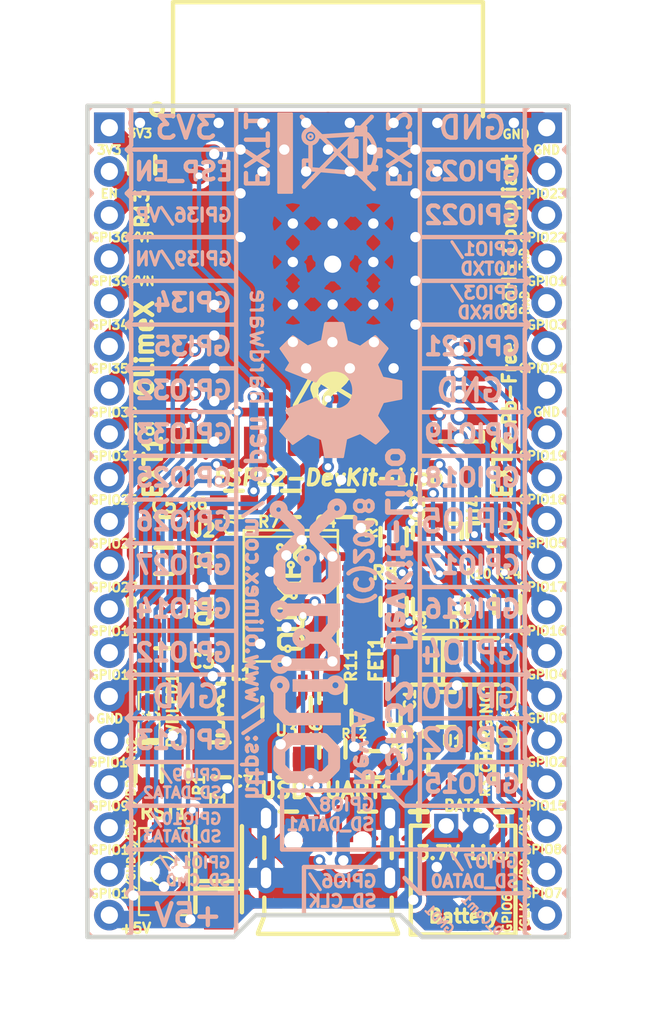
<source format=kicad_pcb>
(kicad_pcb (version 20171130) (host pcbnew 6.0.0-rc1-unknown-d139a49~66~ubuntu16.04.1)
  (title_block (title ESP32-DevKit-Lipo) (date 2018-09-14) (rev A1) (company "OLIMEX Ltd.") (comment 1 https://www.olimex.com))
  (layers (0 F.Cu mixed) (31 B.Cu mixed) (34 B.Paste user hide) (35 F.Paste user) (36 B.SilkS user hide) (37 F.SilkS user) (38 B.Mask user hide) (39 F.Mask user) (44 Edge.Cuts user))
  (net 0 "")
  (net 1 +5V)
  (net 2 GND)
  (net 3 "Net-(BAT1-Pad1)")
  (net 4 "Net-(C3-Pad1)")
  (net 5 +3V3)
  (net 6 /GPIO3/U0RXD)
  (net 7 /ESP_EN)
  (net 8 /GPIO9/SD_DATA2)
  (net 9 /GPIO8/SD_DATA1)
  (net 10 /GPIO6/SD_CLK)
  (net 11 /GPIO7/SD_DATA0)
  (net 12 /GPIO1/U0TXD)
  (net 13 /GPIO10/SD_DATA3)
  (net 14 /GPIO11/SD_CMD)
  (net 15 "Net-(Q2-Pad1)")
  (net 16 "Net-(CHARGING1-Pad1)")
  (net 17 /+5V_USB)
  (net 18 "Net-(PWRLED1-Pad1)")
  (net 19 /D_Com)
  (net 20 "Net-(C2-Pad1)")
  (net 21 "Net-(C6-Pad1)")
  (net 22 /GPIO13)
  (net 23 /GPIO12)
  (net 24 /GPIO27)
  (net 25 /GPIO14)
  (net 26 /GPIO26)
  (net 27 /GPIO25)
  (net 28 /GPIO32)
  (net 29 /GPIO33)
  (net 30 /GPI35)
  (net 31 /GPI34)
  (net 32 /GPI36/SENSOR_VP)
  (net 33 /GPI39/SENSOR_VN)
  (net 34 /GPIO22)
  (net 35 /GPIO23)
  (net 36 /GPIO21)
  (net 37 /GPIO19)
  (net 38 /GPIO18)
  (net 39 /GPIO5)
  (net 40 /GPIO16)
  (net 41 /GPIO17)
  (net 42 /GPIO4)
  (net 43 /GPIO0)
  (net 44 /GPIO15)
  (net 45 /GPIO2)
  (net 46 "Net-(L1-Pad1)")
  (net 47 "Net-(Q2-Pad2)")
  (net 48 "Net-(Q3-Pad1)")
  (net 49 "Net-(Q3-Pad2)")
  (net 50 "Net-(Q3-Pad3)")
  (net 51 "Net-(R3-Pad2)")
  (net 52 "Net-(R4-Pad1)")
  (net 53 "Net-(R6-Pad1)")
  (net 54 "Net-(R7-Pad1)")
  (net 55 "Net-(R11-Pad1)")
  (net 56 "Net-(U2-Pad7)")
  (net 57 "Net-(U2-Pad6)")
  (net 58 "Net-(FID1-PadFid1)")
  (net 59 "Net-(FID2-PadFid1)")
  (net 60 "Net-(FID3-PadFid1)")
  (net 61 "Net-(U2-Pad17)")
  (net 62 "Net-(U2-Pad14)")
  (net 63 "Net-(U2-Pad13)")
  (net 64 "Net-(U2-Pad12)")
  (net 65 "Net-(U2-Pad11)")
  (net 66 "Net-(U5-Pad32)")
  (net 67 "Net-(USB-UART1-Pad4)")
  (module OLIMEX_Other-FP:TESTPAD_40-ROUND (layer B.Cu) (at 151.13 118.11)
    (fp_text reference GND1 (at -1.143 0.254 -45 unlocked) (layer B.SilkS) (effects (font (size 0.508 0.508) (thickness 0.127)) (justify mirror)))
    (fp_text value TESTPAD hide)
    (pad 1 smd circle (at 0 0) (size 1 1) (layers B.Cu B.Mask) (net 2 GND))
  )
  (module OLIMEX_Other-FP:TESTPAD_40-ROUND (layer B.Cu) (at 153.67 118.11)
    (fp_text reference D_Com1 (at -1.2065 0 315 unlocked) (layer B.SilkS) (effects (font (size 0.508 0.508) (thickness 0.127)) (justify mirror)))
    (fp_text value TESTPAD hide)
    (pad 1 smd circle (at 0 0) (size 1 1) (layers B.Cu B.Mask) (net 19 /D_Com))
  )
  (module OLIMEX_LOGOs-FP:LOGO_ANTISTATIC_SMALL_4.5mmX2.8mm (layer F.Cu) (at 143.764 86.868)
    (fp_text reference Sign_Antistatic hide)
    (fp_text value Val**)
  )
  (module "OLIMEX_Crystal-FP:TSX-3.2x2.5mm_GND(3)" (layer F.Cu) (at 133.985 100.457 270)
    (fp_text reference Q1 (at 0 -2.3495 270) (layer F.SilkS) (effects (font (size 0.889 0.889) (thickness 0.22225))))
    (fp_text value Q12MHz/20pF/10ppm/4P/3.2x2.5mm)
    (fp_text user o (at -0.635 1.905) (layer F.SilkS) (effects (font (size 0.8 0.8) (thickness 0.2))))
    (pad 3 smd rect (at -1.1 -0.8 270) (size 1.4 1.2) (layers F.Cu F.Paste F.Mask) (net 2 GND))
    (pad 3 smd rect (at 1.1 0.8 270) (size 1.4 1.2) (layers F.Cu F.Paste F.Mask) (net 2 GND))
    (pad 2 smd rect (at 1.1 -0.8 270) (size 1.4 1.2) (layers F.Cu F.Paste F.Mask) (net 4 "Net-(C3-Pad1)"))
    (pad 1 smd rect (at -1.1 0.8 270) (size 1.4 1.2) (layers F.Cu F.Paste F.Mask) (net 20 "Net-(C2-Pad1)"))
  )
  (module OLIMEX_Connectors-FP:LIPO_BAT-CON2DW02R (layer F.Cu) (at 151.384 116.078)
    (fp_text reference BAT1 (at 0 -4.318 180) (layer F.SilkS) (effects (font (size 0.635 0.635) (thickness 0.15875))))
    (fp_text value DW02S)
    (pad 1 thru_hole rect (at -1.00838 -3.15214) (size 1.4 1.4) (drill 0.9) (layers *.Cu *.Mask) (net 3 "Net-(BAT1-Pad1)"))
    (pad 2 thru_hole circle (at 1.0033 -3.15468) (size 1.4 1.4) (drill 0.9) (layers *.Cu *.Mask) (net 2 GND))
  )
  (module OLIMEX_RLC-FP:C_0805_5MIL_DWS (layer F.Cu) (at 150.368 106.172 180)
    (fp_text reference C1 (at 2.0955 0.5715 270) (layer F.SilkS) (effects (font (size 0.635 0.635) (thickness 0.15875))))
    (fp_text value 47uF/6.3V/20%/X5R/C0805)
    (pad 2 smd rect (at 1.016 0 270) (size 1.524 1.27) (layers F.Cu F.Paste F.Mask) (net 2 GND))
    (pad 1 smd rect (at -1.016 0 270) (size 1.524 1.27) (layers F.Cu F.Paste F.Mask) (net 1 +5V))
  )
  (module OLIMEX_RLC-FP:C_0603_5MIL_DWS (layer F.Cu) (at 133.985 97.536)
    (fp_text reference C2 (at 2.2225 0) (layer F.SilkS) (effects (font (size 0.762 0.762) (thickness 0.1905))))
    (fp_text value 27pF/50V/5%/C0G/C0603)
    (pad 2 smd rect (at 0.889 0) (size 1.016 1.016) (layers F.Cu F.Paste F.Mask) (net 2 GND) (clearance 0.0508))
    (pad 1 smd rect (at -0.889 0) (size 1.016 1.016) (layers F.Cu F.Paste F.Mask) (net 20 "Net-(C2-Pad1)") (clearance 0.0508))
  )
  (module OLIMEX_RLC-FP:C_0603_5MIL_DWS (layer F.Cu) (at 133.985 103.378 180)
    (fp_text reference C3 (at -2.2225 0 180) (layer F.SilkS) (effects (font (size 0.762 0.762) (thickness 0.1905))))
    (fp_text value 27pF/50V/5%/C0G/C0603)
    (pad 2 smd rect (at 0.889 0 180) (size 1.016 1.016) (layers F.Cu F.Paste F.Mask) (net 2 GND) (clearance 0.0508))
    (pad 1 smd rect (at -0.889 0 180) (size 1.016 1.016) (layers F.Cu F.Paste F.Mask) (net 4 "Net-(C3-Pad1)") (clearance 0.0508))
  )
  (module OLIMEX_RLC-FP:C_0603_5MIL_DWS (layer F.Cu) (at 144.526 94.234)
    (fp_text reference C4 (at -1.143 1.0414) (layer F.SilkS) (effects (font (size 0.635 0.635) (thickness 0.15875))))
    (fp_text value 22uF/6.3V/20%/X5R/C0603)
    (pad 2 smd rect (at 0.889 0) (size 1.016 1.016) (layers F.Cu F.Paste F.Mask) (net 2 GND) (clearance 0.0508))
    (pad 1 smd rect (at -0.889 0) (size 1.016 1.016) (layers F.Cu F.Paste F.Mask) (net 5 +3V3) (clearance 0.0508))
  )
  (module OLIMEX_RLC-FP:C_0603_5MIL_DWS (layer F.Cu) (at 133.985 95.758 180)
    (fp_text reference C5 (at 0 1.397 180) (layer F.SilkS) (effects (font (size 0.762 0.762) (thickness 0.1905))))
    (fp_text value 100nF/50V/20%/Y5V/C0603)
    (pad 2 smd rect (at 0.889 0 180) (size 1.016 1.016) (layers F.Cu F.Paste F.Mask) (net 2 GND) (clearance 0.0508))
    (pad 1 smd rect (at -0.889 0 180) (size 1.016 1.016) (layers F.Cu F.Paste F.Mask) (net 5 +3V3) (clearance 0.0508))
  )
  (module OLIMEX_RLC-FP:C_0805_5MIL_DWS (layer F.Cu) (at 141.097 109.093)
    (fp_text reference C6 (at 1.7145 -1.651 90) (layer F.SilkS) (effects (font (size 0.635 0.635) (thickness 0.15875))))
    (fp_text value 47uF/6.3V/20%/X5R/C0805)
    (pad 2 smd rect (at 1.016 0 90) (size 1.524 1.27) (layers F.Cu F.Paste F.Mask) (net 2 GND))
    (pad 1 smd rect (at -1.016 0 90) (size 1.524 1.27) (layers F.Cu F.Paste F.Mask) (net 21 "Net-(C6-Pad1)"))
  )
  (module OLIMEX_RLC-FP:C_0805_5MIL_DWS (layer F.Cu) (at 137.287 109.093)
    (fp_text reference C7 (at 1.27 1.27) (layer F.SilkS) (effects (font (size 0.635 0.635) (thickness 0.15875))))
    (fp_text value 47uF/6.3V/20%/X5R/C0805)
    (pad 2 smd rect (at 1.016 0 90) (size 1.524 1.27) (layers F.Cu F.Paste F.Mask) (net 2 GND))
    (pad 1 smd rect (at -1.016 0 90) (size 1.524 1.27) (layers F.Cu F.Paste F.Mask) (net 5 +3V3))
  )
  (module OLIMEX_LEDs-FP:LED_0603_KA (layer F.Cu) (at 153.924 106.553 90)
    (fp_text reference CHARGING1 (at -0.635 -1.2065 90) (layer F.SilkS) (effects (font (size 0.635 0.635) (thickness 0.15875))))
    (fp_text value LED/YELLOW/0603)
    (pad 1 smd rect (at -0.762 0 270) (size 0.8 0.8) (layers F.Cu F.Paste F.Mask) (net 16 "Net-(CHARGING1-Pad1)"))
    (pad 2 smd rect (at 0.762 0 270) (size 0.8 0.8) (layers F.Cu F.Paste F.Mask) (net 1 +5V))
  )
  (module OLIMEX_Diodes-FP:SMA-KA (layer F.Cu) (at 137.16 115.443 90)
    (fp_text reference D1 (at 4.0005 0 180) (layer F.SilkS) (effects (font (size 0.635 0.635) (thickness 0.15875))))
    (fp_text value 1N5822/SS34/SMA)
    (pad 1 smd rect (at -2.5 0 90) (size 2 1.7) (layers F.Cu F.Paste F.Mask) (net 1 +5V))
    (pad 2 smd rect (at 2.5 0 90) (size 2 1.7) (layers F.Cu F.Paste F.Mask) (net 17 /+5V_USB))
  )
  (module OLIMEX_Diodes-FP:SMA-KA (layer F.Cu) (at 150.876 103.378)
    (fp_text reference D2 (at 0.254 -2.032 180) (layer F.SilkS) (effects (font (size 0.635 0.635) (thickness 0.15875))))
    (fp_text value 1N5822/SS34/SMA)
    (pad 1 smd rect (at -2.5 0) (size 2 1.7) (layers F.Cu F.Paste F.Mask) (net 21 "Net-(C6-Pad1)"))
    (pad 2 smd rect (at 2.5 0) (size 2 1.7) (layers F.Cu F.Paste F.Mask) (net 1 +5V))
  )
  (module OLIMEX_Connectors-FP:HN1x19 (layer B.Cu) (at 130.81 93.98 270)
    (fp_text reference EXT1 (at -20.32 -8.509 270 unlocked) (layer B.SilkS) (effects (font (size 1.27 1.27) (thickness 0.254)) (justify mirror)))
    (fp_text value HN1x19)
    (pad 4 thru_hole circle (at -13.97 0 270) (size 1.778 1.778) (drill 1) (layers *.Cu *.Mask) (net 33 /GPI39/SENSOR_VN))
    (pad 3 thru_hole circle (at -16.51 0 270) (size 1.778 1.778) (drill 1) (layers *.Cu *.Mask) (net 32 /GPI36/SENSOR_VP))
    (pad 2 thru_hole circle (at -19.05 0 270) (size 1.778 1.778) (drill 1) (layers *.Cu *.Mask) (net 7 /ESP_EN))
    (pad 1 thru_hole rect (at -21.59 0 270) (size 1.778 1.778) (drill 1) (layers *.Cu *.Mask) (net 5 +3V3))
    (pad 5 thru_hole circle (at -11.43 0 270) (size 1.778 1.778) (drill 1) (layers *.Cu *.Mask) (net 31 /GPI34))
    (pad 6 thru_hole circle (at -8.89 0 270) (size 1.778 1.778) (drill 1) (layers *.Cu *.Mask) (net 30 /GPI35))
    (pad 8 thru_hole circle (at -3.81 0 270) (size 1.778 1.778) (drill 1) (layers *.Cu *.Mask) (net 29 /GPIO33))
    (pad 7 thru_hole circle (at -6.35 0 270) (size 1.778 1.778) (drill 1) (layers *.Cu *.Mask) (net 28 /GPIO32))
    (pad 9 thru_hole circle (at -1.27 0 270) (size 1.778 1.778) (drill 1) (layers *.Cu *.Mask) (net 27 /GPIO25))
    (pad 10 thru_hole circle (at 1.27 0 270) (size 1.778 1.778) (drill 1) (layers *.Cu *.Mask) (net 26 /GPIO26))
    (pad 12 thru_hole circle (at 6.35 0 270) (size 1.778 1.778) (drill 1) (layers *.Cu *.Mask) (net 25 /GPIO14))
    (pad 11 thru_hole circle (at 3.81 0 270) (size 1.778 1.778) (drill 1) (layers *.Cu *.Mask) (net 24 /GPIO27))
    (pad 13 thru_hole circle (at 8.89 0 270) (size 1.778 1.778) (drill 1) (layers *.Cu *.Mask) (net 23 /GPIO12))
    (pad 14 thru_hole circle (at 11.43 0 270) (size 1.778 1.778) (drill 1) (layers *.Cu *.Mask) (net 2 GND))
    (pad 16 thru_hole circle (at 16.51 0 270) (size 1.778 1.778) (drill 1) (layers *.Cu *.Mask) (net 8 /GPIO9/SD_DATA2))
    (pad 15 thru_hole circle (at 13.97 0 270) (size 1.778 1.778) (drill 1) (layers *.Cu *.Mask) (net 22 /GPIO13))
    (pad 19 thru_hole circle (at 24.13 0 270) (size 1.778 1.778) (drill 1) (layers *.Cu *.Mask) (net 1 +5V))
    (pad 18 thru_hole circle (at 21.59 0 270) (size 1.778 1.778) (drill 1) (layers *.Cu *.Mask) (net 14 /GPIO11/SD_CMD))
    (pad 17 thru_hole circle (at 19.05 0 270) (size 1.778 1.778) (drill 1) (layers *.Cu *.Mask) (net 13 /GPIO10/SD_DATA3))
  )
  (module OLIMEX_Connectors-FP:HN1x19 (layer B.Cu) (at 156.21 93.98 270)
    (fp_text reference EXT2 (at -20.32 8.636 270 unlocked) (layer B.SilkS) (effects (font (size 1.27 1.27) (thickness 0.254)) (justify mirror)))
    (fp_text value HN1x19)
    (pad 4 thru_hole circle (at -13.97 0 270) (size 1.778 1.778) (drill 1) (layers *.Cu *.Mask) (net 12 /GPIO1/U0TXD))
    (pad 3 thru_hole circle (at -16.51 0 270) (size 1.778 1.778) (drill 1) (layers *.Cu *.Mask) (net 34 /GPIO22))
    (pad 2 thru_hole circle (at -19.05 0 270) (size 1.778 1.778) (drill 1) (layers *.Cu *.Mask) (net 35 /GPIO23))
    (pad 1 thru_hole rect (at -21.59 0 270) (size 1.778 1.778) (drill 1) (layers *.Cu *.Mask) (net 2 GND))
    (pad 5 thru_hole circle (at -11.43 0 270) (size 1.778 1.778) (drill 1) (layers *.Cu *.Mask) (net 6 /GPIO3/U0RXD))
    (pad 6 thru_hole circle (at -8.89 0 270) (size 1.778 1.778) (drill 1) (layers *.Cu *.Mask) (net 36 /GPIO21))
    (pad 8 thru_hole circle (at -3.81 0 270) (size 1.778 1.778) (drill 1) (layers *.Cu *.Mask) (net 37 /GPIO19))
    (pad 7 thru_hole circle (at -6.35 0 270) (size 1.778 1.778) (drill 1) (layers *.Cu *.Mask) (net 2 GND))
    (pad 9 thru_hole circle (at -1.27 0 270) (size 1.778 1.778) (drill 1) (layers *.Cu *.Mask) (net 38 /GPIO18))
    (pad 10 thru_hole circle (at 1.27 0 270) (size 1.778 1.778) (drill 1) (layers *.Cu *.Mask) (net 39 /GPIO5))
    (pad 12 thru_hole circle (at 6.35 0 270) (size 1.778 1.778) (drill 1) (layers *.Cu *.Mask) (net 40 /GPIO16))
    (pad 11 thru_hole circle (at 3.81 0 270) (size 1.778 1.778) (drill 1) (layers *.Cu *.Mask) (net 41 /GPIO17))
    (pad 13 thru_hole circle (at 8.89 0 270) (size 1.778 1.778) (drill 1) (layers *.Cu *.Mask) (net 42 /GPIO4))
    (pad 14 thru_hole circle (at 11.43 0 270) (size 1.778 1.778) (drill 1) (layers *.Cu *.Mask) (net 43 /GPIO0))
    (pad 16 thru_hole circle (at 16.51 0 270) (size 1.778 1.778) (drill 1) (layers *.Cu *.Mask) (net 44 /GPIO15))
    (pad 15 thru_hole circle (at 13.97 0 270) (size 1.778 1.778) (drill 1) (layers *.Cu *.Mask) (net 45 /GPIO2))
    (pad 19 thru_hole circle (at 24.13 0 270) (size 1.778 1.778) (drill 1) (layers *.Cu *.Mask) (net 10 /GPIO6/SD_CLK))
    (pad 18 thru_hole circle (at 21.59 0 270) (size 1.778 1.778) (drill 1) (layers *.Cu *.Mask) (net 11 /GPIO7/SD_DATA0))
    (pad 17 thru_hole circle (at 19.05 0 270) (size 1.778 1.778) (drill 1) (layers *.Cu *.Mask) (net 9 /GPIO8/SD_DATA1))
  )
  (module OLIMEX_Transistors-FP:SOT23 (layer F.Cu) (at 146.304 106.426 90)
    (fp_text reference FET1 (at 3.175 0 90) (layer F.SilkS) (effects (font (size 0.762 0.762) (thickness 0.1905))))
    (fp_text value WPM2015-3/TR)
    (pad 1 smd rect (at 1.10744 0.94996 90) (size 1.4 1) (layers F.Cu F.Paste F.Mask) (net 1 +5V) (clearance 0.0508))
    (pad 2 smd rect (at 1.10744 -0.9525 90) (size 1.4 1) (layers F.Cu F.Paste F.Mask) (net 21 "Net-(C6-Pad1)") (clearance 0.0508))
    (pad 3 smd rect (at -1.10236 0.00254 90) (size 1.4 1) (layers F.Cu F.Paste F.Mask) (net 3 "Net-(BAT1-Pad1)") (clearance 0.0508))
  )
  (module OLIMEX_Other-FP:Fiducial1x3 (layer F.Cu) (at 151.765 116.205)
    (fp_text reference FID1 hide)
    (fp_text value Fiducial hide)
    (pad Fid1 connect circle (at 0 0) (size 1 1) (layers F.Cu F.Mask) (net 58 "Net-(FID1-PadFid1)") (clearance 1.016))
  )
  (module OLIMEX_Other-FP:Fiducial1x3 (layer F.Cu) (at 151.765 92.71)
    (fp_text reference FID2 hide)
    (fp_text value Fiducial hide)
    (pad Fid1 connect circle (at 0 0) (size 1 1) (layers F.Cu F.Mask) (net 59 "Net-(FID2-PadFid1)") (clearance 1.016))
  )
  (module OLIMEX_Other-FP:Fiducial1x3 (layer F.Cu) (at 135.255 92.71)
    (fp_text reference FID3 hide)
    (fp_text value Fiducial hide)
    (pad Fid1 connect circle (at 0 0) (size 1 1) (layers F.Cu F.Mask) (net 60 "Net-(FID3-PadFid1)") (clearance 1.016))
  )
  (module OLIMEX_RLC-FP:CD32 (layer F.Cu) (at 137.287 106.172 180)
    (fp_text reference L1 (at -1.2065 2.0955 180) (layer F.SilkS) (effects (font (size 0.762 0.762) (thickness 0.1905))))
    (fp_text value 2.2uH/1.5A/DCR<0.1R/CD32)
    (pad 2 smd rect (at 1.2 0) (size 1.6 3) (layers F.Cu F.Paste F.Mask) (net 5 +3V3) (clearance 0.0508))
    (pad 1 smd rect (at -1.2 0) (size 1.6 3) (layers F.Cu F.Paste F.Mask) (net 46 "Net-(L1-Pad1)") (clearance 0.0508))
  )
  (module OLIMEX_LEDs-FP:LED_0603_KA (layer F.Cu) (at 133.096 106.553 90)
    (fp_text reference PWRLED1 (at 0.3175 1.397 90) (layer F.SilkS) (effects (font (size 0.635 0.635) (thickness 0.15875))))
    (fp_text value LED/RED/0603)
    (pad 1 smd rect (at -0.762 0 270) (size 0.8 0.8) (layers F.Cu F.Paste F.Mask) (net 18 "Net-(PWRLED1-Pad1)"))
    (pad 2 smd rect (at 0.762 0 270) (size 0.8 0.8) (layers F.Cu F.Paste F.Mask) (net 1 +5V))
  )
  (module OLIMEX_Transistors-FP:SOT23 (layer F.Cu) (at 149.86 96.012 270)
    (fp_text reference Q2 (at -1.524 1.143 270) (layer F.SilkS) (effects (font (size 0.762 0.762) (thickness 0.1905))))
    (fp_text value "BC817-40(SOT23)")
    (pad 1 smd rect (at 1.10744 0.94996 270) (size 1.4 1) (layers F.Cu F.Paste F.Mask) (net 15 "Net-(Q2-Pad1)") (clearance 0.0508))
    (pad 2 smd rect (at 1.10744 -0.9525 270) (size 1.4 1) (layers F.Cu F.Paste F.Mask) (net 47 "Net-(Q2-Pad2)") (clearance 0.0508))
    (pad 3 smd rect (at -1.10236 0.00254 270) (size 1.4 1) (layers F.Cu F.Paste F.Mask) (net 7 /ESP_EN) (clearance 0.0508))
  )
  (module OLIMEX_Transistors-FP:SOT23 (layer F.Cu) (at 149.86 99.949 90)
    (fp_text reference Q3 (at -1.3335 -1.016 90) (layer F.SilkS) (effects (font (size 0.635 0.635) (thickness 0.15875))))
    (fp_text value "BC817-40(SOT23)")
    (pad 1 smd rect (at 1.10744 0.94996 90) (size 1.4 1) (layers F.Cu F.Paste F.Mask) (net 48 "Net-(Q3-Pad1)") (clearance 0.0508))
    (pad 2 smd rect (at 1.10744 -0.9525 90) (size 1.4 1) (layers F.Cu F.Paste F.Mask) (net 49 "Net-(Q3-Pad2)") (clearance 0.0508))
    (pad 3 smd rect (at -1.10236 0.00254 90) (size 1.4 1) (layers F.Cu F.Paste F.Mask) (net 50 "Net-(Q3-Pad3)") (clearance 0.0508))
  )
  (module OLIMEX_RLC-FP:R_0603_5MIL_DWS (layer F.Cu) (at 134.62 109.855 270)
    (fp_text reference R1 (at 0.6985 -1.397 90) (layer F.SilkS) (effects (font (size 0.635 0.635) (thickness 0.15875))))
    (fp_text value 10k/R0603)
    (pad 2 smd rect (at 0.889 0 270) (size 1.016 1.016) (layers F.Cu F.Paste F.Mask) (net 2 GND))
    (pad 1 smd rect (at -0.889 0 270) (size 1.016 1.016) (layers F.Cu F.Paste F.Mask) (net 1 +5V))
  )
  (module OLIMEX_RLC-FP:R_0603_5MIL_DWS (layer F.Cu) (at 133.096 109.855001 270)
    (fp_text reference R2 (at -1.600201 0.9652 270) (layer F.SilkS) (effects (font (size 0.508 0.508) (thickness 0.127))))
    (fp_text value 2.2k/R0603)
    (pad 2 smd rect (at 0.889 0 270) (size 1.016 1.016) (layers F.Cu F.Paste F.Mask) (net 2 GND))
    (pad 1 smd rect (at -0.889 0 270) (size 1.016 1.016) (layers F.Cu F.Paste F.Mask) (net 18 "Net-(PWRLED1-Pad1)"))
  )
  (module OLIMEX_RLC-FP:R_0603_5MIL_DWS (layer F.Cu) (at 153.924 109.855 270)
    (fp_text reference R3 (at 0.889 1.27 270) (layer F.SilkS) (effects (font (size 0.508 0.508) (thickness 0.127))))
    (fp_text value 2.2k/R0603)
    (pad 2 smd rect (at 0.889 0 270) (size 1.016 1.016) (layers F.Cu F.Paste F.Mask) (net 51 "Net-(R3-Pad2)"))
    (pad 1 smd rect (at -0.889 0 270) (size 1.016 1.016) (layers F.Cu F.Paste F.Mask) (net 16 "Net-(CHARGING1-Pad1)"))
  )
  (module OLIMEX_RLC-FP:R_0603_5MIL_DWS (layer F.Cu) (at 148.59 109.347 270)
    (fp_text reference R4 (at -1.8415 0) (layer F.SilkS) (effects (font (size 0.635 0.635) (thickness 0.15875))))
    (fp_text value 2.2k/R0603)
    (pad 2 smd rect (at 0.889 0 270) (size 1.016 1.016) (layers F.Cu F.Paste F.Mask) (net 2 GND))
    (pad 1 smd rect (at -0.889 0 270) (size 1.016 1.016) (layers F.Cu F.Paste F.Mask) (net 52 "Net-(R4-Pad1)"))
  )
  (module OLIMEX_RLC-FP:R_0603_5MIL_DWS (layer F.Cu) (at 146.177 109.347 180)
    (fp_text reference R5 (at -1.397 1.27 270) (layer F.SilkS) (effects (font (size 0.635 0.635) (thickness 0.15875))))
    (fp_text value NA/R0603)
    (pad 2 smd rect (at 0.889 0 180) (size 1.016 1.016) (layers F.Cu F.Paste F.Mask) (net 21 "Net-(C6-Pad1)"))
    (pad 1 smd rect (at -0.889 0 180) (size 1.016 1.016) (layers F.Cu F.Paste F.Mask) (net 3 "Net-(BAT1-Pad1)"))
  )
  (module OLIMEX_RLC-FP:R_0603_5MIL_DWS (layer F.Cu) (at 138.049 94.234)
    (fp_text reference R6 (at -2.159 0) (layer F.SilkS) (effects (font (size 0.635 0.635) (thickness 0.15875))))
    (fp_text value 220R/R0603)
    (pad 2 smd rect (at 0.889 0) (size 1.016 1.016) (layers F.Cu F.Paste F.Mask) (net 6 /GPIO3/U0RXD))
    (pad 1 smd rect (at -0.889 0) (size 1.016 1.016) (layers F.Cu F.Paste F.Mask) (net 53 "Net-(R6-Pad1)"))
  )
  (module OLIMEX_RLC-FP:R_0603_5MIL_DWS (layer F.Cu) (at 141.351 94.234)
    (fp_text reference R7 (at -1.27 1.0414) (layer F.SilkS) (effects (font (size 0.635 0.635) (thickness 0.15875))))
    (fp_text value 220R/R0603)
    (pad 2 smd rect (at 0.889 0) (size 1.016 1.016) (layers F.Cu F.Paste F.Mask) (net 12 /GPIO1/U0TXD))
    (pad 1 smd rect (at -0.889 0) (size 1.016 1.016) (layers F.Cu F.Paste F.Mask) (net 54 "Net-(R7-Pad1)"))
  )
  (module OLIMEX_RLC-FP:R_0603_5MIL_DWS (layer F.Cu) (at 147.32 100.203 270)
    (fp_text reference R8 (at -1.9685 0.508) (layer F.SilkS) (effects (font (size 0.762 0.762) (thickness 0.1905))))
    (fp_text value 1k/R0603)
    (pad 2 smd rect (at 0.889 0 270) (size 1.016 1.016) (layers F.Cu F.Paste F.Mask) (net 15 "Net-(Q2-Pad1)"))
    (pad 1 smd rect (at -0.889 0 270) (size 1.016 1.016) (layers F.Cu F.Paste F.Mask) (net 49 "Net-(Q3-Pad2)"))
  )
  (module OLIMEX_RLC-FP:R_0603_5MIL_DWS (layer F.Cu) (at 147.32 96.139 90)
    (fp_text reference R9 (at 0.508 -1.27 90) (layer F.SilkS) (effects (font (size 0.635 0.635) (thickness 0.15875))))
    (fp_text value 1k/R0603)
    (pad 2 smd rect (at 0.889 0 90) (size 1.016 1.016) (layers F.Cu F.Paste F.Mask) (net 48 "Net-(Q3-Pad1)"))
    (pad 1 smd rect (at -0.889 0 90) (size 1.016 1.016) (layers F.Cu F.Paste F.Mask) (net 47 "Net-(Q2-Pad2)"))
  )
  (module OLIMEX_RLC-FP:R_0603_5MIL_DWS (layer F.Cu) (at 152.4 100.076 90)
    (fp_text reference R10 (at 1.778 -0.127 180) (layer F.SilkS) (effects (font (size 0.508 0.508) (thickness 0.127))))
    (fp_text value 220R/R0603)
    (pad 2 smd rect (at 0.889 0 90) (size 1.016 1.016) (layers F.Cu F.Paste F.Mask) (net 19 /D_Com))
    (pad 1 smd rect (at -0.889 0 90) (size 1.016 1.016) (layers F.Cu F.Paste F.Mask) (net 50 "Net-(Q3-Pad3)"))
  )
  (module OLIMEX_RLC-FP:R_0603_5MIL_DWS (layer F.Cu) (at 143.764 105.283 90)
    (fp_text reference R11 (at 1.651 1.0795 90) (layer F.SilkS) (effects (font (size 0.635 0.635) (thickness 0.15875))))
    (fp_text value 4.99k/1%/R0603)
    (pad 2 smd rect (at 0.889 0 90) (size 1.016 1.016) (layers F.Cu F.Paste F.Mask) (net 5 +3V3))
    (pad 1 smd rect (at -0.889 0 90) (size 1.016 1.016) (layers F.Cu F.Paste F.Mask) (net 55 "Net-(R11-Pad1)"))
  )
  (module OLIMEX_RLC-FP:R_0603_5MIL_DWS (layer F.Cu) (at 143.764 108.458 270)
    (fp_text reference R12 (at -0.889 -1.27 180) (layer F.SilkS) (effects (font (size 0.508 0.508) (thickness 0.127))))
    (fp_text value 1.1k/1%/R0603)
    (pad 2 smd rect (at 0.889 0 270) (size 1.016 1.016) (layers F.Cu F.Paste F.Mask) (net 2 GND))
    (pad 1 smd rect (at -0.889 0 270) (size 1.016 1.016) (layers F.Cu F.Paste F.Mask) (net 55 "Net-(R11-Pad1)"))
  )
  (module OLIMEX_RLC-FP:R_0603_5MIL_DWS (layer F.Cu) (at 132.715 74.549 270)
    (fp_text reference R13 (at 2.54 0 270) (layer F.SilkS) (effects (font (size 0.762 0.762) (thickness 0.1905))))
    (fp_text value 1k/R0603)
    (pad 2 smd rect (at 0.889 0 270) (size 1.016 1.016) (layers F.Cu F.Paste F.Mask) (net 7 /ESP_EN))
    (pad 1 smd rect (at -0.889 0 270) (size 1.016 1.016) (layers F.Cu F.Paste F.Mask) (net 5 +3V3))
  )
  (module OLIMEX_RLC-FP:R_0603_5MIL_DWS (layer F.Cu) (at 153.924 100.076 270)
    (fp_text reference R14 (at -1.778 -0.0635) (layer F.SilkS) (effects (font (size 0.508 0.508) (thickness 0.127))))
    (fp_text value NA/R0603)
    (pad 2 smd rect (at 0.889 0 270) (size 1.016 1.016) (layers F.Cu F.Paste F.Mask) (net 5 +3V3))
    (pad 1 smd rect (at -0.889 0 270) (size 1.016 1.016) (layers F.Cu F.Paste F.Mask) (net 43 /GPIO0))
  )
  (module OLIMEX_IC-FP:SOT-23-5 (layer F.Cu) (at 150.749 109.347 270)
    (fp_text reference U1 (at -1.3335 0 180) (layer F.SilkS) (effects (font (size 0.635 0.635) (thickness 0.15875))))
    (fp_text value "BL4054B-42TPRN(SOT23-5)")
    (pad 1 smd rect (at 1.3 0.95 270) (size 1.2 0.55) (layers F.Cu F.Paste F.Mask) (net 51 "Net-(R3-Pad2)") (clearance 0.0508))
    (pad 2 smd rect (at 1.3 0 270) (size 1.2 0.55) (layers F.Cu F.Paste F.Mask) (net 2 GND) (clearance 0.0508))
    (pad 3 smd rect (at 1.3 -0.95 270) (size 1.2 0.55) (layers F.Cu F.Paste F.Mask) (net 3 "Net-(BAT1-Pad1)") (clearance 0.0508))
    (pad 5 smd rect (at -1.3 0.95 270) (size 1.2 0.55) (layers F.Cu F.Paste F.Mask) (net 52 "Net-(R4-Pad1)") (clearance 0.0508))
    (pad 4 smd rect (at -1.3 -0.95 270) (size 1.2 0.55) (layers F.Cu F.Paste F.Mask) (net 1 +5V) (clearance 0.0508))
  )
  (module OLIMEX_IC-FP:SSOP-20W (layer F.Cu) (at 141.351 99.568 270)
    (fp_text reference U2 (at -3.81 5.1435) (layer F.SilkS) (effects (font (size 0.762 0.762) (thickness 0.1905))))
    (fp_text value "CH340T(SSOP20W)")
    (pad 1 smd rect (at -2.925 3.6195 270) (size 0.325 1.27) (layers F.Cu F.Paste F.Mask))
    (pad 2 smd rect (at -2.275 3.6195 270) (size 0.325 1.27) (layers F.Cu F.Paste F.Mask))
    (pad 3 smd rect (at -1.625 3.6195 270) (size 0.325 1.27) (layers F.Cu F.Paste F.Mask) (net 53 "Net-(R6-Pad1)"))
    (pad 4 smd rect (at -0.975 3.6195 270) (size 0.325 1.27) (layers F.Cu F.Paste F.Mask) (net 54 "Net-(R7-Pad1)"))
    (pad 5 smd rect (at -0.325 3.6195 270) (size 0.325 1.27) (layers F.Cu F.Paste F.Mask) (net 5 +3V3))
    (pad 6 smd rect (at 0.325 3.6195 270) (size 0.325 1.27) (layers F.Cu F.Paste F.Mask) (net 57 "Net-(U2-Pad6)"))
    (pad 7 smd rect (at 0.975 3.6195 270) (size 0.325 1.27) (layers F.Cu F.Paste F.Mask) (net 56 "Net-(U2-Pad7)"))
    (pad 8 smd rect (at 1.625 3.6195 270) (size 0.325 1.27) (layers F.Cu F.Paste F.Mask) (net 2 GND))
    (pad 9 smd rect (at 2.275 3.6195 270) (size 0.325 1.27) (layers F.Cu F.Paste F.Mask) (net 20 "Net-(C2-Pad1)"))
    (pad 10 smd rect (at 2.925 3.6195 270) (size 0.325 1.27) (layers F.Cu F.Paste F.Mask) (net 4 "Net-(C3-Pad1)"))
    (pad 11 smd rect (at 2.925 -3.6195 270) (size 0.325 1.27) (layers F.Cu F.Paste F.Mask) (net 65 "Net-(U2-Pad11)"))
    (pad 12 smd rect (at 2.275 -3.6195 270) (size 0.325 1.27) (layers F.Cu F.Paste F.Mask) (net 64 "Net-(U2-Pad12)"))
    (pad 13 smd rect (at 1.625 -3.6195 270) (size 0.325 1.27) (layers F.Cu F.Paste F.Mask) (net 63 "Net-(U2-Pad13)"))
    (pad 14 smd rect (at 0.975 -3.6195 270) (size 0.325 1.27) (layers F.Cu F.Paste F.Mask) (net 62 "Net-(U2-Pad14)"))
    (pad 15 smd rect (at 0.325 -3.6195 270) (size 0.325 1.27) (layers F.Cu F.Paste F.Mask) (net 49 "Net-(Q3-Pad2)"))
    (pad 16 smd rect (at -0.325 -3.6195 270) (size 0.325 1.27) (layers F.Cu F.Paste F.Mask) (net 47 "Net-(Q2-Pad2)"))
    (pad 17 smd rect (at -0.975 -3.6195 270) (size 0.325 1.27) (layers F.Cu F.Paste F.Mask) (net 61 "Net-(U2-Pad17)"))
    (pad 18 smd rect (at -1.625 -3.6195 270) (size 0.325 1.27) (layers F.Cu F.Paste F.Mask))
    (pad 19 smd rect (at -2.275 -3.6195 270) (size 0.325 1.27) (layers F.Cu F.Paste F.Mask) (net 5 +3V3))
    (pad 20 smd rect (at -2.925 -3.6195 270) (size 0.325 1.27) (layers F.Cu F.Paste F.Mask) (net 2 GND))
  )
  (module OLIMEX_Regulators-FP:SOT-23-5 (layer F.Cu) (at 141.097 106.045 90)
    (fp_text reference U3 (at -1.3335 0 180) (layer F.SilkS) (effects (font (size 0.635 0.635) (thickness 0.15875))))
    (fp_text value "SY8089AAAC(SOT23-5)")
    (pad 1 smd rect (at 1.3 0.95 90) (size 1.2 0.55) (layers F.Cu F.Paste F.Mask) (net 21 "Net-(C6-Pad1)") (clearance 0.0508))
    (pad 2 smd rect (at 1.3 0 90) (size 1.2 0.55) (layers F.Cu F.Paste F.Mask) (net 2 GND) (clearance 0.0508))
    (pad 3 smd rect (at 1.3 -0.95 90) (size 1.2 0.55) (layers F.Cu F.Paste F.Mask) (net 46 "Net-(L1-Pad1)") (clearance 0.0508))
    (pad 5 smd rect (at -1.3 0.95 90) (size 1.2 0.55) (layers F.Cu F.Paste F.Mask) (net 55 "Net-(R11-Pad1)") (clearance 0.0508))
    (pad 4 smd rect (at -1.3 -0.95 90) (size 1.2 0.55) (layers F.Cu F.Paste F.Mask) (net 21 "Net-(C6-Pad1)") (clearance 0.0508))
  )
  (module OLIMEX_Diodes-FP:SOT23-3 (layer F.Cu) (at 153.035 96.012 270)
    (fp_text reference U4 (at -1.524 1.016 270) (layer F.SilkS) (effects (font (size 0.762 0.762) (thickness 0.1905))))
    (fp_text value "BAT54C(SOT23-3)")
    (pad 3 smd rect (at -1.1 0) (size 1 1.4) (layers F.Cu F.Paste F.Mask) (net 19 /D_Com))
    (pad 2 smd rect (at 1.1 -0.95) (size 1 1.4) (layers F.Cu F.Paste F.Mask) (net 43 /GPIO0))
    (pad 1 smd rect (at 1.1 0.95) (size 1 1.4) (layers F.Cu F.Paste F.Mask) (net 45 /GPIO2))
  )
  (module OLIMEX_Cases-FP:ESP-WROOM-32_MODULE (layer F.Cu) (at 143.51 77.851)
    (fp_text reference U5 (at -10.668 12.065 180) (layer F.SilkS) (effects (font (size 0.635 0.635) (thickness 0.15875))))
    (fp_text value ESP-WROOM-32)
    (pad 39 thru_hole circle (at -2.0404 4.7998) (size 1.3 1.3) (drill 0.6) (layers *.Cu *.Mask) (net 2 GND))
    (pad 39 thru_hole circle (at 0.271 2.463) (size 2 2) (drill 1) (layers *.Cu *.Mask) (net 2 GND))
    (pad 39 smd rect (at 0.3 2.45) (size 6 6) (layers F.Cu F.Mask) (net 2 GND))
    (pad 38 smd rect (at 9 -5.21) (size 1.7 0.9) (layers F.Cu F.Paste F.Mask) (net 2 GND))
    (pad 37 smd rect (at 9 -3.94) (size 1.7 0.9) (layers F.Cu F.Paste F.Mask) (net 35 /GPIO23))
    (pad 36 smd rect (at 9 -2.67) (size 1.7 0.9) (layers F.Cu F.Paste F.Mask) (net 34 /GPIO22))
    (pad 35 smd rect (at 9 -1.4) (size 1.7 0.9) (layers F.Cu F.Paste F.Mask) (net 12 /GPIO1/U0TXD))
    (pad 34 smd rect (at 9 -0.13) (size 1.7 0.9) (layers F.Cu F.Paste F.Mask) (net 6 /GPIO3/U0RXD))
    (pad 33 smd rect (at 9 1.14) (size 1.7 0.9) (layers F.Cu F.Paste F.Mask) (net 36 /GPIO21))
    (pad 32 smd rect (at 9 2.41) (size 1.7 0.9) (layers F.Cu F.Paste F.Mask) (net 66 "Net-(U5-Pad32)"))
    (pad 31 smd rect (at 9 3.68) (size 1.7 0.9) (layers F.Cu F.Paste F.Mask) (net 37 /GPIO19))
    (pad 30 smd rect (at 9 4.95) (size 1.7 0.9) (layers F.Cu F.Paste F.Mask) (net 38 /GPIO18))
    (pad 29 smd rect (at 9 6.22) (size 1.7 0.9) (layers F.Cu F.Paste F.Mask) (net 39 /GPIO5))
    (pad 28 smd rect (at 9 7.49) (size 1.7 0.9) (layers F.Cu F.Paste F.Mask) (net 41 /GPIO17))
    (pad 27 smd rect (at 9 8.76) (size 1.7 0.9) (layers F.Cu F.Paste F.Mask) (net 40 /GPIO16))
    (pad 26 smd rect (at 9 10.03) (size 1.7 0.9) (layers F.Cu F.Paste F.Mask) (net 42 /GPIO4))
    (pad 25 smd rect (at 9 11.3) (size 1.7 0.9) (layers F.Cu F.Paste F.Mask) (net 43 /GPIO0))
    (pad 24 smd rect (at 5.73 12.75) (size 0.9 1.7) (layers F.Cu F.Paste F.Mask) (net 45 /GPIO2))
    (pad 23 smd rect (at 4.46 12.75) (size 0.9 1.7) (layers F.Cu F.Paste F.Mask) (net 44 /GPIO15))
    (pad 22 smd rect (at 3.19 12.75) (size 0.9 1.7) (layers F.Cu F.Paste F.Mask) (net 9 /GPIO8/SD_DATA1))
    (pad 21 smd rect (at 1.92 12.75) (size 0.9 1.7) (layers F.Cu F.Paste F.Mask) (net 11 /GPIO7/SD_DATA0))
    (pad 20 smd rect (at 0.65 12.75) (size 0.9 1.7) (layers F.Cu F.Paste F.Mask) (net 10 /GPIO6/SD_CLK))
    (pad 19 smd rect (at -0.62 12.75) (size 0.9 1.7) (layers F.Cu F.Paste F.Mask) (net 14 /GPIO11/SD_CMD))
    (pad 18 smd rect (at -1.89 12.75) (size 0.9 1.7) (layers F.Cu F.Paste F.Mask) (net 13 /GPIO10/SD_DATA3))
    (pad 17 smd rect (at -3.16 12.75) (size 0.9 1.7) (layers F.Cu F.Paste F.Mask) (net 8 /GPIO9/SD_DATA2))
    (pad 16 smd rect (at -4.43 12.75) (size 0.9 1.7) (layers F.Cu F.Paste F.Mask) (net 22 /GPIO13))
    (pad 15 smd rect (at -5.7 12.75) (size 0.9 1.7) (layers F.Cu F.Paste F.Mask) (net 2 GND))
    (pad 14 smd rect (at -9 11.26) (size 1.7 0.9) (layers F.Cu F.Paste F.Mask) (net 23 /GPIO12))
    (pad 13 smd rect (at -9 9.99) (size 1.7 0.9) (layers F.Cu F.Paste F.Mask) (net 25 /GPIO14))
    (pad 12 smd rect (at -9 8.72) (size 1.7 0.9) (layers F.Cu F.Paste F.Mask) (net 24 /GPIO27))
    (pad 11 smd rect (at -9 7.45) (size 1.7 0.9) (layers F.Cu F.Paste F.Mask) (net 26 /GPIO26))
    (pad 10 smd rect (at -9 6.18) (size 1.7 0.9) (layers F.Cu F.Paste F.Mask) (net 27 /GPIO25))
    (pad 9 smd rect (at -9 4.91) (size 1.7 0.9) (layers F.Cu F.Paste F.Mask) (net 29 /GPIO33))
    (pad 8 smd rect (at -9 3.64) (size 1.7 0.9) (layers F.Cu F.Paste F.Mask) (net 28 /GPIO32))
    (pad 7 smd rect (at -9 2.37) (size 1.7 0.9) (layers F.Cu F.Paste F.Mask) (net 30 /GPI35))
    (pad 6 smd rect (at -9 1.1) (size 1.7 0.9) (layers F.Cu F.Paste F.Mask) (net 31 /GPI34))
    (pad 5 smd rect (at -9 -0.17) (size 1.7 0.9) (layers F.Cu F.Paste F.Mask) (net 33 /GPI39/SENSOR_VN))
    (pad 4 smd rect (at -9 -1.44) (size 1.7 0.9) (layers F.Cu F.Paste F.Mask) (net 32 /GPI36/SENSOR_VP))
    (pad 3 smd rect (at -9 -2.71) (size 1.7 0.9) (layers F.Cu F.Paste F.Mask) (net 7 /ESP_EN))
    (pad 2 smd rect (at -9 -3.98) (size 1.7 0.9) (layers F.Cu F.Paste F.Mask) (net 5 +3V3))
    (pad 1 smd rect (at -9 -5.25) (size 1.7 0.9) (layers F.Cu F.Paste F.Mask) (net 2 GND))
    (pad 39 thru_hole circle (at 2.6332 4.7998) (size 1.3 1.3) (drill 0.6) (layers *.Cu *.Mask) (net 2 GND))
    (pad 39 thru_hole circle (at -2.0404 0.1008) (size 1.3 1.3) (drill 0.6) (layers *.Cu *.Mask) (net 2 GND))
    (pad 39 thru_hole circle (at 2.6332 0.1008) (size 1.3 1.3) (drill 0.6) (layers *.Cu *.Mask) (net 2 GND))
    (pad 39 thru_hole circle (at 0.271 0.1008) (size 1.3 1.3) (drill 0.6) (layers *.Cu *.Mask) (net 2 GND))
    (pad 39 thru_hole circle (at 0.271 4.7998) (size 1.3 1.3) (drill 0.6) (layers *.Cu *.Mask) (net 2 GND))
    (pad 39 thru_hole circle (at -2.0404 2.336) (size 1.3 1.3) (drill 0.6) (layers *.Cu *.Mask) (net 2 GND))
    (pad 39 thru_hole circle (at 2.6332 2.336) (size 1.3 1.3) (drill 0.6) (layers *.Cu *.Mask) (net 2 GND))
  )
  (module OLIMEX_Connectors-FP:USB-MICRO_MISB-SWMM-5B_LF (layer F.Cu) (at 143.51 115.697 270)
    (fp_text reference USB-UART1 (at -4.826 0) (layer F.SilkS) (effects (font (size 0.889 0.889) (thickness 0.22225))))
    (fp_text value "MISB-SWMM-5B-LF(USB_MICRO)")
    (pad 1 smd rect (at -2.9 1.3) (size 0.325 2.15) (layers F.Cu F.Paste F.Mask) (net 17 /+5V_USB))
    (pad 2 smd rect (at -2.9 0.65) (size 0.325 2.15) (layers F.Cu F.Paste F.Mask) (net 56 "Net-(U2-Pad7)"))
    (pad 3 smd rect (at -2.9 0) (size 0.325 2.15) (layers F.Cu F.Paste F.Mask) (net 57 "Net-(U2-Pad6)"))
    (pad 4 smd rect (at -2.9 -0.65) (size 0.325 2.15) (layers F.Cu F.Paste F.Mask) (net 67 "Net-(USB-UART1-Pad4)"))
    (pad 5 smd rect (at -2.9 -1.3) (size 0.325 2.15) (layers F.Cu F.Paste F.Mask) (net 2 GND))
    (pad "" np_thru_hole circle (at -1.9 2) (size 0.6 0.6) (drill 0.6) (layers *.Cu *.Mask))
    (pad "" np_thru_hole circle (at -1.9 -2) (size 0.6 0.6) (drill 0.6) (layers *.Cu *.Mask))
    (pad 0 smd rect (at 1.4 1.5) (size 1.1 1) (layers F.Cu F.Paste F.Mask) (net 2 GND))
    (pad 0 smd rect (at 1.4 -1.5) (size 1.1 1) (layers F.Cu F.Paste F.Mask) (net 2 GND))
    (pad 0 thru_hole oval (at 0.25 3.6) (size 1.2 1.8) (drill oval 0.6 1.2) (layers *.Cu *.Mask) (net 2 GND))
    (pad 0 thru_hole oval (at -3.22 3.6) (size 1.2 1.8) (drill oval 0.6 1.2) (layers *.Cu *.Mask) (net 2 GND))
    (pad 0 thru_hole oval (at -3.22 -3.6) (size 1.2 1.8) (drill oval 0.6 1.2) (layers *.Cu *.Mask) (net 2 GND))
    (pad 0 thru_hole oval (at 0.25 -3.6) (size 1.2 1.8) (drill oval 0.6 1.2) (layers *.Cu *.Mask) (net 2 GND))
  )
  (module OLIMEX_Buttons-FP:IT1185AU2_V2 (layer F.Cu) (at 133.985 115.57 270)
    (fp_text reference RST1 (at -3.429 0) (layer F.SilkS) (effects (font (size 0.762 0.762) (thickness 0.1905))))
    (fp_text value IT-1185AU2-160G-G-TR)
    (pad "" np_thru_hole circle (at 0 0.85 270) (size 0.7 0.7) (drill 0.7) (layers *.Cu *.Mask))
    (pad "" np_thru_hole circle (at 0 -0.85 270) (size 0.7 0.7) (drill 0.7) (layers *.Cu *.Mask))
    (pad 2 smd rect (at 2.1 0 270) (size 1.5 1.4) (layers F.Cu F.Paste F.Mask) (net 2 GND))
    (pad 1 smd rect (at -2.1 0 270) (size 1.5 1.4) (layers F.Cu F.Paste F.Mask) (net 7 /ESP_EN))
  )
  (module OLIMEX_LOGOs-FP:LOGO_OLIMEX_80 (layer F.Cu) (at 141.351 99.695 90)
    (fp_text reference Olimex_Logo_Small hide)
    (fp_text value "" hide)
  )
  (module OLIMEX_LOGOs-FP:LOGO_OPENHARDWARE_8x8 (layer B.Cu) (at 143.764 87.63 90)
    (fp_text reference Logo_OSHW hide)
    (fp_text value "" hide)
    (fp_text user open (at -3.40106 -4.17576 270 unlocked) (layer B.SilkS) (effects (font (size 1.1 1.1) (thickness 0.254)) (justify mirror)))
    (fp_text user hardware (at 2.51206 -4.2672 270 unlocked) (layer B.SilkS) (effects (font (thickness 0.18)) (justify mirror)))
  )
  (module OLIMEX_LOGOs-FP:LOGO_RECYCLEBIN_1 (layer B.Cu) (at 140.589 76.2 90)
    (fp_text reference Sign_RecycleBin hide)
    (fp_text value "" hide)
  )
  (module OLIMEX_LOGOs-FP:OLIMEX_LOGO_TB (layer B.Cu) (at 142.367 102.108 90)
    (fp_text reference Olimex_Logo_Big hide)
    (fp_text value "" hide)
  )
  (gr_line (start 148.844 114.3) (end 148.844 116.843173) (layer B.SilkS) (width 0.254))
  (gr_line (start 138.176 119.253) (end 138.049 119.38) (layer B.SilkS) (width 0.254))
  (gr_line (start 131.826 119.38) (end 138.049 119.38) (layer B.SilkS) (width 0.254))
  (gr_line (start 131.826 71.12) (end 138.176 71.12) (layer B.SilkS) (width 0.254))
  (gr_line (start 148.844 71.12) (end 155.194 71.12) (layer B.SilkS) (width 0.254))
  (gr_line (start 148.971 119.38) (end 155.321 119.38) (layer B.SilkS) (width 0.254))
  (gr_line (start 142.113 115.316) (end 146.304 115.316) (layer B.SilkS) (width 0.254))
  (gr_line (start 147.701 118.11) (end 148.971 119.38) (layer B.SilkS) (width 0.254))
  (gr_line (start 148.971 119.38) (end 157.48 119.38) (layer Edge.Cuts) (width 0.254))
  (gr_line (start 147.701 118.11) (end 148.971 119.38) (layer Edge.Cuts) (width 0.254))
  (gr_line (start 139.319 118.11) (end 147.701 118.11) (layer Edge.Cuts) (width 0.254))
  (gr_line (start 138.049 119.38) (end 139.319 118.11) (layer Edge.Cuts) (width 0.254))
  (gr_text "3.7V Lipo\n \n\nBattery" (at 151.384 116.332) (layer F.SilkS) (effects (font (size 0.762 0.762) (thickness 0.1905))))
  (gr_text "RoHS Compliant" (at 154.051 78.613 90) (layer F.SilkS) (effects (font (size 0.762 0.762) (thickness 0.1905))))
  (gr_text Pb-Free (at 154.051 87.249 90) (layer F.SilkS) (effects (font (size 0.762 0.762) (thickness 0.1905))))
  (gr_text "Rev_A        (C)2018" (at 145.542 102.235 270) (layer B.SilkS) (effects (font (size 1.016 1.016) (thickness 0.254)) (justify mirror)))
  (gr_text https://www.olimex.com/ (at 139.192 102.743 270) (layer B.SilkS) (effects (font (size 0.889 0.889) (thickness 0.22225)) (justify mirror)))
  (gr_line (start 140.843 114.3) (end 148.844 114.3) (layer B.SilkS) (width 0.254))
  (gr_line (start 140.843 110.871) (end 140.843 114.3) (layer B.SilkS) (width 0.254))
  (gr_line (start 147.066 110.871) (end 140.843 110.871) (layer B.SilkS) (width 0.254))
  (gr_line (start 147.955 111.76) (end 147.066 110.871) (layer B.SilkS) (width 0.254))
  (gr_line (start 148.844 111.76) (end 147.955 111.76) (layer B.SilkS) (width 0.254))
  (gr_text "GPIO8/\nSD_DATA1" (at 146.304 112.268) (layer B.SilkS) (effects (font (size 0.7112 0.7112) (thickness 0.1778)) (justify left mirror)))
  (gr_line (start 142.113 115.316) (end 142.113 118.11) (layer B.SilkS) (width 0.254))
  (gr_line (start 147.701 118.11) (end 142.113 118.11) (layer B.SilkS) (width 0.254))
  (gr_line (start 148.844 116.84) (end 147.955 115.951) (layer B.SilkS) (width 0.254))
  (gr_text "GPIO6/\nSD_CLK" (at 146.431 116.713) (layer B.SilkS) (effects (font (size 0.7112 0.7112) (thickness 0.1778)) (justify left mirror)))
  (gr_text "GPIO7/\nSD_DATA0" (at 154.686 115.57) (layer B.SilkS) (effects (font (size 0.7112 0.7112) (thickness 0.1778)) (justify left mirror)))
  (gr_text GPIO15 (at 151.892 110.49) (layer B.SilkS) (effects (font (size 1.016 1.016) (thickness 0.254)) (justify mirror)))
  (gr_text GPIO2 (at 151.765 107.95) (layer B.SilkS) (effects (font (size 1.27 1.27) (thickness 0.254)) (justify mirror)))
  (gr_text GPIO0 (at 151.765 105.41) (layer B.SilkS) (effects (font (size 1.27 1.27) (thickness 0.254)) (justify mirror)))
  (gr_text GPIO4 (at 151.765 102.87) (layer B.SilkS) (effects (font (size 1.27 1.27) (thickness 0.254)) (justify mirror)))
  (gr_text GPIO16 (at 151.892 100.33) (layer B.SilkS) (effects (font (size 1.016 1.016) (thickness 0.254)) (justify mirror)))
  (gr_text GPIO17 (at 151.892 97.79) (layer B.SilkS) (effects (font (size 1.016 1.016) (thickness 0.254)) (justify mirror)))
  (gr_text GPIO5 (at 151.765 95.25) (layer B.SilkS) (effects (font (size 1.27 1.27) (thickness 0.254)) (justify mirror)))
  (gr_text GPIO18 (at 151.892 92.71) (layer B.SilkS) (effects (font (size 1.016 1.016) (thickness 0.254)) (justify mirror)))
  (gr_text GPIO19 (at 151.892 90.17) (layer B.SilkS) (effects (font (size 1.016 1.016) (thickness 0.254)) (justify mirror)))
  (gr_text GND (at 151.765 87.63) (layer B.SilkS) (effects (font (size 1.27 1.27) (thickness 0.254)) (justify mirror)))
  (gr_text GPIO21 (at 151.892 85.09) (layer B.SilkS) (effects (font (size 1.016 1.016) (thickness 0.254)) (justify mirror)))
  (gr_text "GPIO3/\nU0RXD" (at 154.686 82.55) (layer B.SilkS) (effects (font (size 0.7112 0.7112) (thickness 0.1778)) (justify left mirror)))
  (gr_text "GPIO1/\nU0TXD" (at 154.686 80.01) (layer B.SilkS) (effects (font (size 0.7112 0.7112) (thickness 0.1778)) (justify left mirror)))
  (gr_line (start 148.844 116.84) (end 155.194 116.84) (layer B.SilkS) (width 0.254))
  (gr_line (start 148.844 114.3) (end 155.194 114.3) (layer B.SilkS) (width 0.254))
  (gr_line (start 148.844 111.76) (end 155.194 111.76) (layer B.SilkS) (width 0.254))
  (gr_line (start 148.844 109.22) (end 155.194 109.22) (layer B.SilkS) (width 0.254))
  (gr_line (start 148.844 106.68) (end 155.194 106.68) (layer B.SilkS) (width 0.254))
  (gr_line (start 148.844 104.14) (end 155.194 104.14) (layer B.SilkS) (width 0.254))
  (gr_line (start 148.844 101.6) (end 155.194 101.6) (layer B.SilkS) (width 0.254))
  (gr_line (start 148.844 99.06) (end 155.194 99.06) (layer B.SilkS) (width 0.254))
  (gr_line (start 148.844 96.52) (end 155.194 96.52) (layer B.SilkS) (width 0.254))
  (gr_line (start 148.844 93.98) (end 155.194 93.98) (layer B.SilkS) (width 0.254))
  (gr_line (start 148.844 91.44) (end 155.194 91.44) (layer B.SilkS) (width 0.254))
  (gr_line (start 148.844 88.9) (end 155.194 88.9) (layer B.SilkS) (width 0.254))
  (gr_line (start 148.844 86.36) (end 155.194 86.36) (layer B.SilkS) (width 0.254))
  (gr_line (start 148.844 83.82) (end 155.194 83.82) (layer B.SilkS) (width 0.254))
  (gr_line (start 148.844 81.28) (end 155.194 81.28) (layer B.SilkS) (width 0.254))
  (gr_text GPIO22 (at 151.892 77.47) (layer B.SilkS) (effects (font (size 1.016 1.016) (thickness 0.254)) (justify mirror)))
  (gr_line (start 148.844 78.74) (end 155.194 78.74) (layer B.SilkS) (width 0.254))
  (gr_text GPIO23 (at 151.892 74.93) (layer B.SilkS) (effects (font (size 1.016 1.016) (thickness 0.254)) (justify mirror)))
  (gr_line (start 148.844 76.2) (end 155.194 76.2) (layer B.SilkS) (width 0.254))
  (gr_line (start 148.844 111.760446) (end 148.844 71.12) (layer B.SilkS) (width 0.254))
  (gr_line (start 148.844 73.66) (end 155.194 73.66) (layer B.SilkS) (width 0.254))
  (gr_line (start 131.826 73.66) (end 138.176 73.66) (layer B.SilkS) (width 0.254))
  (gr_line (start 131.826 76.2) (end 138.176 76.2) (layer B.SilkS) (width 0.254))
  (gr_line (start 131.826 78.74) (end 138.176 78.74) (layer B.SilkS) (width 0.254))
  (gr_line (start 131.826 81.28) (end 138.176 81.28) (layer B.SilkS) (width 0.254))
  (gr_line (start 131.826 83.82) (end 138.176 83.82) (layer B.SilkS) (width 0.254))
  (gr_line (start 131.826 86.36) (end 138.176 86.36) (layer B.SilkS) (width 0.254))
  (gr_line (start 131.826 88.9) (end 138.176 88.9) (layer B.SilkS) (width 0.254))
  (gr_line (start 131.826 91.44) (end 138.176 91.44) (layer B.SilkS) (width 0.254))
  (gr_line (start 131.826 93.98) (end 138.176 93.98) (layer B.SilkS) (width 0.254))
  (gr_line (start 131.826 96.52) (end 138.176 96.52) (layer B.SilkS) (width 0.254))
  (gr_line (start 131.826 99.06) (end 138.176 99.06) (layer B.SilkS) (width 0.254))
  (gr_line (start 131.826 101.6) (end 138.176 101.6) (layer B.SilkS) (width 0.254))
  (gr_line (start 131.826 104.14) (end 138.176 104.14) (layer B.SilkS) (width 0.254))
  (gr_line (start 131.826 106.68) (end 138.176 106.68) (layer B.SilkS) (width 0.254))
  (gr_line (start 138.176 109.22) (end 138.176 71.12) (layer B.SilkS) (width 0.254))
  (gr_line (start 138.176 109.22) (end 138.176 119.253) (layer B.SilkS) (width 0.254))
  (gr_line (start 131.826 116.84) (end 138.176 116.84) (layer B.SilkS) (width 0.254))
  (gr_line (start 131.826 109.22) (end 138.176 109.22) (layer B.SilkS) (width 0.254))
  (gr_line (start 131.826 111.76) (end 138.176 111.76) (layer B.SilkS) (width 0.254))
  (gr_line (start 131.826 114.3) (end 138.176 114.3) (layer B.SilkS) (width 0.254))
  (gr_text +5V (at 135.382 118.11) (layer B.SilkS) (effects (font (size 1.27 1.27) (thickness 0.254)) (justify mirror)))
  (gr_text "GPIO11/\nSD_CMD" (at 137.922 115.57) (layer B.SilkS) (effects (font (size 0.635 0.635) (thickness 0.15875)) (justify left mirror)))
  (gr_text "GPIO10/\nSD_DATA3" (at 137.414 113.03) (layer B.SilkS) (effects (font (size 0.635 0.635) (thickness 0.15875)) (justify left mirror)))
  (gr_text "GPIO9/\nSD_DATA2" (at 137.414 110.49) (layer B.SilkS) (effects (font (size 0.635 0.635) (thickness 0.15875)) (justify left mirror)))
  (gr_text GPIO13 (at 135.128 107.95) (layer B.SilkS) (effects (font (size 1.016 1.016) (thickness 0.254)) (justify mirror)))
  (gr_text GND (at 135.255 105.41) (layer B.SilkS) (effects (font (size 1.27 1.27) (thickness 0.254)) (justify mirror)))
  (gr_text GPIO12 (at 135.128 102.87) (layer B.SilkS) (effects (font (size 1.016 1.016) (thickness 0.254)) (justify mirror)))
  (gr_text GPIO14 (at 135.128 100.33) (layer B.SilkS) (effects (font (size 1.016 1.016) (thickness 0.254)) (justify mirror)))
  (gr_text GPIO27 (at 135.128 97.79) (layer B.SilkS) (effects (font (size 1.016 1.016) (thickness 0.254)) (justify mirror)))
  (gr_text GPIO26 (at 135.128 95.25) (layer B.SilkS) (effects (font (size 1.016 1.016) (thickness 0.254)) (justify mirror)))
  (gr_text GPIO25 (at 135.128 92.71) (layer B.SilkS) (effects (font (size 1.016 1.016) (thickness 0.254)) (justify mirror)))
  (gr_text GPIO33 (at 135.128 90.17) (layer B.SilkS) (effects (font (size 1.016 1.016) (thickness 0.254)) (justify mirror)))
  (gr_text GPIO32 (at 135.128 87.63) (layer B.SilkS) (effects (font (size 1.016 1.016) (thickness 0.254)) (justify mirror)))
  (gr_text GPI35 (at 135.636 85.09) (layer B.SilkS) (effects (font (size 1.016 1.016) (thickness 0.254)) (justify mirror)))
  (gr_text GPI34 (at 135.636 82.55) (layer B.SilkS) (effects (font (size 1.016 1.016) (thickness 0.254)) (justify mirror)))
  (gr_text GPI39/VN (at 135.128 80.01) (layer B.SilkS) (effects (font (size 0.762 0.762) (thickness 0.1905)) (justify mirror)))
  (gr_text GPI36/VP (at 135.128 77.47) (layer B.SilkS) (effects (font (size 0.762 0.762) (thickness 0.1905)) (justify mirror)))
  (gr_text ESP_EN (at 135.128 74.93) (layer B.SilkS) (effects (font (size 1.016 1.016) (thickness 0.254)) (justify mirror)))
  (gr_text GND (at 151.892 72.39) (layer B.SilkS) (effects (font (size 1.27 1.27) (thickness 0.254)) (justify mirror)))
  (gr_text 3V3 (at 135.255 72.39) (layer B.SilkS) (effects (font (size 1.27 1.27) (thickness 0.254)) (justify mirror)))
  (gr_text EXT2 (at 153.67 92.075 90) (layer F.SilkS) (effects (font (size 1.016 1.016) (thickness 0.254))))
  (gr_text EXT1 (at 133.35 92.075 90) (layer F.SilkS) (effects (font (size 1.016 1.016) (thickness 0.254))))
  (gr_text GND (at 154.432 72.771) (layer F.SilkS) (effects (font (size 0.508 0.508) (thickness 0.127))))
  (gr_text /CLK (at 154.94 118.364 90) (layer F.SilkS) (effects (font (size 0.508 0.508) (thickness 0.127))))
  (gr_text GPIO6 (at 153.924 117.983 90) (layer F.SilkS) (effects (font (size 0.508 0.508) (thickness 0.127))))
  (gr_text GPIO7 (at 155.956 116.84) (layer F.SilkS) (effects (font (size 0.508 0.508) (thickness 0.127))))
  (gr_text /D0 (at 154.94 115.57 90) (layer F.SilkS) (effects (font (size 0.508 0.508) (thickness 0.127))))
  (gr_text /D1 (at 154.94 113.03 90) (layer F.SilkS) (effects (font (size 0.508 0.508) (thickness 0.127))))
  (gr_text GPIO8 (at 155.956 114.3) (layer F.SilkS) (effects (font (size 0.508 0.508) (thickness 0.127))))
  (gr_text GPIO15 (at 155.956 111.76) (layer F.SilkS) (effects (font (size 0.508 0.508) (thickness 0.127))))
  (gr_text GPIO2 (at 156.21 109.22) (layer F.SilkS) (effects (font (size 0.508 0.508) (thickness 0.127))))
  (gr_text GPIO0 (at 156.21 106.68) (layer F.SilkS) (effects (font (size 0.508 0.508) (thickness 0.127))))
  (gr_text GPIO4 (at 156.21 104.14) (layer F.SilkS) (effects (font (size 0.508 0.508) (thickness 0.127))))
  (gr_text GPIO16 (at 155.956 101.6) (layer F.SilkS) (effects (font (size 0.508 0.508) (thickness 0.127))))
  (gr_text GPIO17 (at 155.956 99.06) (layer F.SilkS) (effects (font (size 0.508 0.508) (thickness 0.127))))
  (gr_text GPIO5 (at 156.21 96.52) (layer F.SilkS) (effects (font (size 0.508 0.508) (thickness 0.127))))
  (gr_text GPIO18 (at 155.956 93.98) (layer F.SilkS) (effects (font (size 0.508 0.508) (thickness 0.127))))
  (gr_text GPIO19 (at 155.956 91.44) (layer F.SilkS) (effects (font (size 0.508 0.508) (thickness 0.127))))
  (gr_text GND (at 156.21 88.9) (layer F.SilkS) (effects (font (size 0.508 0.508) (thickness 0.127))))
  (gr_text GPIO21 (at 155.956 86.36) (layer F.SilkS) (effects (font (size 0.508 0.508) (thickness 0.127))))
  (gr_text GPIO3 (at 156.21 83.8454) (layer F.SilkS) (effects (font (size 0.508 0.508) (thickness 0.127))))
  (gr_text GPIO1 (at 156.21 81.3054) (layer F.SilkS) (effects (font (size 0.508 0.508) (thickness 0.127))))
  (gr_text RxD (at 154.94 82.55 90) (layer F.SilkS) (effects (font (size 0.508 0.508) (thickness 0.127))))
  (gr_text TxD (at 154.9146 80.01 90) (layer F.SilkS) (effects (font (size 0.508 0.508) (thickness 0.127))))
  (gr_text GPIO22 (at 155.956 78.7654) (layer F.SilkS) (effects (font (size 0.508 0.508) (thickness 0.127))))
  (gr_text GPIO23 (at 155.956 76.2254) (layer F.SilkS) (effects (font (size 0.508 0.508) (thickness 0.127))))
  (gr_text GND (at 156.21 73.6854) (layer F.SilkS) (effects (font (size 0.508 0.508) (thickness 0.127))))
  (gr_text /D2 (at 132.08 110.998 90) (layer F.SilkS) (effects (font (size 0.508 0.508) (thickness 0.127))))
  (gr_text 3V3 (at 132.588 72.7202) (layer F.SilkS) (effects (font (size 0.508 0.508) (thickness 0.127))))
  (gr_text +5V (at 132.334 118.872) (layer F.SilkS) (effects (font (size 0.5842 0.5842) (thickness 0.14605))))
  (gr_text /CMD (at 132.08 115.6462 90) (layer F.SilkS) (effects (font (size 0.4572 0.4572) (thickness 0.1143))))
  (gr_text GPIO11 (at 131.064 116.8654) (layer F.SilkS) (effects (font (size 0.508 0.508) (thickness 0.127))))
  (gr_text /D3 (at 132.08 113.284 90) (layer F.SilkS) (effects (font (size 0.508 0.508) (thickness 0.127))))
  (gr_text GPIO10 (at 131.064 114.3254) (layer F.SilkS) (effects (font (size 0.508 0.508) (thickness 0.127))))
  (gr_text GPIO9 (at 130.81 111.7854) (layer F.SilkS) (effects (font (size 0.508 0.508) (thickness 0.127))))
  (gr_text GPIO13 (at 130.9878 109.2454) (layer F.SilkS) (effects (font (size 0.508 0.508) (thickness 0.127))))
  (gr_text GND (at 130.8354 106.7054) (layer F.SilkS) (effects (font (size 0.508 0.508) (thickness 0.127))))
  (gr_text GPIO12 (at 131.064 104.1654) (layer F.SilkS) (effects (font (size 0.508 0.508) (thickness 0.127))))
  (gr_text GPIO14 (at 131.064 101.6254) (layer F.SilkS) (effects (font (size 0.508 0.508) (thickness 0.127))))
  (gr_text GPIO27 (at 131.064 99.0854) (layer F.SilkS) (effects (font (size 0.508 0.508) (thickness 0.127))))
  (gr_text GPIO26 (at 131.064 96.5454) (layer F.SilkS) (effects (font (size 0.508 0.508) (thickness 0.127))))
  (gr_text GPIO25 (at 131.064 94.0054) (layer F.SilkS) (effects (font (size 0.508 0.508) (thickness 0.127))))
  (gr_text GPIO33 (at 131.064 91.4654) (layer F.SilkS) (effects (font (size 0.508 0.508) (thickness 0.127))))
  (gr_text GPIO32 (at 131.064 88.9254) (layer F.SilkS) (effects (font (size 0.508 0.508) (thickness 0.127))))
  (gr_text GPI35 (at 130.81 86.3854) (layer F.SilkS) (effects (font (size 0.508 0.508) (thickness 0.127))))
  (gr_text GPI34 (at 130.81 83.8454) (layer F.SilkS) (effects (font (size 0.508 0.508) (thickness 0.127))))
  (gr_text GPI39/VN (at 131.572 81.3054) (layer F.SilkS) (effects (font (size 0.508 0.508) (thickness 0.127))))
  (gr_text GPI36/VP (at 131.572 78.7654) (layer F.SilkS) (effects (font (size 0.508 0.508) (thickness 0.127))))
  (gr_text EN (at 130.81 76.2254) (layer F.SilkS) (effects (font (size 0.508 0.508) (thickness 0.127))))
  (gr_text 3V3 (at 130.81 73.6854) (layer F.SilkS) (effects (font (size 0.508 0.508) (thickness 0.127))))
  (gr_text ESP32-DevKit-Lipo (at 147.574 100.838 270) (layer B.SilkS) (effects (font (size 1.3208 1.3208) (thickness 0.3175)) (justify mirror)))
  (gr_text OLimeX (at 132.842 85.217 90) (layer F.SilkS) (effects (font (size 1.016 1.016) (thickness 0.254))))
  (gr_text ESP32-DevKit-Lipo (at 143.51 92.71) (layer F.SilkS) (effects (font (size 0.889 0.889) (thickness 0.22225) italic)))
  (gr_text + (at 148.7805 112.014) (layer F.SilkS) (effects (font (size 1.27 1.27) (thickness 0.3175))))
  (gr_text - (at 153.7335 112.014) (layer F.SilkS) (effects (font (size 1.27 1.27) (thickness 0.3175))))
  (gr_line (start 129.54 71.12) (end 129.54 119.38) (layer Edge.Cuts) (width 0.254))
  (gr_line (start 157.48 71.12) (end 129.54 71.12) (layer Edge.Cuts) (width 0.254))
  (gr_line (start 157.48 119.38) (end 157.48 71.12) (layer Edge.Cuts) (width 0.254))
  (gr_line (start 129.54 119.38) (end 138.049 119.38) (layer Edge.Cuts) (width 0.254))
  (segment (start 153.924 103.926) (end 153.376 103.378) (width 1.016) (layer F.Cu) (net 1))
  (segment (start 153.924 105.791) (end 153.924 103.926) (width 1.016) (layer F.Cu) (net 1))
  (segment (start 153.376 105.704) (end 153.289 105.791) (width 1.016) (layer F.Cu) (net 1))
  (segment (start 153.924 105.791) (end 153.289 105.791) (width 1.016) (layer F.Cu) (net 1))
  (segment (start 152.654 106.426) (end 153.289 105.791) (width 1.016) (layer F.Cu) (net 1))
  (segment (start 151.384 106.172) (end 151.638 106.426) (width 1.016) (layer F.Cu) (net 1))
  (segment (start 152.146 106.259) (end 152.146 106.426) (width 1.016) (layer F.Cu) (net 1))
  (segment (start 153.376 105.029) (end 153.376 105.704) (width 1.016) (layer F.Cu) (net 1))
  (segment (start 153.376 103.378) (end 153.376 105.029) (width 1.016) (layer F.Cu) (net 1))
  (segment (start 153.376 105.029) (end 152.146 106.259) (width 1.016) (layer F.Cu) (net 1))
  (segment (start 151.638 106.426) (end 152.146 106.426) (width 1.016) (layer F.Cu) (net 1))
  (segment (start 152.146 106.426) (end 152.654 106.426) (width 1.016) (layer F.Cu) (net 1))
  (segment (start 151.384 105.664) (end 151.384 106.172) (width 1.016) (layer F.Cu) (net 1))
  (segment (start 153.376 103.378) (end 153.376 103.672) (width 1.016) (layer F.Cu) (net 1))
  (segment (start 151.699 106.487) (end 151.384 106.172) (width 1.016) (layer F.Cu) (net 1))
  (segment (start 151.699 107.381) (end 151.699 107.442) (width 1.016) (layer F.Cu) (net 1))
  (segment (start 152.654 106.426) (end 151.699 107.381) (width 1.016) (layer F.Cu) (net 1))
  (segment (start 151.699 107.442) (end 151.699 106.487) (width 1.016) (layer F.Cu) (net 1))
  (segment (start 151.699 108.047) (end 151.699 107.442) (width 1.016) (layer F.Cu) (net 1))
  (segment (start 151.384 107.732) (end 151.699 108.047) (width 1.016) (layer F.Cu) (net 1))
  (segment (start 151.384 106.172) (end 151.384 107.732) (width 1.016) (layer F.Cu) (net 1))
  (via (at 151.003 104.775) (size 1) (drill 0.6) (layers F.Cu B.Cu) (net 1))
  (segment (start 151.257 106.045) (end 151.384 106.172) (width 1.016) (layer F.Cu) (net 1))
  (segment (start 151.257 105.029) (end 151.257 106.045) (width 1.016) (layer F.Cu) (net 1))
  (segment (start 151.003 104.775) (end 151.257 105.029) (width 1.016) (layer F.Cu) (net 1))
  (segment (start 152.273 104.775) (end 152.9715 104.0765) (width 1.016) (layer F.Cu) (net 1))
  (segment (start 152.9715 104.0765) (end 151.384 105.664) (width 1.016) (layer F.Cu) (net 1))
  (segment (start 151.003 104.775) (end 152.273 104.775) (width 1.016) (layer F.Cu) (net 1))
  (segment (start 153.376 103.672) (end 152.9715 104.0765) (width 1.016) (layer F.Cu) (net 1))
  (segment (start 150.876 104.902) (end 151.003 104.775) (width 0.508) (layer F.Cu) (net 1))
  (segment (start 147.67052 104.902) (end 150.876 104.902) (width 0.508) (layer F.Cu) (net 1))
  (segment (start 147.25396 105.31856) (end 147.67052 104.902) (width 0.508) (layer F.Cu) (net 1))
  (segment (start 133.697882 105.791) (end 133.096 105.791) (width 1.016) (layer F.Cu) (net 1))
  (segment (start 134.493 106.586118) (end 133.697882 105.791) (width 1.016) (layer F.Cu) (net 1))
  (segment (start 134.62 108.966) (end 134.493 108.839) (width 1.016) (layer F.Cu) (net 1))
  (via (at 134.493 107.696) (size 1) (drill 0.6) (layers F.Cu B.Cu) (net 1))
  (segment (start 134.493 107.696) (end 134.493 106.586118) (width 1.016) (layer F.Cu) (net 1))
  (segment (start 134.493 108.839) (end 134.493 107.696) (width 1.016) (layer F.Cu) (net 1))
  (segment (start 147.2565 105.029) (end 147.5105 104.775) (width 0.508) (layer F.Cu) (net 1))
  (segment (start 147.2565 105.31602) (end 147.2565 105.029) (width 0.508) (layer F.Cu) (net 1))
  (segment (start 147.25396 105.31856) (end 147.2565 105.31602) (width 0.508) (layer F.Cu) (net 1))
  (segment (start 147.5105 104.775) (end 148.59 104.775) (width 0.508) (layer F.Cu) (net 1))
  (segment (start 147.6375 105.7275) (end 147.2565 105.7275) (width 0.508) (layer F.Cu) (net 1))
  (segment (start 147.25396 105.72496) (end 147.25396 105.31856) (width 0.508) (layer F.Cu) (net 1))
  (segment (start 147.2565 105.7275) (end 147.25396 105.72496) (width 0.508) (layer F.Cu) (net 1))
  (segment (start 147.828 105.05948) (end 147.67052 104.902) (width 0.508) (layer F.Cu) (net 1))
  (segment (start 147.828 105.537) (end 147.828 105.05948) (width 0.508) (layer F.Cu) (net 1))
  (segment (start 148.59 104.775) (end 147.828 105.537) (width 0.508) (layer F.Cu) (net 1))
  (segment (start 147.828 105.537) (end 147.6375 105.7275) (width 0.508) (layer F.Cu) (net 1))
  (segment (start 148.59 104.775) (end 149.606 104.775) (width 0.508) (layer F.Cu) (net 1))
  (segment (start 149.606 104.775) (end 151.003 104.775) (width 0.508) (layer F.Cu) (net 1))
  (segment (start 152.527 104.521) (end 152.9715 104.0765) (width 0.508) (layer F.Cu) (net 1))
  (segment (start 149.987 104.521) (end 152.527 104.521) (width 0.508) (layer F.Cu) (net 1))
  (segment (start 149.733 104.775) (end 149.987 104.521) (width 0.508) (layer F.Cu) (net 1))
  (segment (start 149.606 104.775) (end 149.733 104.775) (width 0.508) (layer F.Cu) (net 1))
  (via (at 148.463 117.221) (size 1) (drill 0.6) (layers F.Cu B.Cu) (net 1))
  (segment (start 148.463 116.513894) (end 148.463 117.221) (width 1.016) (layer B.Cu) (net 1))
  (segment (start 148.463 111.379) (end 148.463 116.513894) (width 1.016) (layer B.Cu) (net 1))
  (segment (start 151.003 104.775) (end 151.003 108.839) (width 1.016) (layer B.Cu) (net 1))
  (segment (start 151.003 108.839) (end 148.463 111.379) (width 1.016) (layer B.Cu) (net 1))
  (segment (start 134.801894 118.364) (end 135.509 118.364) (width 1.016) (layer B.Cu) (net 1))
  (segment (start 134.493 107.696) (end 134.493 113.665) (width 1.016) (layer B.Cu) (net 1))
  (segment (start 134.493 113.665) (end 136.008999 115.180999) (width 1.016) (layer B.Cu) (net 1))
  (segment (start 130.81 118.11) (end 131.064 118.364) (width 1.016) (layer B.Cu) (net 1))
  (via (at 135.509 118.364) (size 1) (drill 0.6) (layers F.Cu B.Cu) (net 1))
  (segment (start 135.509 116.831999) (end 136.008999 116.332) (width 1.016) (layer B.Cu) (net 1))
  (segment (start 135.509 118.364) (end 135.509 116.831999) (width 1.016) (layer B.Cu) (net 1))
  (segment (start 136.008999 115.180999) (end 136.008999 116.332) (width 1.016) (layer B.Cu) (net 1))
  (segment (start 136.739 118.364) (end 137.16 117.943) (width 1.016) (layer F.Cu) (net 1))
  (segment (start 135.509 118.364) (end 136.739 118.364) (width 1.016) (layer F.Cu) (net 1))
  (segment (start 137.16 117.475) (end 137.16 117.943) (width 1.016) (layer F.Cu) (net 1))
  (segment (start 136.398 117.475) (end 137.16 117.475) (width 1.016) (layer F.Cu) (net 1))
  (segment (start 135.509 118.364) (end 136.398 117.475) (width 1.016) (layer F.Cu) (net 1))
  (segment (start 148.463 117.221) (end 148.336 117.348) (width 0.6096) (layer B.Cu) (net 1))
  (segment (start 148.336 117.348) (end 148.2598 117.4242) (width 0.6096) (layer B.Cu) (net 1))
  (segment (start 136.008999 118.330599) (end 136.0424 118.364) (width 1.016) (layer B.Cu) (net 1))
  (segment (start 136.0424 118.364) (end 135.509 118.364) (width 1.016) (layer B.Cu) (net 1))
  (segment (start 136.0424 118.364) (end 137.8204 118.364) (width 1.016) (layer B.Cu) (net 1))
  (segment (start 138.7602 117.4242) (end 136.008999 117.4242) (width 1.016) (layer B.Cu) (net 1))
  (segment (start 136.008999 117.4242) (end 136.008999 118.330599) (width 1.016) (layer B.Cu) (net 1))
  (segment (start 136.008999 116.332) (end 136.008999 117.4242) (width 1.016) (layer B.Cu) (net 1))
  (segment (start 138.7602 117.4242) (end 137.8204 118.364) (width 1.016) (layer B.Cu) (net 1))
  (segment (start 137.101199 117.4242) (end 136.008999 116.332) (width 1.016) (layer B.Cu) (net 1))
  (segment (start 138.7602 117.4242) (end 137.101199 117.4242) (width 1.016) (layer B.Cu) (net 1))
  (segment (start 135.509 116.831999) (end 133.976999 118.364) (width 1.016) (layer B.Cu) (net 1))
  (segment (start 133.976999 118.364) (end 133.2484 118.364) (width 1.016) (layer B.Cu) (net 1))
  (segment (start 133.2484 118.364) (end 134.801894 118.364) (width 1.016) (layer B.Cu) (net 1))
  (segment (start 131.064 118.364) (end 133.2484 118.364) (width 1.016) (layer B.Cu) (net 1))
  (segment (start 147.701 117.275894) (end 148.463 116.513894) (width 0.508) (layer B.Cu) (net 1))
  (segment (start 147.701 117.4242) (end 147.701 117.275894) (width 0.508) (layer B.Cu) (net 1))
  (segment (start 148.2598 117.4242) (end 147.701 117.4242) (width 0.6096) (layer B.Cu) (net 1))
  (segment (start 147.701 117.4242) (end 138.7602 117.4242) (width 0.6096) (layer B.Cu) (net 1))
  (segment (start 155.959 72.641) (end 156.21 72.39) (width 1.016) (layer F.Cu) (net 2))
  (segment (start 152.51 72.641) (end 155.959 72.641) (width 1.016) (layer F.Cu) (net 2))
  (segment (start 152.47 72.601) (end 152.51 72.641) (width 1.016) (layer F.Cu) (net 2))
  (segment (start 156.21 87.63) (end 154.559 85.979) (width 1.016) (layer B.Cu) (net 2))
  (segment (start 154.559 74.041) (end 156.21 72.39) (width 1.016) (layer B.Cu) (net 2))
  (segment (start 154.559 85.979) (end 154.559 74.041) (width 1.016) (layer B.Cu) (net 2))
  (segment (start 152.3873 116.8527) (end 151.13 118.11) (width 0.762) (layer B.Cu) (net 2))
  (segment (start 150.749 111.362259) (end 150.368 111.743259) (width 0.508) (layer F.Cu) (net 2))
  (segment (start 151.051577 111.743259) (end 150.368 111.743259) (width 0.508) (layer F.Cu) (net 2))
  (segment (start 150.749 110.647) (end 150.749 111.3155) (width 0.508) (layer F.Cu) (net 2))
  (segment (start 152.3873 112.92332) (end 152.3873 112.8268) (width 0.508) (layer F.Cu) (net 2))
  (segment (start 150.749 111.3155) (end 151.176759 111.743259) (width 0.508) (layer F.Cu) (net 2))
  (segment (start 152.4 112.91062) (end 152.3873 112.92332) (width 0.508) (layer F.Cu) (net 2))
  (segment (start 151.176759 111.743259) (end 151.303759 111.743259) (width 0.508) (layer F.Cu) (net 2))
  (segment (start 152.4 112.8395) (end 152.4 112.91062) (width 0.508) (layer F.Cu) (net 2))
  (segment (start 150.749 111.379) (end 151.0665 111.6965) (width 0.508) (layer F.Cu) (net 2))
  (segment (start 151.0665 111.6965) (end 151.13 111.6965) (width 0.508) (layer F.Cu) (net 2))
  (segment (start 150.749 111.3155) (end 150.749 111.379) (width 0.508) (layer F.Cu) (net 2))
  (segment (start 150.114 111.743259) (end 151.303759 111.743259) (width 0.508) (layer F.Cu) (net 2))
  (segment (start 150.368 111.743259) (end 150.114 111.743259) (width 0.508) (layer F.Cu) (net 2))
  (segment (start 151.303759 111.743259) (end 151.5745 112.014) (width 0.508) (layer F.Cu) (net 2))
  (segment (start 151.5745 112.014) (end 152.4 112.8395) (width 0.508) (layer F.Cu) (net 2))
  (segment (start 147.11 112.477) (end 147.11 115.947) (width 1.016) (layer B.Cu) (net 2))
  (segment (start 148.479741 111.743259) (end 148.59 111.633) (width 0.508) (layer F.Cu) (net 2))
  (segment (start 150.114 111.743259) (end 148.479741 111.743259) (width 0.508) (layer F.Cu) (net 2))
  (segment (start 147.066 112.433) (end 147.11 112.477) (width 1.016) (layer F.Cu) (net 2))
  (segment (start 147.066 112.014) (end 147.066 112.433) (width 1.016) (layer F.Cu) (net 2))
  (segment (start 147.447 111.633) (end 147.066 112.014) (width 1.016) (layer F.Cu) (net 2))
  (segment (start 148.59 111.633) (end 147.447 111.633) (width 1.016) (layer F.Cu) (net 2))
  (segment (start 148.59 111.633) (end 148.59 110.236) (width 1.016) (layer F.Cu) (net 2))
  (segment (start 147.11 112.477) (end 146.938 112.649) (width 1.016) (layer F.Cu) (net 2))
  (segment (start 146.938 112.649) (end 145.161 112.649) (width 1.016) (layer F.Cu) (net 2))
  (segment (start 147.447 111.633) (end 145.161 111.633) (width 1.016) (layer F.Cu) (net 2))
  (segment (start 144.81 111.984) (end 145.161 111.633) (width 0.254) (layer F.Cu) (net 2))
  (segment (start 144.81 112.797) (end 144.81 111.984) (width 0.254) (layer F.Cu) (net 2))
  (segment (start 145.161 111.633) (end 145.161 112.649) (width 0.762) (layer F.Cu) (net 2))
  (segment (start 145.161 112.9665) (end 145.161 112.649) (width 0.254) (layer F.Cu) (net 2))
  (segment (start 144.8435 113.284) (end 145.161 112.9665) (width 0.254) (layer F.Cu) (net 2))
  (segment (start 144.81 113.2505) (end 144.8435 113.284) (width 0.254) (layer F.Cu) (net 2))
  (segment (start 144.81 112.797) (end 144.81 113.2505) (width 0.254) (layer F.Cu) (net 2))
  (segment (start 147.746 112.477) (end 148.59 111.633) (width 1.016) (layer F.Cu) (net 2))
  (segment (start 147.11 112.477) (end 147.746 112.477) (width 1.016) (layer F.Cu) (net 2))
  (segment (start 142.01 117.097) (end 145.01 117.097) (width 1.016) (layer F.Cu) (net 2))
  (segment (start 145.96 117.097) (end 147.11 115.947) (width 1.016) (layer F.Cu) (net 2))
  (segment (start 145.01 117.097) (end 145.96 117.097) (width 1.016) (layer F.Cu) (net 2))
  (segment (start 141.06 117.097) (end 139.91 115.947) (width 1.016) (layer F.Cu) (net 2))
  (segment (start 142.01 117.097) (end 141.06 117.097) (width 1.016) (layer F.Cu) (net 2))
  (segment (start 139.91 115.947) (end 139.91 112.477) (width 1.016) (layer B.Cu) (net 2))
  (segment (start 145.161 110.8075) (end 145.161 111.633) (width 1.016) (layer F.Cu) (net 2))
  (segment (start 148.0185 110.8075) (end 145.161 110.8075) (width 1.016) (layer F.Cu) (net 2))
  (segment (start 148.59 110.236) (end 148.0185 110.8075) (width 1.016) (layer F.Cu) (net 2))
  (segment (start 144.5895 110.8075) (end 145.161 110.8075) (width 1.016) (layer F.Cu) (net 2))
  (segment (start 143.764 109.347) (end 143.764 109.982) (width 1.016) (layer F.Cu) (net 2))
  (segment (start 145.161 111.379) (end 145.161 111.633) (width 1.016) (layer F.Cu) (net 2))
  (segment (start 144.145 110.363) (end 145.161 111.379) (width 1.016) (layer F.Cu) (net 2))
  (segment (start 143.764 109.982) (end 144.145 110.363) (width 1.016) (layer F.Cu) (net 2))
  (segment (start 144.145 110.363) (end 144.5895 110.8075) (width 1.016) (layer F.Cu) (net 2))
  (segment (start 143.764 109.347) (end 143.51 109.093) (width 1.016) (layer F.Cu) (net 2))
  (segment (start 143.51 109.093) (end 142.113 109.093) (width 1.27) (layer F.Cu) (net 2))
  (segment (start 143.129 109.347) (end 143.764 109.982) (width 1.016) (layer F.Cu) (net 2))
  (segment (start 142.113 109.347) (end 143.129 109.347) (width 1.016) (layer F.Cu) (net 2))
  (segment (start 136.148 115.947) (end 139.91 115.947) (width 1.016) (layer F.Cu) (net 2))
  (segment (start 134.425 117.67) (end 136.148 115.947) (width 1.016) (layer F.Cu) (net 2))
  (segment (start 133.985 117.67) (end 134.425 117.67) (width 1.016) (layer F.Cu) (net 2))
  (segment (start 137.668 110.744) (end 134.62 110.744) (width 1.016) (layer F.Cu) (net 2))
  (segment (start 138.2395 110.1725) (end 137.668 110.744) (width 1.016) (layer F.Cu) (net 2))
  (segment (start 138.176 110.1725) (end 138.2395 110.1725) (width 1.016) (layer F.Cu) (net 2))
  (segment (start 138.176 109.22) (end 138.176 110.1725) (width 1.016) (layer F.Cu) (net 2))
  (segment (start 138.303 109.093) (end 138.176 109.22) (width 1.016) (layer F.Cu) (net 2))
  (segment (start 138.43 109.982) (end 138.2395 110.1725) (width 1.016) (layer F.Cu) (net 2))
  (segment (start 138.43 109.22) (end 138.43 109.982) (width 1.016) (layer F.Cu) (net 2))
  (segment (start 138.303 109.093) (end 138.43 109.22) (width 1.016) (layer F.Cu) (net 2))
  (segment (start 133.096001 110.744) (end 133.096 110.744001) (width 1.016) (layer F.Cu) (net 2))
  (segment (start 134.62 110.744) (end 133.096001 110.744) (width 1.016) (layer F.Cu) (net 2))
  (via (at 137.668 110.744) (size 1) (drill 0.6) (layers F.Cu B.Cu) (net 2))
  (segment (start 138.557 110.744) (end 137.668 110.744) (width 1.016) (layer B.Cu) (net 2))
  (segment (start 139.91 112.097) (end 138.557 110.744) (width 1.016) (layer B.Cu) (net 2))
  (segment (start 139.91 112.477) (end 139.91 112.097) (width 1.016) (layer B.Cu) (net 2))
  (via (at 141.097 103.378) (size 1) (drill 0.6) (layers F.Cu B.Cu) (net 2))
  (segment (start 141.097 106.045) (end 141.097 103.378) (width 1.016) (layer B.Cu) (net 2))
  (segment (start 139.91 112.477) (end 139.91 112.177) (width 1.016) (layer B.Cu) (net 2))
  (segment (start 138.294 110.561) (end 138.294 108.848) (width 1.016) (layer B.Cu) (net 2))
  (segment (start 141.097 103.378) (end 141.097 104.745) (width 0.762) (layer F.Cu) (net 2))
  (segment (start 139.065 111.332) (end 139.446 111.713) (width 1.016) (layer B.Cu) (net 2))
  (segment (start 139.065 108.077) (end 139.065 111.332) (width 1.016) (layer B.Cu) (net 2))
  (segment (start 139.91 112.177) (end 139.446 111.713) (width 1.016) (layer B.Cu) (net 2))
  (segment (start 138.294 108.848) (end 139.065 108.077) (width 1.016) (layer B.Cu) (net 2))
  (segment (start 139.446 111.713) (end 138.294 110.561) (width 1.016) (layer B.Cu) (net 2))
  (segment (start 139.446 107.745496) (end 139.446 111.713) (width 1.016) (layer B.Cu) (net 2))
  (segment (start 139.573 107.569) (end 141.097 106.045) (width 1.016) (layer B.Cu) (net 2))
  (segment (start 139.065 108.077) (end 139.573 107.569) (width 1.016) (layer B.Cu) (net 2))
  (segment (start 149.352 106.553) (end 149.216999 106.688001) (width 1.016) (layer F.Cu) (net 2))
  (via (at 148.717 107.188) (size 1) (drill 0.6) (layers F.Cu B.Cu) (net 2))
  (segment (start 149.216999 106.688001) (end 148.717 107.188) (width 1.016) (layer F.Cu) (net 2))
  (segment (start 149.352 106.172) (end 149.352 106.553) (width 1.016) (layer F.Cu) (net 2))
  (segment (start 148.717 107.895106) (end 148.717 107.188) (width 1.016) (layer B.Cu) (net 2))
  (segment (start 148.717 109.093) (end 148.717 107.895106) (width 1.016) (layer B.Cu) (net 2))
  (segment (start 147.11 110.7) (end 148.717 109.093) (width 1.016) (layer B.Cu) (net 2))
  (segment (start 147.11 112.477) (end 147.11 110.7) (width 1.016) (layer B.Cu) (net 2))
  (segment (start 144.9705 96.643) (end 145.292 96.643) (width 0.254) (layer F.Cu) (net 2))
  (segment (start 145.292 96.643) (end 145.415 96.52) (width 0.254) (layer F.Cu) (net 2))
  (segment (start 133.185 101.557) (end 133.096 101.646) (width 1.016) (layer F.Cu) (net 2))
  (segment (start 134.785 99.357) (end 134.874 99.268) (width 1.016) (layer F.Cu) (net 2))
  (segment (start 134.874 99.268) (end 134.874 97.536) (width 1.016) (layer F.Cu) (net 2))
  (segment (start 136.41011 101.193) (end 137.7315 101.193) (width 0.254) (layer F.Cu) (net 2))
  (segment (start 136.24561 101.0285) (end 136.41011 101.193) (width 0.254) (layer F.Cu) (net 2))
  (segment (start 136.24561 100.36811) (end 136.24561 101.0285) (width 0.254) (layer F.Cu) (net 2))
  (segment (start 134.785 99.357) (end 134.785 99.86) (width 0.254) (layer F.Cu) (net 2))
  (segment (start 134.785 99.86) (end 134.874 99.949) (width 0.254) (layer F.Cu) (net 2))
  (segment (start 134.874 99.949) (end 135.8265 99.949) (width 0.254) (layer F.Cu) (net 2))
  (segment (start 135.8265 99.949) (end 136.24561 100.36811) (width 0.254) (layer F.Cu) (net 2))
  (via (at 141.097 101.3986) (size 1) (drill 0.6) (layers F.Cu B.Cu) (net 2))
  (segment (start 140.8914 101.193) (end 141.097 101.3986) (width 0.254) (layer F.Cu) (net 2))
  (segment (start 137.7315 101.193) (end 140.8914 101.193) (width 0.254) (layer F.Cu) (net 2))
  (segment (start 141.097 103.378) (end 141.097 101.3986) (width 1.016) (layer B.Cu) (net 2))
  (segment (start 145.415 95.631) (end 145.415 94.234) (width 0.508) (layer F.Cu) (net 2))
  (segment (start 145.415 96.52) (end 145.415 95.631) (width 0.508) (layer F.Cu) (net 2))
  (segment (start 144.9705 96.643) (end 144.39129 96.643) (width 0.254) (layer F.Cu) (net 2))
  (segment (start 134.874 97.536) (end 133.096 95.758) (width 0.508) (layer F.Cu) (net 2))
  (segment (start 130.81 105.41) (end 131.064 105.41) (width 1.016) (layer F.Cu) (net 2))
  (segment (start 135.509 104.267) (end 136.398 103.378) (width 0.254) (layer F.Cu) (net 2))
  (segment (start 133.985 104.267) (end 135.509 104.267) (width 0.254) (layer F.Cu) (net 2))
  (segment (start 136.398 103.378) (end 141.097 103.378) (width 0.254) (layer F.Cu) (net 2))
  (segment (start 130.81 105.41) (end 131.699 106.299) (width 1.016) (layer F.Cu) (net 2))
  (segment (start 132.08 96.774) (end 132.08 100.352) (width 0.254) (layer F.Cu) (net 2))
  (via (at 136.905996 90.6145) (size 1) (drill 0.6) (layers F.Cu B.Cu) (net 2))
  (segment (start 137.7965 90.6145) (end 137.613102 90.6145) (width 1.016) (layer F.Cu) (net 2))
  (segment (start 137.613102 90.6145) (end 136.905996 90.6145) (width 1.016) (layer F.Cu) (net 2))
  (segment (start 136.19889 90.6145) (end 136.905996 90.6145) (width 0.762) (layer F.Cu) (net 2))
  (segment (start 133.096 95.758) (end 133.273821 95.580179) (width 0.762) (layer F.Cu) (net 2))
  (segment (start 133.273821 95.580179) (end 133.273821 91.135179) (width 0.762) (layer F.Cu) (net 2))
  (segment (start 137.81 90.601) (end 137.7965 90.6145) (width 1.016) (layer F.Cu) (net 2))
  (segment (start 133.273821 91.135179) (end 133.7945 90.6145) (width 0.762) (layer F.Cu) (net 2))
  (segment (start 133.7945 90.6145) (end 136.19889 90.6145) (width 0.762) (layer F.Cu) (net 2))
  (segment (start 136.905996 82.677004) (end 136.906 82.677) (width 1.016) (layer B.Cu) (net 2))
  (segment (start 136.905996 90.6145) (end 136.905996 88.265) (width 1.016) (layer B.Cu) (net 2))
  (via (at 136.906 82.677) (size 1) (drill 0.6) (layers F.Cu B.Cu) (net 2))
  (segment (start 141.4145 82.677) (end 136.906 82.677) (width 1.016) (layer F.Cu) (net 2))
  (segment (start 143.7905 80.301) (end 141.4145 82.677) (width 1.016) (layer F.Cu) (net 2))
  (segment (start 143.81 80.301) (end 143.7905 80.301) (width 1.016) (layer F.Cu) (net 2))
  (via (at 145.414998 95.630998) (size 1) (drill 0.6) (layers F.Cu B.Cu) (net 2))
  (segment (start 137.3132 77.9518) (end 136.906 78.359) (width 1.016) (layer F.Cu) (net 2))
  (segment (start 136.983 80.187) (end 136.906 80.264) (width 1.016) (layer F.Cu) (net 2))
  (segment (start 136.906 80.264) (end 136.906 82.677) (width 1.016) (layer F.Cu) (net 2))
  (segment (start 141.4696 80.187) (end 136.983 80.187) (width 1.016) (layer F.Cu) (net 2))
  (segment (start 136.906 78.359) (end 136.906 80.264) (width 1.016) (layer F.Cu) (net 2))
  (segment (start 141.4696 72.6094) (end 141.478 72.601) (width 1.016) (layer F.Cu) (net 2))
  (segment (start 141.4696 77.9518) (end 141.4696 72.6094) (width 1.016) (layer F.Cu) (net 2))
  (segment (start 146.1432 72.6348) (end 146.177 72.601) (width 1.016) (layer F.Cu) (net 2))
  (segment (start 146.1432 77.9518) (end 146.1432 72.6348) (width 1.016) (layer F.Cu) (net 2))
  (segment (start 146.1432 82.6508) (end 148.9972 82.6508) (width 1.016) (layer F.Cu) (net 2))
  (segment (start 148.9972 72.7542) (end 148.844 72.601) (width 1.016) (layer F.Cu) (net 2))
  (segment (start 148.844 72.601) (end 152.47 72.601) (width 1.016) (layer F.Cu) (net 2))
  (segment (start 146.177 72.601) (end 148.844 72.601) (width 1.016) (layer F.Cu) (net 2))
  (segment (start 148.971 77.9518) (end 148.9972 77.978) (width 1.016) (layer F.Cu) (net 2))
  (segment (start 146.1432 77.9518) (end 148.971 77.9518) (width 1.016) (layer F.Cu) (net 2))
  (segment (start 148.9972 77.978) (end 148.9972 72.7542) (width 1.016) (layer F.Cu) (net 2))
  (segment (start 148.9972 80.264) (end 148.9202 80.187) (width 1.016) (layer F.Cu) (net 2))
  (segment (start 148.9202 80.187) (end 146.1432 80.187) (width 1.016) (layer F.Cu) (net 2))
  (segment (start 148.9972 82.6508) (end 148.9972 80.264) (width 1.016) (layer F.Cu) (net 2))
  (segment (start 148.9972 80.264) (end 148.9972 77.978) (width 1.016) (layer F.Cu) (net 2))
  (segment (start 148.9972 82.6508) (end 148.9972 83.2858) (width 1.016) (layer F.Cu) (net 2))
  (segment (start 136.906 84.810609) (end 136.906 82.677) (width 1.016) (layer F.Cu) (net 2))
  (segment (start 136.880609 84.836) (end 136.906 84.810609) (width 1.016) (layer F.Cu) (net 2))
  (segment (start 141.4696 84.8276) (end 141.4696 84.8276) (width 1.016) (layer F.Cu) (net 2))
  (segment (start 141.478 84.836) (end 141.4696 84.8276) (width 1.016) (layer F.Cu) (net 2))
  (segment (start 141.478 84.836) (end 136.880609 84.836) (width 1.016) (layer F.Cu) (net 2))
  (segment (start 143.764 84.836) (end 143.764 84.836) (width 1.016) (layer F.Cu) (net 2))
  (segment (start 143.781 83.570038) (end 143.781 82.6508) (width 1.016) (layer F.Cu) (net 2))
  (segment (start 143.781 84.819) (end 143.781 83.570038) (width 1.016) (layer F.Cu) (net 2))
  (segment (start 143.764 84.836) (end 143.781 84.819) (width 1.016) (layer F.Cu) (net 2))
  (segment (start 146.1432 83.570038) (end 146.1432 82.6508) (width 1.016) (layer F.Cu) (net 2))
  (segment (start 146.177 84.836) (end 146.177 84.836) (width 1.016) (layer F.Cu) (net 2))
  (segment (start 146.177 84.836) (end 146.1432 84.8022) (width 1.016) (layer F.Cu) (net 2))
  (segment (start 146.1432 84.8022) (end 146.1432 83.570038) (width 1.016) (layer F.Cu) (net 2))
  (segment (start 147.447 84.836) (end 146.177 84.836) (width 1.016) (layer F.Cu) (net 2))
  (segment (start 138.557 72.601) (end 141.478 72.601) (width 1.016) (layer F.Cu) (net 2))
  (segment (start 134.51 72.601) (end 138.557 72.601) (width 1.016) (layer F.Cu) (net 2))
  (segment (start 141.4696 77.9518) (end 138.557 77.9518) (width 1.016) (layer F.Cu) (net 2))
  (segment (start 138.557 77.9518) (end 137.3132 77.9518) (width 1.016) (layer F.Cu) (net 2))
  (segment (start 147.447 84.836) (end 148.36139 84.836) (width 1.016) (layer F.Cu) (net 2))
  (segment (start 148.36139 83.97239) (end 148.336 83.947) (width 1.016) (layer F.Cu) (net 2))
  (segment (start 148.36139 84.836) (end 148.36139 83.97239) (width 1.016) (layer F.Cu) (net 2))
  (segment (start 148.336 83.947) (end 147.447 84.836) (width 1.016) (layer F.Cu) (net 2))
  (segment (start 148.9972 83.2858) (end 148.336 83.947) (width 1.016) (layer F.Cu) (net 2))
  (via (at 133.985 116.459) (size 1) (drill 0.6) (layers F.Cu B.Cu) (net 2))
  (segment (start 133.985 117.67) (end 133.985 116.459) (width 1.016) (layer F.Cu) (net 2))
  (segment (start 133.985 117.67) (end 132.91 117.67) (width 1.016) (layer F.Cu) (net 2))
  (via (at 132.207 116.967) (size 1) (drill 0.6) (layers F.Cu B.Cu) (net 2))
  (segment (start 132.91 117.67) (end 132.207 116.967) (width 1.016) (layer F.Cu) (net 2))
  (segment (start 132.207 116.967) (end 132.207 111.76) (width 0.508) (layer F.Cu) (net 2))
  (segment (start 142.684502 95.630998) (end 144.707892 95.630998) (width 0.762) (layer B.Cu) (net 2))
  (segment (start 144.707892 95.630998) (end 145.414998 95.630998) (width 0.762) (layer B.Cu) (net 2))
  (segment (start 141.097 97.2185) (end 142.684502 95.630998) (width 0.762) (layer B.Cu) (net 2))
  (via (at 141.097 97.2185) (size 1) (drill 0.6) (layers F.Cu B.Cu) (net 2))
  (segment (start 141.7955 96.52) (end 141.097 97.2185) (width 0.762) (layer B.Cu) (net 2))
  (segment (start 141.097 97.2185) (end 141.7955 96.52) (width 0.762) (layer B.Cu) (net 2))
  (via (at 141.986 96.32951) (size 1) (drill 0.6) (layers F.Cu B.Cu) (net 2))
  (segment (start 141.98599 96.32951) (end 141.986 96.32951) (width 0.762) (layer B.Cu) (net 2))
  (segment (start 141.7955 96.52) (end 141.98599 96.32951) (width 0.762) (layer B.Cu) (net 2))
  (segment (start 156.21 72.39) (end 155.93061 72.11061) (width 1.27) (layer F.Cu) (net 2))
  (segment (start 155.93061 72.11061) (end 151.511 72.11061) (width 1.27) (layer F.Cu) (net 2))
  (segment (start 134.874 72.11061) (end 132.588 72.11061) (width 1.27) (layer F.Cu) (net 2))
  (segment (start 132.588 72.11061) (end 132.562601 72.11061) (width 1.27) (layer F.Cu) (net 2))
  (via (at 132.588 72.11061) (size 1) (drill 0.6) (layers F.Cu B.Cu) (net 2))
  (via (at 137.16 72.11061) (size 1) (drill 0.6) (layers F.Cu B.Cu) (net 2))
  (via (at 139.7 72.11061) (size 1) (drill 0.6) (layers F.Cu B.Cu) (net 2))
  (via (at 142.24 72.11061) (size 1) (drill 0.6) (layers F.Cu B.Cu) (net 2))
  (segment (start 142.24 72.11061) (end 139.7 72.11061) (width 1.27) (layer F.Cu) (net 2))
  (via (at 144.78 72.11061) (size 1) (drill 0.6) (layers F.Cu B.Cu) (net 2))
  (via (at 147.32 72.11061) (size 1) (drill 0.6) (layers F.Cu B.Cu) (net 2))
  (via (at 149.86 72.11061) (size 1) (drill 0.6) (layers F.Cu B.Cu) (net 2))
  (via (at 154.305 72.11061) (size 1) (drill 0.6) (layers F.Cu B.Cu) (net 2))
  (segment (start 154.305 72.11061) (end 155.93061 72.11061) (width 1.27) (layer F.Cu) (net 2))
  (via (at 143.51 73.66) (size 1) (drill 0.6) (layers F.Cu B.Cu) (net 2))
  (segment (start 142.451 72.601) (end 143.010001 73.160001) (width 1.016) (layer F.Cu) (net 2))
  (segment (start 141.478 72.601) (end 142.451 72.601) (width 1.016) (layer F.Cu) (net 2))
  (segment (start 143.81 80.301) (end 143.81 73.96) (width 1.016) (layer F.Cu) (net 2))
  (segment (start 143.781 73.931) (end 143.51 73.66) (width 1.016) (layer B.Cu) (net 2))
  (segment (start 146.177 72.601) (end 144.569 72.601) (width 1.016) (layer F.Cu) (net 2))
  (segment (start 144.009999 73.160001) (end 143.51 73.66) (width 1.016) (layer F.Cu) (net 2))
  (segment (start 143.81 73.96) (end 143.51 73.66) (width 1.016) (layer F.Cu) (net 2))
  (segment (start 144.569 72.601) (end 144.009999 73.160001) (width 1.016) (layer F.Cu) (net 2))
  (segment (start 143.010001 73.160001) (end 143.51 73.66) (width 1.016) (layer F.Cu) (net 2))
  (segment (start 143.781 80.314) (end 143.781 73.931) (width 1.016) (layer B.Cu) (net 2))
  (via (at 140.97 73.66) (size 1) (drill 0.6) (layers F.Cu B.Cu) (net 2))
  (segment (start 140.97 73.66) (end 143.51 73.66) (width 1.27) (layer F.Cu) (net 2))
  (via (at 138.43 73.66) (size 1) (drill 0.6) (layers F.Cu B.Cu) (net 2))
  (segment (start 138.43 73.66) (end 140.97 73.66) (width 1.27) (layer F.Cu) (net 2))
  (via (at 146.05 73.66) (size 1) (drill 0.6) (layers F.Cu B.Cu) (net 2))
  (via (at 148.59 73.66) (size 1) (drill 0.6) (layers F.Cu B.Cu) (net 2))
  (segment (start 143.51 73.66) (end 146.05 73.66) (width 1.27) (layer F.Cu) (net 2))
  (segment (start 146.05 73.66) (end 148.59 73.66) (width 1.27) (layer F.Cu) (net 2))
  (via (at 139.7 74.93) (size 1) (drill 0.6) (layers F.Cu B.Cu) (net 2))
  (via (at 142.24 74.93) (size 1) (drill 0.6) (layers F.Cu B.Cu) (net 2))
  (via (at 144.78 74.93) (size 1) (drill 0.6) (layers F.Cu B.Cu) (net 2))
  (via (at 147.32 74.93) (size 1) (drill 0.6) (layers F.Cu B.Cu) (net 2))
  (via (at 149.86 74.93) (size 1) (drill 0.6) (layers F.Cu B.Cu) (net 2))
  (segment (start 139.7 74.93) (end 142.24 74.93) (width 1.27) (layer F.Cu) (net 2))
  (segment (start 142.24 74.93) (end 144.78 74.93) (width 1.27) (layer F.Cu) (net 2))
  (segment (start 144.78 74.93) (end 147.32 74.93) (width 1.27) (layer F.Cu) (net 2))
  (segment (start 147.32 74.93) (end 149.86 74.93) (width 1.27) (layer F.Cu) (net 2))
  (segment (start 139.7 74.93) (end 138.43 73.66) (width 1.27) (layer F.Cu) (net 2))
  (segment (start 138.43 73.66) (end 138.43 72.11061) (width 1.27) (layer F.Cu) (net 2))
  (segment (start 138.43 72.11061) (end 137.16 72.11061) (width 1.27) (layer F.Cu) (net 2))
  (segment (start 139.7 72.11061) (end 138.43 72.11061) (width 1.27) (layer F.Cu) (net 2))
  (segment (start 143.51 73.66) (end 143.51 72.11061) (width 1.27) (layer F.Cu) (net 2))
  (segment (start 143.51 72.11061) (end 134.874 72.11061) (width 1.27) (layer F.Cu) (net 2))
  (segment (start 151.511 72.11061) (end 143.51 72.11061) (width 1.27) (layer F.Cu) (net 2))
  (segment (start 149.86 72.11061) (end 149.86 74.93) (width 1.27) (layer F.Cu) (net 2))
  (segment (start 139.7 74.93) (end 138.557 74.93) (width 1.27) (layer F.Cu) (net 2))
  (segment (start 138.557 74.93) (end 138.557 77.9518) (width 1.016) (layer F.Cu) (net 2))
  (segment (start 138.557 72.601) (end 138.557 74.93) (width 1.016) (layer F.Cu) (net 2))
  (segment (start 138.43 74.803) (end 138.43 73.66) (width 1.27) (layer F.Cu) (net 2))
  (segment (start 138.557 74.93) (end 138.43 74.803) (width 1.27) (layer F.Cu) (net 2))
  (via (at 148.59 76.2) (size 1) (drill 0.6) (layers F.Cu B.Cu) (net 2))
  (via (at 148.59 78.74) (size 1) (drill 0.6) (layers F.Cu B.Cu) (net 2))
  (via (at 148.59 81.28) (size 1) (drill 0.6) (layers F.Cu B.Cu) (net 2))
  (via (at 148.59 83.82) (size 1) (drill 0.6) (layers F.Cu B.Cu) (net 2))
  (via (at 138.43 76.2) (size 1) (drill 0.6) (layers F.Cu B.Cu) (net 2))
  (via (at 138.43 78.74) (size 1) (drill 0.6) (layers F.Cu B.Cu) (net 2))
  (segment (start 138.43 78.74) (end 138.43 76.2) (width 1.016) (layer F.Cu) (net 2))
  (segment (start 138.43 76.2) (end 138.43 73.66) (width 1.016) (layer F.Cu) (net 2))
  (segment (start 148.59 76.2) (end 148.59 73.66) (width 1.016) (layer F.Cu) (net 2))
  (segment (start 148.59 76.2) (end 148.59 78.74) (width 1.016) (layer F.Cu) (net 2))
  (segment (start 148.59 78.74) (end 148.59 81.28) (width 1.016) (layer F.Cu) (net 2))
  (segment (start 148.59 81.28) (end 148.59 83.82) (width 1.016) (layer F.Cu) (net 2))
  (segment (start 156.21 87.63) (end 154.637328 87.63) (width 1.016) (layer B.Cu) (net 2))
  (segment (start 154.559 87.551672) (end 154.559 85.979) (width 1.016) (layer B.Cu) (net 2))
  (segment (start 154.637328 87.63) (end 154.559 87.551672) (width 1.016) (layer B.Cu) (net 2))
  (via (at 144.272687 92.837687) (size 1) (drill 0.6) (layers F.Cu B.Cu) (net 2))
  (segment (start 145.415 93.98) (end 144.272687 92.837687) (width 0.762) (layer F.Cu) (net 2))
  (segment (start 145.415 94.234) (end 145.415 93.98) (width 0.762) (layer F.Cu) (net 2))
  (segment (start 145.415 95.630996) (end 145.414998 95.630998) (width 0.762) (layer F.Cu) (net 2))
  (segment (start 145.415 94.234) (end 145.415 95.630996) (width 0.762) (layer F.Cu) (net 2))
  (segment (start 141.4696 84.8276) (end 141.4696 82.6508) (width 1.016) (layer F.Cu) (net 2))
  (via (at 141.4696 84.8276) (size 1) (drill 0.6) (layers F.Cu B.Cu) (net 2))
  (segment (start 143.764 84.836) (end 141.478 84.836) (width 1.016) (layer F.Cu) (net 2))
  (via (at 143.764 84.836) (size 1) (drill 0.6) (layers F.Cu B.Cu) (net 2))
  (segment (start 146.177 84.836) (end 143.764 84.836) (width 1.016) (layer F.Cu) (net 2))
  (via (at 146.177 84.836) (size 1) (drill 0.6) (layers F.Cu B.Cu) (net 2))
  (via (at 142.24 86.36) (size 1) (drill 0.6) (layers F.Cu B.Cu) (net 2))
  (via (at 144.78 86.36) (size 1) (drill 0.6) (layers F.Cu B.Cu) (net 2))
  (via (at 147.32 86.36) (size 1) (drill 0.6) (layers F.Cu B.Cu) (net 2))
  (segment (start 144.78 86.36) (end 147.32 86.36) (width 1.016) (layer F.Cu) (net 2))
  (segment (start 144.78 86.36) (end 142.24 86.36) (width 1.016) (layer F.Cu) (net 2))
  (segment (start 147.32 84.963) (end 147.447 84.836) (width 1.016) (layer F.Cu) (net 2))
  (segment (start 147.32 86.36) (end 147.32 84.963) (width 1.016) (layer F.Cu) (net 2))
  (segment (start 148.36139 85.31861) (end 148.36139 84.836) (width 1.016) (layer F.Cu) (net 2))
  (segment (start 147.32 86.36) (end 148.36139 85.31861) (width 1.016) (layer F.Cu) (net 2))
  (segment (start 136.905996 84.455) (end 136.905996 82.677004) (width 1.016) (layer B.Cu) (net 2))
  (via (at 136.905996 84.455) (size 1) (drill 0.6) (layers F.Cu B.Cu) (net 2))
  (segment (start 136.905996 86.36) (end 136.905996 84.455) (width 1.016) (layer B.Cu) (net 2))
  (via (at 136.905996 86.36) (size 1) (drill 0.6) (layers F.Cu B.Cu) (net 2))
  (segment (start 136.905996 88.265) (end 136.905996 86.36) (width 1.016) (layer B.Cu) (net 2))
  (via (at 136.905996 88.265) (size 1) (drill 0.6) (layers F.Cu B.Cu) (net 2))
  (segment (start 151.13 118.11) (end 150.59661 118.64339) (width 0.762) (layer B.Cu) (net 2))
  (segment (start 151.13 118.11) (end 151.638 118.618) (width 0.762) (layer B.Cu) (net 2))
  (segment (start 151.638 118.618) (end 152.3365 118.618) (width 0.762) (layer B.Cu) (net 2))
  (segment (start 152.3873 118.5672) (end 152.3873 116.8527) (width 0.762) (layer B.Cu) (net 2))
  (segment (start 152.3365 118.618) (end 152.3873 118.5672) (width 0.762) (layer B.Cu) (net 2))
  (segment (start 151.61261 118.64339) (end 151.638 118.618) (width 0.762) (layer B.Cu) (net 2))
  (segment (start 150.59661 118.64339) (end 151.61261 118.64339) (width 0.762) (layer B.Cu) (net 2))
  (segment (start 152.31111 118.64339) (end 152.3365 118.618) (width 0.762) (layer B.Cu) (net 2))
  (segment (start 151.61261 118.64339) (end 152.31111 118.64339) (width 0.762) (layer B.Cu) (net 2))
  (segment (start 133.840144 72.601) (end 134.51 72.601) (width 1.016) (layer F.Cu) (net 2))
  (segment (start 133.349754 72.11061) (end 133.840144 72.601) (width 1.016) (layer F.Cu) (net 2))
  (segment (start 132.588 72.11061) (end 133.349754 72.11061) (width 1.016) (layer F.Cu) (net 2))
  (segment (start 133.096 95.758) (end 132.08 96.774) (width 0.508) (layer F.Cu) (net 2))
  (segment (start 132.08 104.394) (end 133.096 103.378) (width 1.016) (layer F.Cu) (net 2))
  (segment (start 133.096 102.616) (end 133.096 103.378) (width 1.016) (layer F.Cu) (net 2))
  (segment (start 133.096 101.646) (end 133.096 102.616) (width 1.016) (layer F.Cu) (net 2))
  (segment (start 132.08 100.352) (end 132.08 102.616) (width 0.254) (layer F.Cu) (net 2))
  (segment (start 132.08 102.616) (end 132.08 104.394) (width 0.254) (layer F.Cu) (net 2))
  (segment (start 132.08 109.855) (end 132.08 106.68) (width 0.254) (layer F.Cu) (net 2))
  (segment (start 132.08 106.68) (end 131.699 106.299) (width 0.254) (layer F.Cu) (net 2))
  (segment (start 132.08 111.633) (end 132.207 111.76) (width 0.254) (layer F.Cu) (net 2))
  (segment (start 132.08 109.855) (end 132.08 111.633) (width 0.254) (layer F.Cu) (net 2))
  (segment (start 132.08 104.394) (end 132.08 106.553) (width 0.508) (layer F.Cu) (net 2))
  (segment (start 132.08 106.68) (end 132.08 106.553) (width 0.254) (layer F.Cu) (net 2))
  (segment (start 131.064 105.41) (end 131.699 104.775) (width 1.016) (layer F.Cu) (net 2))
  (segment (start 131.699 104.775) (end 131.699 106.299) (width 0.508) (layer F.Cu) (net 2))
  (segment (start 131.699 104.775) (end 132.08 104.394) (width 1.016) (layer F.Cu) (net 2))
  (segment (start 132.969001 110.744001) (end 132.08 109.855) (width 0.508) (layer F.Cu) (net 2))
  (segment (start 133.096 110.744001) (end 132.969001 110.744001) (width 0.508) (layer F.Cu) (net 2))
  (segment (start 132.968999 110.744001) (end 133.096 110.744001) (width 0.508) (layer F.Cu) (net 2))
  (segment (start 132.207 111.506) (end 132.968999 110.744001) (width 0.508) (layer F.Cu) (net 2))
  (segment (start 132.207 111.76) (end 132.207 111.506) (width 0.508) (layer F.Cu) (net 2))
  (segment (start 133.096 103.378) (end 133.985 104.267) (width 0.508) (layer F.Cu) (net 2))
  (segment (start 133.096 102.616) (end 132.207 102.616) (width 0.508) (layer F.Cu) (net 2))
  (segment (start 132.207 102.616) (end 132.08 102.616) (width 0.254) (layer F.Cu) (net 2))
  (segment (start 133.185 101.457) (end 132.207 100.479) (width 0.508) (layer F.Cu) (net 2))
  (segment (start 133.185 101.557) (end 133.185 101.457) (width 0.508) (layer F.Cu) (net 2))
  (segment (start 132.08 100.352) (end 132.207 100.479) (width 0.254) (layer F.Cu) (net 2))
  (segment (start 141.097 102.362) (end 139.573 102.362) (width 0.762) (layer F.Cu) (net 2))
  (segment (start 141.097 103.378) (end 141.097 102.362) (width 0.762) (layer F.Cu) (net 2))
  (via (at 139.573 102.362) (size 1) (drill 0.6) (layers F.Cu B.Cu) (net 2))
  (segment (start 141.097 102.362) (end 141.097 101.3986) (width 0.762) (layer F.Cu) (net 2))
  (via (at 140.1445 98.171) (size 1) (drill 0.6) (layers F.Cu B.Cu) (net 2))
  (segment (start 141.097 97.2185) (end 140.1445 98.171) (width 0.762) (layer B.Cu) (net 2))
  (segment (start 140.1445 98.171) (end 140.97 98.171) (width 0.762) (layer B.Cu) (net 2))
  (segment (start 140.97 98.171) (end 141.097 98.298) (width 0.762) (layer B.Cu) (net 2))
  (segment (start 141.097 98.298) (end 141.097 97.2185) (width 0.762) (layer B.Cu) (net 2))
  (segment (start 141.097 101.3986) (end 141.097 98.298) (width 0.762) (layer B.Cu) (net 2))
  (via (at 149.8266 115.316) (size 1) (drill 0.6) (layers F.Cu B.Cu) (net 2))
  (segment (start 149.1956 115.947) (end 149.8266 115.316) (width 1.016) (layer F.Cu) (net 2))
  (segment (start 147.11 115.947) (end 149.1956 115.947) (width 1.016) (layer F.Cu) (net 2))
  (segment (start 149.8266 115.316) (end 152.3873 115.316) (width 1.016) (layer B.Cu) (net 2))
  (segment (start 152.3873 112.79632) (end 152.3873 115.316) (width 0.762) (layer B.Cu) (net 2))
  (segment (start 152.3873 115.316) (end 152.3873 112.92332) (width 1.016) (layer B.Cu) (net 2))
  (segment (start 152.3873 115.316) (end 152.3873 116.8527) (width 1.016) (layer B.Cu) (net 2))
  (segment (start 149.86 115.3494) (end 149.8266 115.316) (width 0.762) (layer B.Cu) (net 2))
  (segment (start 149.86 116.84) (end 149.86 115.3494) (width 0.762) (layer B.Cu) (net 2))
  (segment (start 150.59661 117.57661) (end 150.495 117.475) (width 0.762) (layer B.Cu) (net 2))
  (segment (start 150.59661 118.64339) (end 150.59661 117.57661) (width 0.762) (layer B.Cu) (net 2))
  (segment (start 150.495 117.475) (end 149.86 116.84) (width 0.762) (layer B.Cu) (net 2))
  (segment (start 151.13 118.11) (end 150.495 117.475) (width 0.762) (layer B.Cu) (net 2))
  (segment (start 152.840921 114.173) (end 151.62276 114.173) (width 0.508) (layer F.Cu) (net 3))
  (segment (start 153.67 113.343921) (end 152.840921 114.173) (width 0.508) (layer F.Cu) (net 3))
  (segment (start 153.67 112.522) (end 153.67 113.343921) (width 0.508) (layer F.Cu) (net 3))
  (segment (start 151.699 111.016536) (end 152.188463 111.506) (width 0.508) (layer F.Cu) (net 3))
  (segment (start 151.699 110.647) (end 151.699 111.016536) (width 0.508) (layer F.Cu) (net 3))
  (segment (start 152.188463 111.506) (end 152.654 111.506) (width 0.508) (layer F.Cu) (net 3))
  (segment (start 152.654 111.506) (end 153.67 112.522) (width 0.508) (layer F.Cu) (net 3))
  (segment (start 151.795 110.647) (end 151.699 110.647) (width 0.508) (layer F.Cu) (net 3))
  (segment (start 152.654 111.506) (end 151.795 110.647) (width 0.508) (layer F.Cu) (net 3))
  (via (at 144.399 114.935) (size 1) (drill 0.6) (layers F.Cu B.Cu) (net 3))
  (via (at 146.812018 108.458) (size 1) (drill 0.6) (layers F.Cu B.Cu) (net 3))
  (segment (start 146.312019 107.958001) (end 146.812018 108.458) (width 1.016) (layer F.Cu) (net 3))
  (segment (start 146.30654 107.52836) (end 146.30654 107.952522) (width 1.016) (layer F.Cu) (net 3))
  (segment (start 146.812018 109.165106) (end 146.812018 108.458) (width 1.016) (layer F.Cu) (net 3))
  (segment (start 147.066 109.347) (end 146.993912 109.347) (width 1.016) (layer F.Cu) (net 3))
  (segment (start 146.30654 107.952522) (end 146.312019 107.958001) (width 1.016) (layer F.Cu) (net 3))
  (segment (start 146.993912 109.347) (end 146.812018 109.165106) (width 1.016) (layer F.Cu) (net 3))
  (segment (start 146.812 108.458018) (end 146.812018 108.458) (width 0.762) (layer B.Cu) (net 3))
  (segment (start 145.415 109.855018) (end 146.812 108.458018) (width 0.762) (layer B.Cu) (net 3))
  (segment (start 145.415 112.522) (end 145.415 109.855018) (width 0.762) (layer B.Cu) (net 3))
  (segment (start 144.399 113.538) (end 145.415 112.522) (width 0.762) (layer B.Cu) (net 3))
  (segment (start 144.399 114.935) (end 144.399 113.538) (width 0.762) (layer B.Cu) (net 3))
  (segment (start 145.106106 114.935) (end 144.399 114.935) (width 0.762) (layer F.Cu) (net 3))
  (segment (start 145.796 114.935) (end 145.106106 114.935) (width 0.762) (layer F.Cu) (net 3))
  (segment (start 150.37562 112.92586) (end 150.34514 112.92586) (width 0.762) (layer F.Cu) (net 3))
  (segment (start 148.83361 114.43739) (end 146.29361 114.43739) (width 0.762) (layer F.Cu) (net 3))
  (segment (start 146.29361 114.43739) (end 145.796 114.935) (width 0.762) (layer F.Cu) (net 3))
  (segment (start 149.098 114.173) (end 148.83361 114.43739) (width 0.762) (layer F.Cu) (net 3))
  (segment (start 151.62276 114.173) (end 149.098 114.173) (width 0.762) (layer F.Cu) (net 3))
  (segment (start 149.606 113.665) (end 151.11476 113.665) (width 0.762) (layer F.Cu) (net 3))
  (segment (start 149.606 113.665) (end 148.83361 114.43739) (width 0.762) (layer F.Cu) (net 3))
  (segment (start 150.34514 112.92586) (end 149.606 113.665) (width 0.762) (layer F.Cu) (net 3))
  (segment (start 151.62276 114.173) (end 151.30526 113.8555) (width 0.762) (layer F.Cu) (net 3))
  (segment (start 151.11476 113.665) (end 151.30526 113.8555) (width 0.762) (layer F.Cu) (net 3))
  (segment (start 151.30526 113.8555) (end 150.37562 112.92586) (width 0.762) (layer F.Cu) (net 3))
  (segment (start 134.785 101.557) (end 134.874 101.646) (width 1.016) (layer F.Cu) (net 4))
  (segment (start 134.878 102.493) (end 134.874 102.489) (width 0.254) (layer F.Cu) (net 4))
  (segment (start 134.874 102.489) (end 134.874 103.378) (width 1.016) (layer F.Cu) (net 4))
  (segment (start 137.7315 102.493) (end 134.878 102.493) (width 0.254) (layer F.Cu) (net 4))
  (segment (start 134.874 101.646) (end 134.874 102.489) (width 1.016) (layer F.Cu) (net 4))
  (segment (start 132.926 73.871) (end 132.715 73.66) (width 1.016) (layer F.Cu) (net 5))
  (segment (start 132.08 73.66) (end 130.81 72.39) (width 1.016) (layer F.Cu) (net 5))
  (segment (start 132.715 73.66) (end 132.08 73.66) (width 1.016) (layer F.Cu) (net 5))
  (segment (start 153.924 101.325682) (end 153.268682 101.981) (width 0.508) (layer F.Cu) (net 5))
  (segment (start 153.924 100.965) (end 153.924 101.325682) (width 0.508) (layer F.Cu) (net 5))
  (segment (start 153.268682 101.981) (end 151.003 101.981) (width 0.508) (layer F.Cu) (net 5))
  (segment (start 136.271 106.229) (end 136.087 106.045) (width 1.27) (layer F.Cu) (net 5))
  (segment (start 136.271 109.093) (end 136.271 106.229) (width 1.27) (layer F.Cu) (net 5))
  (via (at 143.764 103.378) (size 1) (drill 0.6) (layers F.Cu B.Cu) (net 5))
  (segment (start 143.764 104.394) (end 143.764 103.378) (width 1.016) (layer F.Cu) (net 5))
  (via (at 143.764 97.282) (size 1) (drill 0.6) (layers F.Cu B.Cu) (net 5))
  (segment (start 143.764 103.378) (end 143.764 97.282) (width 0.762) (layer B.Cu) (net 5))
  (segment (start 144.9705 97.293) (end 143.775 97.293) (width 0.508) (layer F.Cu) (net 5))
  (segment (start 143.775 97.293) (end 143.764 97.282) (width 0.508) (layer F.Cu) (net 5))
  (segment (start 141.803 99.243) (end 143.764 97.282) (width 0.508) (layer F.Cu) (net 5))
  (segment (start 137.7315 99.243) (end 141.803 99.243) (width 0.508) (layer F.Cu) (net 5))
  (segment (start 136.454 99.243) (end 137.7315 99.243) (width 0.508) (layer F.Cu) (net 5))
  (segment (start 134.874 95.758) (end 134.980682 95.758) (width 0.508) (layer F.Cu) (net 5))
  (segment (start 134.980682 95.758) (end 135.89 96.667318) (width 0.508) (layer F.Cu) (net 5))
  (segment (start 135.89 96.667318) (end 135.89 98.679) (width 0.508) (layer F.Cu) (net 5))
  (segment (start 136.087 104.959101) (end 136.812501 104.2336) (width 0.762) (layer F.Cu) (net 5))
  (via (at 136.812501 104.2336) (size 1) (drill 0.6) (layers F.Cu B.Cu) (net 5))
  (segment (start 136.087 106.172) (end 136.087 104.959101) (width 0.762) (layer F.Cu) (net 5))
  (via (at 136.271 99.06) (size 1) (drill 0.6) (layers F.Cu B.Cu) (net 5))
  (segment (start 135.89 98.679) (end 136.271 99.06) (width 0.508) (layer F.Cu) (net 5))
  (segment (start 136.271 99.06) (end 136.454 99.243) (width 0.508) (layer F.Cu) (net 5))
  (segment (start 143.637 97.155) (end 143.764 97.282) (width 0.762) (layer F.Cu) (net 5))
  (segment (start 143.637 94.234) (end 143.637 97.155) (width 0.762) (layer F.Cu) (net 5))
  (segment (start 136.271 103.632) (end 136.271 99.06) (width 0.762) (layer B.Cu) (net 5))
  (segment (start 136.812501 104.173501) (end 136.271 103.632) (width 0.762) (layer B.Cu) (net 5))
  (segment (start 136.812501 104.2336) (end 136.812501 104.173501) (width 0.762) (layer B.Cu) (net 5))
  (via (at 136.906 73.914) (size 1) (drill 0.6) (layers F.Cu B.Cu) (net 5))
  (segment (start 136.863 73.871) (end 136.906 73.914) (width 1.016) (layer F.Cu) (net 5))
  (segment (start 134.51 73.871) (end 136.863 73.871) (width 1.016) (layer F.Cu) (net 5))
  (segment (start 132.291 73.871) (end 132.08 73.66) (width 1.016) (layer F.Cu) (net 5))
  (segment (start 133.604 73.871) (end 132.291 73.871) (width 1.016) (layer F.Cu) (net 5))
  (segment (start 134.51 73.871) (end 133.604 73.871) (width 1.016) (layer F.Cu) (net 5))
  (segment (start 139.9793 95.45322) (end 141.523211 93.909308) (width 0.762) (layer B.Cu) (net 5))
  (segment (start 136.271 96.21522) (end 137.033 95.45322) (width 0.762) (layer B.Cu) (net 5))
  (segment (start 141.523211 93.909308) (end 141.523211 92.193198) (width 0.762) (layer B.Cu) (net 5))
  (segment (start 136.271 99.06) (end 136.271 96.21522) (width 0.762) (layer B.Cu) (net 5))
  (segment (start 141.523211 92.193198) (end 140.69061 91.360597) (width 0.762) (layer B.Cu) (net 5))
  (segment (start 140.69061 91.360597) (end 140.69061 87.451887) (width 0.762) (layer B.Cu) (net 5))
  (segment (start 138.65861 81.88961) (end 136.976601 80.207601) (width 0.762) (layer B.Cu) (net 5))
  (segment (start 140.69061 87.451887) (end 138.65861 85.419888) (width 0.762) (layer B.Cu) (net 5))
  (segment (start 136.976601 73.984601) (end 136.906 73.914) (width 0.762) (layer B.Cu) (net 5))
  (segment (start 136.976601 80.207601) (end 136.976601 73.984601) (width 0.762) (layer B.Cu) (net 5))
  (segment (start 137.033 95.45322) (end 139.9793 95.45322) (width 0.762) (layer B.Cu) (net 5))
  (segment (start 138.65861 85.419888) (end 138.65861 81.88961) (width 0.762) (layer B.Cu) (net 5))
  (segment (start 132.96122 73.48222) (end 133.35 73.871) (width 1.016) (layer F.Cu) (net 5))
  (segment (start 133.604 73.871) (end 133.35 73.871) (width 1.016) (layer F.Cu) (net 5))
  (segment (start 133.35 73.871) (end 132.926 73.871) (width 1.016) (layer F.Cu) (net 5))
  (segment (start 130.81 72.39) (end 131.90222 73.48222) (width 1.016) (layer F.Cu) (net 5))
  (segment (start 131.90222 73.48222) (end 132.96122 73.48222) (width 1.016) (layer F.Cu) (net 5))
  (segment (start 146.813039 102.106961) (end 150.877039 102.106961) (width 0.254) (layer F.Cu) (net 5))
  (segment (start 150.877039 102.106961) (end 151.003 101.981) (width 0.254) (layer F.Cu) (net 5))
  (segment (start 143.764 103.378) (end 144.907 103.378) (width 0.762) (layer F.Cu) (net 5))
  (segment (start 143.891 104.394) (end 143.764 104.394) (width 0.762) (layer F.Cu) (net 5))
  (segment (start 144.907 103.378) (end 143.891 104.394) (width 0.762) (layer F.Cu) (net 5))
  (segment (start 145.796 103.124) (end 146.813039 102.106961) (width 0.254) (layer F.Cu) (net 5))
  (segment (start 145.796 103.124) (end 144.653 103.124) (width 0.254) (layer F.Cu) (net 5))
  (segment (start 145.6055 103.3145) (end 145.796 103.124) (width 0.254) (layer F.Cu) (net 5))
  (segment (start 144.9705 103.3145) (end 145.6055 103.3145) (width 0.254) (layer F.Cu) (net 5))
  (segment (start 144.907 103.378) (end 144.9705 103.3145) (width 0.254) (layer F.Cu) (net 5))
  (segment (start 143.764 104.7115) (end 143.764 104.394) (width 0.254) (layer F.Cu) (net 5))
  (segment (start 144.2085 104.7115) (end 143.764 104.7115) (width 0.254) (layer F.Cu) (net 5))
  (segment (start 144.907 103.378) (end 145.542 103.378) (width 0.254) (layer F.Cu) (net 5))
  (segment (start 145.542 103.378) (end 144.2085 104.7115) (width 0.254) (layer F.Cu) (net 5))
  (segment (start 145.6055 103.3145) (end 145.542 103.378) (width 0.254) (layer F.Cu) (net 5))
  (segment (start 135.6995 106.5595) (end 136.087 106.172) (width 0.762) (layer F.Cu) (net 5))
  (segment (start 135.6995 108.077) (end 135.6995 106.5595) (width 0.762) (layer F.Cu) (net 5))
  (segment (start 136.271 108.6485) (end 135.6995 108.077) (width 0.762) (layer F.Cu) (net 5))
  (segment (start 136.271 109.093) (end 136.271 108.6485) (width 0.762) (layer F.Cu) (net 5))
  (via (at 139.191994 93.472) (size 0.7) (drill 0.4) (layers F.Cu B.Cu) (net 6))
  (segment (start 139.191994 93.966974) (end 139.191994 93.472) (width 0.508) (layer F.Cu) (net 6))
  (segment (start 139.191994 93.980006) (end 139.191994 93.966974) (width 0.508) (layer F.Cu) (net 6))
  (segment (start 138.938 94.234) (end 139.191994 93.980006) (width 0.508) (layer F.Cu) (net 6))
  (via (at 139.192 88.011) (size 0.7) (drill 0.4) (layers F.Cu B.Cu) (net 6))
  (segment (start 139.192 93.471994) (end 139.191994 93.472) (width 0.508) (layer B.Cu) (net 6))
  (segment (start 139.192 88.011) (end 139.192 93.471994) (width 0.508) (layer B.Cu) (net 6))
  (segment (start 141.986 89.154) (end 140.843 88.011) (width 0.508) (layer F.Cu) (net 6))
  (segment (start 140.843 88.011) (end 139.686974 88.011) (width 0.508) (layer F.Cu) (net 6))
  (segment (start 147.245606 89.154) (end 141.986 89.154) (width 0.508) (layer F.Cu) (net 6))
  (segment (start 150.977611 84.061614) (end 150.114 84.925224) (width 0.508) (layer F.Cu) (net 6))
  (segment (start 152.51 77.721) (end 151.768 77.721) (width 0.508) (layer F.Cu) (net 6))
  (segment (start 139.686974 88.011) (end 139.192 88.011) (width 0.508) (layer F.Cu) (net 6))
  (segment (start 150.114 84.925224) (end 150.114 86.285606) (width 0.508) (layer F.Cu) (net 6))
  (segment (start 150.977611 78.511389) (end 150.977611 84.061614) (width 0.508) (layer F.Cu) (net 6))
  (segment (start 150.114 86.285606) (end 147.245606 89.154) (width 0.508) (layer F.Cu) (net 6))
  (segment (start 151.768 77.721) (end 150.977611 78.511389) (width 0.508) (layer F.Cu) (net 6))
  (segment (start 153.0955 77.721) (end 154.3685 78.994) (width 0.254) (layer F.Cu) (net 6))
  (segment (start 154.3685 78.994) (end 154.3685 80.7085) (width 0.254) (layer F.Cu) (net 6))
  (segment (start 152.51 77.721) (end 153.0955 77.721) (width 0.254) (layer F.Cu) (net 6))
  (segment (start 156.21 82.55) (end 155.321 81.661) (width 1.016) (layer F.Cu) (net 6))
  (segment (start 154.3685 80.7085) (end 155.321 81.661) (width 0.254) (layer F.Cu) (net 6))
  (segment (start 131.318 75.438) (end 130.81 74.93) (width 1.016) (layer F.Cu) (net 7))
  (segment (start 132.715 75.438) (end 131.318 75.438) (width 1.016) (layer F.Cu) (net 7))
  (via (at 148.844 94.488) (size 0.7) (drill 0.4) (layers F.Cu B.Cu) (net 7))
  (segment (start 148.844 94.488) (end 148.59 94.488) (width 0.254) (layer B.Cu) (net 7))
  (via (at 136.017 75.184008) (size 0.7) (drill 0.4) (layers F.Cu B.Cu) (net 7))
  (segment (start 135.973992 75.141) (end 136.017 75.184008) (width 1.016) (layer F.Cu) (net 7))
  (segment (start 134.51 75.141) (end 135.973992 75.141) (width 1.016) (layer F.Cu) (net 7))
  (segment (start 133.096 75.438) (end 132.715 75.438) (width 1.016) (layer F.Cu) (net 7))
  (segment (start 133.393 75.141) (end 133.096 75.438) (width 1.016) (layer F.Cu) (net 7))
  (segment (start 134.51 75.141) (end 133.393 75.141) (width 1.016) (layer F.Cu) (net 7))
  (segment (start 149.86 94.742) (end 149.606 94.488) (width 0.508) (layer F.Cu) (net 7))
  (segment (start 149.86 94.9071) (end 149.86 94.742) (width 0.508) (layer F.Cu) (net 7))
  (segment (start 149.606 94.488) (end 148.844 94.488) (width 0.508) (layer F.Cu) (net 7))
  (segment (start 149.85746 94.90964) (end 149.86 94.9071) (width 0.508) (layer F.Cu) (net 7))
  (segment (start 149.606 95.25) (end 148.844 94.488) (width 0.508) (layer F.Cu) (net 7))
  (segment (start 149.86 95.25) (end 149.606 95.25) (width 0.508) (layer F.Cu) (net 7))
  (segment (start 149.85746 95.24746) (end 149.86 95.25) (width 0.508) (layer F.Cu) (net 7))
  (segment (start 149.85746 94.90964) (end 149.85746 95.24746) (width 0.508) (layer F.Cu) (net 7))
  (via (at 135.63599 112.014) (size 0.7) (drill 0.4) (layers F.Cu B.Cu) (net 7))
  (segment (start 135.382 111.76) (end 135.636 112.014) (width 0.254) (layer B.Cu) (net 7))
  (segment (start 135.382 107.28956) (end 135.382 111.76) (width 0.254) (layer B.Cu) (net 7))
  (segment (start 134.467651 106.375211) (end 135.382 107.28956) (width 0.254) (layer B.Cu) (net 7))
  (segment (start 135.382 99.853077) (end 134.467651 100.767426) (width 0.254) (layer B.Cu) (net 7))
  (segment (start 136.017 80.391) (end 137.922 82.296) (width 0.254) (layer B.Cu) (net 7))
  (segment (start 134.467651 100.767426) (end 134.467651 106.375211) (width 0.254) (layer B.Cu) (net 7))
  (segment (start 136.017 75.184008) (end 136.017 80.391) (width 0.254) (layer B.Cu) (net 7))
  (segment (start 140.786601 92.498311) (end 140.786601 93.604195) (width 0.254) (layer B.Cu) (net 7))
  (segment (start 139.954 87.757) (end 139.954 91.66571) (width 0.254) (layer B.Cu) (net 7))
  (segment (start 139.954 91.66571) (end 140.786601 92.498311) (width 0.254) (layer B.Cu) (net 7))
  (segment (start 135.382 95.504) (end 135.382 99.853077) (width 0.254) (layer B.Cu) (net 7))
  (segment (start 137.922 85.725) (end 139.954 87.757) (width 0.254) (layer B.Cu) (net 7))
  (segment (start 139.674187 94.71661) (end 136.16939 94.71661) (width 0.254) (layer B.Cu) (net 7))
  (segment (start 137.922 82.296) (end 137.922 85.725) (width 0.254) (layer B.Cu) (net 7))
  (segment (start 140.786601 93.604195) (end 139.674187 94.71661) (width 0.254) (layer B.Cu) (net 7))
  (segment (start 136.16939 94.71661) (end 135.382 95.504) (width 0.254) (layer B.Cu) (net 7))
  (segment (start 133.985 113.47) (end 134.17999 113.47) (width 0.762) (layer F.Cu) (net 7))
  (segment (start 146.151611 110.388389) (end 146.151611 113.131611) (width 0.254) (layer B.Cu) (net 7))
  (segment (start 148.844 94.488) (end 148.082 94.488) (width 0.254) (layer B.Cu) (net 7))
  (segment (start 147.066 107.061) (end 147.701 107.696) (width 0.254) (layer B.Cu) (net 7))
  (segment (start 147.066 95.504) (end 147.066 107.061) (width 0.254) (layer B.Cu) (net 7))
  (segment (start 143.351999 115.284999) (end 143.002 114.935) (width 0.254) (layer B.Cu) (net 7))
  (via (at 143.002 114.935) (size 0.7) (drill 0.4) (layers F.Cu B.Cu) (net 7))
  (segment (start 146.151611 113.131611) (end 146.177 113.157) (width 0.254) (layer B.Cu) (net 7))
  (segment (start 146.177 114.427) (end 144.78 115.824) (width 0.254) (layer B.Cu) (net 7))
  (segment (start 146.177 113.157) (end 146.177 114.427) (width 0.254) (layer B.Cu) (net 7))
  (segment (start 143.891 115.824) (end 143.351999 115.284999) (width 0.254) (layer B.Cu) (net 7))
  (segment (start 144.78 115.824) (end 143.891 115.824) (width 0.254) (layer B.Cu) (net 7))
  (segment (start 147.701 108.839) (end 146.151611 110.388389) (width 0.254) (layer B.Cu) (net 7))
  (segment (start 147.701 107.696) (end 147.701 108.839) (width 0.254) (layer B.Cu) (net 7))
  (segment (start 148.082 94.488) (end 147.066 95.504) (width 0.254) (layer B.Cu) (net 7))
  (segment (start 140.97 114.935) (end 140.589 114.554) (width 0.508) (layer F.Cu) (net 7))
  (segment (start 135.069 114.554) (end 133.985 113.47) (width 0.508) (layer F.Cu) (net 7))
  (segment (start 140.97 114.935) (end 143.002 114.935) (width 0.508) (layer F.Cu) (net 7))
  (segment (start 135.57699 113.47) (end 135.63599 113.411) (width 0.762) (layer F.Cu) (net 7))
  (segment (start 135.63599 112.014) (end 135.63599 113.411) (width 0.762) (layer F.Cu) (net 7))
  (segment (start 135.128 113.47) (end 135.57699 113.47) (width 0.762) (layer F.Cu) (net 7))
  (segment (start 135.128 112.52199) (end 135.63599 112.014) (width 0.762) (layer F.Cu) (net 7))
  (segment (start 135.128 113.47) (end 135.128 112.52199) (width 0.762) (layer F.Cu) (net 7))
  (segment (start 133.985 113.47) (end 135.128 113.47) (width 0.762) (layer F.Cu) (net 7))
  (segment (start 134.17999 113.47) (end 135.128 112.52199) (width 0.762) (layer F.Cu) (net 7))
  (segment (start 134.679 113.47) (end 135.128 113.919) (width 0.762) (layer F.Cu) (net 7))
  (segment (start 133.985 113.47) (end 134.679 113.47) (width 0.762) (layer F.Cu) (net 7))
  (segment (start 135.128 113.919) (end 135.128 114.3) (width 0.762) (layer F.Cu) (net 7))
  (segment (start 135.128 113.47) (end 135.128 113.919) (width 0.762) (layer F.Cu) (net 7))
  (segment (start 135.63599 114.04599) (end 135.63599 113.919) (width 0.508) (layer F.Cu) (net 7))
  (segment (start 136.144 114.554) (end 135.63599 114.04599) (width 0.508) (layer F.Cu) (net 7))
  (segment (start 136.144 114.554) (end 135.069 114.554) (width 0.508) (layer F.Cu) (net 7))
  (segment (start 140.589 114.554) (end 136.144 114.554) (width 0.508) (layer F.Cu) (net 7))
  (segment (start 135.63599 113.411) (end 135.63599 113.919) (width 0.762) (layer F.Cu) (net 7))
  (segment (start 135.63599 113.919) (end 135.63599 114.29999) (width 0.762) (layer F.Cu) (net 7))
  (via (at 137.16 92.9005) (size 0.7) (drill 0.4) (layers F.Cu B.Cu) (net 8))
  (segment (start 139.5095 91.948) (end 139.7635 91.948) (width 0.508) (layer F.Cu) (net 8))
  (segment (start 140.35 91.3615) (end 140.35 90.601) (width 0.508) (layer F.Cu) (net 8))
  (segment (start 139.7635 91.948) (end 140.35 91.3615) (width 0.508) (layer F.Cu) (net 8))
  (segment (start 137.16 92.9005) (end 138.557 92.9005) (width 0.508) (layer F.Cu) (net 8))
  (segment (start 138.557 92.9005) (end 139.5095 91.948) (width 0.508) (layer F.Cu) (net 8))
  (segment (start 137.16 92.9005) (end 135.921527 92.9005) (width 0.254) (layer B.Cu) (net 8))
  (segment (start 135.921527 92.9005) (end 133.896111 94.925916) (width 0.254) (layer B.Cu) (net 8))
  (segment (start 133.019822 100.167718) (end 133.019822 106.422693) (width 0.254) (layer B.Cu) (net 8))
  (segment (start 133.896111 94.925916) (end 133.896111 99.29143) (width 0.254) (layer B.Cu) (net 8))
  (segment (start 132.562611 106.879903) (end 132.562611 108.737389) (width 0.254) (layer B.Cu) (net 8))
  (segment (start 133.019822 106.422693) (end 132.562611 106.879903) (width 0.254) (layer B.Cu) (net 8))
  (segment (start 133.896111 99.29143) (end 133.019822 100.167718) (width 0.254) (layer B.Cu) (net 8))
  (segment (start 130.81 110.49) (end 131.826 109.474) (width 1.016) (layer B.Cu) (net 8))
  (segment (start 132.562611 108.737389) (end 131.826 109.474) (width 0.254) (layer B.Cu) (net 8))
  (segment (start 147.32 91.948) (end 149.606 91.948) (width 0.508) (layer F.Cu) (net 9))
  (via (at 149.987 91.948) (size 0.7) (drill 0.4) (layers F.Cu B.Cu) (net 9))
  (segment (start 149.606 91.948) (end 149.987 91.948) (width 0.508) (layer F.Cu) (net 9))
  (segment (start 146.7 91.328) (end 147.32 91.948) (width 0.508) (layer F.Cu) (net 9))
  (segment (start 146.7 90.601) (end 146.7 91.328) (width 0.508) (layer F.Cu) (net 9))
  (segment (start 156.21 112.522) (end 155.575 111.887) (width 0.762) (layer B.Cu) (net 9))
  (segment (start 156.21 113.03) (end 156.21 112.522) (width 0.762) (layer B.Cu) (net 9))
  (segment (start 155.575 112.395) (end 156.21 113.03) (width 0.762) (layer B.Cu) (net 9))
  (segment (start 155.575 111.887) (end 155.575 112.395) (width 0.762) (layer B.Cu) (net 9))
  (segment (start 153.466783 103.444327) (end 153.466783 106.730783) (width 0.254) (layer B.Cu) (net 9))
  (segment (start 151.892 97.663) (end 151.892 98.710971) (width 0.254) (layer B.Cu) (net 9))
  (segment (start 152.958833 99.777804) (end 152.958833 102.936377) (width 0.254) (layer B.Cu) (net 9))
  (segment (start 152.958833 102.936377) (end 153.466783 103.444327) (width 0.254) (layer B.Cu) (net 9))
  (segment (start 154.432 110.744) (end 155.575 111.887) (width 0.254) (layer B.Cu) (net 9))
  (segment (start 149.987 91.948) (end 150.794213 92.755213) (width 0.254) (layer B.Cu) (net 9))
  (segment (start 154.432 107.696) (end 154.432 110.744) (width 0.254) (layer B.Cu) (net 9))
  (segment (start 151.892 98.710971) (end 152.958833 99.777804) (width 0.254) (layer B.Cu) (net 9))
  (segment (start 153.466783 106.730783) (end 154.432 107.696) (width 0.254) (layer B.Cu) (net 9))
  (segment (start 150.794213 96.565213) (end 151.892 97.663) (width 0.254) (layer B.Cu) (net 9))
  (segment (start 150.794213 92.755213) (end 150.794213 96.565213) (width 0.254) (layer B.Cu) (net 9))
  (segment (start 149.5674 93.669606) (end 149.606 93.631006) (width 0.508) (layer F.Cu) (net 10))
  (via (at 149.606 93.63101) (size 0.7) (drill 0.4) (layers F.Cu B.Cu) (net 10))
  (segment (start 149.606 93.631006) (end 149.606 93.63101) (width 0.508) (layer F.Cu) (net 10))
  (segment (start 149.581611 93.655399) (end 149.606 93.63101) (width 0.508) (layer F.Cu) (net 10))
  (segment (start 146.677899 93.655399) (end 149.581611 93.655399) (width 0.508) (layer F.Cu) (net 10))
  (segment (start 145.0975 92.2655) (end 145.288 92.2655) (width 0.508) (layer F.Cu) (net 10))
  (segment (start 144.16 90.601) (end 144.16 91.328) (width 0.508) (layer F.Cu) (net 10))
  (segment (start 144.16 91.328) (end 145.0975 92.2655) (width 0.508) (layer F.Cu) (net 10))
  (segment (start 145.288 92.2655) (end 146.677899 93.655399) (width 0.508) (layer F.Cu) (net 10))
  (segment (start 156.21 118.11) (end 154.686 116.586) (width 1.016) (layer B.Cu) (net 10))
  (segment (start 153.416 108.204) (end 153.416 111.299514) (width 0.254) (layer B.Cu) (net 10))
  (segment (start 154.178 112.061514) (end 154.178 116.078) (width 0.254) (layer B.Cu) (net 10))
  (segment (start 154.178 116.078) (end 154.686 116.586) (width 0.254) (layer B.Cu) (net 10))
  (segment (start 153.416 111.299514) (end 154.178 112.061514) (width 0.254) (layer B.Cu) (net 10))
  (segment (start 150.876 99.06) (end 151.993611 100.177611) (width 0.254) (layer B.Cu) (net 10))
  (segment (start 151.993611 100.177611) (end 151.993611 103.352609) (width 0.254) (layer B.Cu) (net 10))
  (segment (start 152.501561 103.860558) (end 152.501561 107.289561) (width 0.254) (layer B.Cu) (net 10))
  (segment (start 152.501561 107.289561) (end 153.416 108.204) (width 0.254) (layer B.Cu) (net 10))
  (segment (start 150.876 98.044) (end 150.876 99.06) (width 0.254) (layer B.Cu) (net 10))
  (segment (start 149.606 96.774) (end 150.876 98.044) (width 0.254) (layer B.Cu) (net 10))
  (segment (start 149.606 93.63101) (end 149.606 96.774) (width 0.254) (layer B.Cu) (net 10))
  (segment (start 151.993611 103.352609) (end 152.501561 103.860558) (width 0.254) (layer B.Cu) (net 10))
  (segment (start 148.595928 92.822789) (end 149.090902 92.822789) (width 0.508) (layer F.Cu) (net 11))
  (segment (start 146.924789 92.822789) (end 148.595928 92.822789) (width 0.508) (layer F.Cu) (net 11))
  (segment (start 145.43 91.328) (end 146.924789 92.822789) (width 0.508) (layer F.Cu) (net 11))
  (via (at 149.090902 92.822789) (size 0.7) (drill 0.4) (layers F.Cu B.Cu) (net 11))
  (segment (start 145.43 90.601) (end 145.43 91.328) (width 0.508) (layer F.Cu) (net 11))
  (segment (start 156.21 115.57) (end 155.194 114.554) (width 1.016) (layer B.Cu) (net 11))
  (segment (start 152.476222 99.977708) (end 151.384 98.885486) (width 0.254) (layer B.Cu) (net 11))
  (segment (start 153.924 107.95) (end 152.98417 107.01017) (width 0.254) (layer B.Cu) (net 11))
  (segment (start 151.384 97.846398) (end 150.311602 96.774) (width 0.254) (layer B.Cu) (net 11))
  (segment (start 149.585876 92.822789) (end 149.090902 92.822789) (width 0.254) (layer B.Cu) (net 11))
  (segment (start 154.686 111.887) (end 153.924 111.125) (width 0.254) (layer B.Cu) (net 11))
  (segment (start 152.98417 103.644229) (end 152.476222 103.136281) (width 0.254) (layer B.Cu) (net 11))
  (segment (start 150.311602 96.774) (end 150.311602 93.288602) (width 0.254) (layer B.Cu) (net 11))
  (segment (start 154.686 114.046) (end 154.686 111.887) (width 0.254) (layer B.Cu) (net 11))
  (segment (start 152.98417 107.01017) (end 152.98417 103.644229) (width 0.254) (layer B.Cu) (net 11))
  (segment (start 152.476222 103.136281) (end 152.476222 99.977708) (width 0.254) (layer B.Cu) (net 11))
  (segment (start 155.194 114.554) (end 154.686 114.046) (width 0.254) (layer B.Cu) (net 11))
  (segment (start 151.384 98.885486) (end 151.384 97.846398) (width 0.254) (layer B.Cu) (net 11))
  (segment (start 153.924 111.125) (end 153.924 107.95) (width 0.254) (layer B.Cu) (net 11))
  (segment (start 149.845789 92.822789) (end 149.585876 92.822789) (width 0.254) (layer B.Cu) (net 11))
  (segment (start 150.311602 93.288602) (end 149.845789 92.822789) (width 0.254) (layer B.Cu) (net 11))
  (via (at 143.51 92.075) (size 0.7) (drill 0.4) (layers F.Cu B.Cu) (net 12))
  (segment (start 143.379066 92.075) (end 143.51 92.075) (width 0.508) (layer F.Cu) (net 12))
  (segment (start 142.24 93.214066) (end 143.379066 92.075) (width 0.508) (layer F.Cu) (net 12))
  (segment (start 142.24 94.234) (end 142.24 93.214066) (width 0.508) (layer F.Cu) (net 12))
  (segment (start 143.51 92.075) (end 143.51 91.580026) (width 0.508) (layer B.Cu) (net 12))
  (segment (start 143.51 91.580026) (end 143.51 88.138) (width 0.508) (layer B.Cu) (net 12))
  (segment (start 143.51 88.138) (end 143.51 88.138) (width 0.508) (layer B.Cu) (net 12))
  (via (at 143.51 88.138) (size 0.7) (drill 0.4) (layers F.Cu B.Cu) (net 12))
  (segment (start 150.241 77.978) (end 151.768 76.451) (width 0.508) (layer F.Cu) (net 12))
  (segment (start 150.241 83.7565) (end 150.241 77.978) (width 0.508) (layer F.Cu) (net 12))
  (segment (start 149.352 84.6455) (end 150.241 83.7565) (width 0.508) (layer F.Cu) (net 12))
  (segment (start 149.352 85.979) (end 149.352 84.6455) (width 0.508) (layer F.Cu) (net 12))
  (segment (start 151.768 76.451) (end 152.51 76.451) (width 0.508) (layer F.Cu) (net 12))
  (segment (start 147.193 88.138) (end 149.352 85.979) (width 0.508) (layer F.Cu) (net 12))
  (segment (start 143.51 88.138) (end 147.193 88.138) (width 0.508) (layer F.Cu) (net 12))
  (segment (start 154.3685 77.724) (end 154.3685 78.1685) (width 0.254) (layer F.Cu) (net 12))
  (segment (start 153.0955 76.451) (end 154.3685 77.724) (width 0.254) (layer F.Cu) (net 12))
  (segment (start 152.51 76.451) (end 153.0955 76.451) (width 0.254) (layer F.Cu) (net 12))
  (segment (start 156.21 80.01) (end 155.321 79.121) (width 1.016) (layer F.Cu) (net 12))
  (segment (start 154.3685 78.1685) (end 155.321 79.121) (width 0.254) (layer F.Cu) (net 12))
  (via (at 138.2466 88.9) (size 0.7) (drill 0.4) (layers F.Cu B.Cu) (net 13))
  (segment (start 140.6525 88.9) (end 138.2466 88.9) (width 0.508) (layer F.Cu) (net 13))
  (segment (start 141.62 89.8675) (end 140.6525 88.9) (width 0.508) (layer F.Cu) (net 13))
  (segment (start 141.62 90.601) (end 141.62 89.8675) (width 0.508) (layer F.Cu) (net 13))
  (segment (start 134.378722 99.491334) (end 133.502433 100.367623) (width 0.254) (layer B.Cu) (net 13))
  (segment (start 137.533899 93.606101) (end 135.89844 93.606101) (width 0.254) (layer B.Cu) (net 13))
  (segment (start 133.502433 106.622597) (end 133.045222 107.079806) (width 0.254) (layer B.Cu) (net 13))
  (segment (start 134.378722 95.125819) (end 134.378722 99.491334) (width 0.254) (layer B.Cu) (net 13))
  (segment (start 138.2466 92.8934) (end 137.533899 93.606101) (width 0.254) (layer B.Cu) (net 13))
  (segment (start 135.89844 93.606101) (end 134.378722 95.125819) (width 0.254) (layer B.Cu) (net 13))
  (segment (start 133.502433 100.367623) (end 133.502433 106.622597) (width 0.254) (layer B.Cu) (net 13))
  (segment (start 138.2466 88.9) (end 138.2466 92.8934) (width 0.254) (layer B.Cu) (net 13))
  (segment (start 133.045222 107.079806) (end 133.045222 110.794778) (width 0.254) (layer B.Cu) (net 13))
  (segment (start 130.81 113.03) (end 131.953 111.887) (width 1.016) (layer B.Cu) (net 13))
  (segment (start 133.045222 110.794778) (end 131.953 111.887) (width 0.254) (layer B.Cu) (net 13))
  (via (at 140.081 92.837) (size 0.7) (drill 0.4) (layers F.Cu B.Cu) (net 14))
  (segment (start 141.4145 92.837) (end 140.081 92.837) (width 0.508) (layer F.Cu) (net 14))
  (segment (start 142.89 91.3615) (end 141.4145 92.837) (width 0.508) (layer F.Cu) (net 14))
  (segment (start 142.89 90.601) (end 142.89 91.3615) (width 0.508) (layer F.Cu) (net 14))
  (segment (start 139.474284 94.234) (end 140.081 93.627284) (width 0.254) (layer B.Cu) (net 14))
  (segment (start 133.527833 112.852167) (end 133.527833 107.279709) (width 0.254) (layer B.Cu) (net 14))
  (segment (start 133.985042 100.567523) (end 134.874 99.678565) (width 0.254) (layer B.Cu) (net 14))
  (segment (start 134.874 95.313055) (end 135.953055 94.234) (width 0.254) (layer B.Cu) (net 14))
  (segment (start 134.874 99.678565) (end 134.874 95.313055) (width 0.254) (layer B.Cu) (net 14))
  (segment (start 133.527833 107.279709) (end 133.985042 106.822502) (width 0.254) (layer B.Cu) (net 14))
  (segment (start 135.953055 94.234) (end 139.474284 94.234) (width 0.254) (layer B.Cu) (net 14))
  (segment (start 133.985042 106.822502) (end 133.985042 100.567523) (width 0.254) (layer B.Cu) (net 14))
  (segment (start 140.081 93.627284) (end 140.081 93.331974) (width 0.254) (layer B.Cu) (net 14))
  (segment (start 140.081 93.331974) (end 140.081 92.837) (width 0.254) (layer B.Cu) (net 14))
  (segment (start 131.698999 114.681001) (end 132.08 114.3) (width 1.016) (layer B.Cu) (net 14))
  (segment (start 130.81 115.57) (end 131.698999 114.681001) (width 1.016) (layer B.Cu) (net 14))
  (segment (start 132.08 114.3) (end 133.527833 112.852167) (width 0.254) (layer B.Cu) (net 14))
  (via (at 147.828 98.22734) (size 0.7) (drill 0.4) (layers F.Cu B.Cu) (net 15))
  (segment (start 148.91004 97.11944) (end 148.87956 97.11944) (width 0.254) (layer F.Cu) (net 15))
  (segment (start 147.828 98.171) (end 147.828 98.22734) (width 0.254) (layer F.Cu) (net 15))
  (via (at 148.209 101.092) (size 0.7) (drill 0.4) (layers F.Cu B.Cu) (net 15))
  (segment (start 147.828 100.711) (end 148.209 101.092) (width 0.508) (layer B.Cu) (net 15))
  (segment (start 147.828 98.22734) (end 147.828 100.711) (width 0.508) (layer B.Cu) (net 15))
  (segment (start 147.32 101.092) (end 148.209 101.092) (width 1.016) (layer F.Cu) (net 15))
  (segment (start 148.91004 97.11944) (end 148.91004 97.66046) (width 0.254) (layer F.Cu) (net 15))
  (segment (start 148.87956 97.11944) (end 148.2725 97.7265) (width 0.254) (layer F.Cu) (net 15))
  (segment (start 148.2725 97.7265) (end 147.828 98.171) (width 0.254) (layer F.Cu) (net 15))
  (segment (start 148.2725 97.7265) (end 149.2885 97.7265) (width 0.254) (layer F.Cu) (net 15))
  (segment (start 153.924 107.315) (end 153.924 108.966) (width 1.016) (layer F.Cu) (net 16))
  (segment (start 142.21 112.365) (end 141.859 112.014) (width 0.254) (layer F.Cu) (net 17))
  (segment (start 142.21 112.797) (end 142.21 112.365) (width 0.254) (layer F.Cu) (net 17))
  (segment (start 141.859 112.014) (end 141.859 112.649) (width 1.016) (layer F.Cu) (net 17))
  (segment (start 141.859 112.649) (end 141.24661 112.649) (width 1.016) (layer F.Cu) (net 17))
  (segment (start 141.732 112.776) (end 141.732 113.03) (width 0.254) (layer F.Cu) (net 17))
  (segment (start 141.859 112.649) (end 141.732 112.776) (width 0.254) (layer F.Cu) (net 17))
  (segment (start 142.21 113.06) (end 141.986 113.284) (width 0.254) (layer F.Cu) (net 17))
  (segment (start 142.21 112.797) (end 142.21 113.06) (width 0.254) (layer F.Cu) (net 17))
  (segment (start 141.986 113.284) (end 142.21 113.508) (width 0.254) (layer F.Cu) (net 17))
  (segment (start 141.732 113.03) (end 141.986 113.284) (width 0.254) (layer F.Cu) (net 17))
  (segment (start 141.24661 111.59211) (end 140.716 111.0615) (width 1.016) (layer F.Cu) (net 17))
  (segment (start 141.24661 112.649) (end 141.24661 111.59211) (width 1.016) (layer F.Cu) (net 17))
  (segment (start 141.6685 112.014) (end 140.716 111.0615) (width 1.016) (layer F.Cu) (net 17))
  (segment (start 141.859 112.014) (end 141.6685 112.014) (width 1.016) (layer F.Cu) (net 17))
  (segment (start 140.49489 110.84039) (end 139.34961 110.84039) (width 1.016) (layer F.Cu) (net 17))
  (segment (start 140.716 111.0615) (end 140.49489 110.84039) (width 1.016) (layer F.Cu) (net 17))
  (segment (start 141.24661 113.00739) (end 141.24661 112.649) (width 0.254) (layer F.Cu) (net 17))
  (segment (start 140.843 113.411) (end 141.24661 113.00739) (width 0.254) (layer F.Cu) (net 17))
  (segment (start 140.843 113.3475) (end 140.843 113.411) (width 0.254) (layer F.Cu) (net 17))
  (segment (start 140.843 113.05261) (end 140.843 113.3475) (width 0.254) (layer F.Cu) (net 17))
  (segment (start 141.097 112.79861) (end 140.88389 112.79861) (width 0.254) (layer F.Cu) (net 17))
  (segment (start 141.24661 112.649) (end 141.097 112.79861) (width 0.254) (layer F.Cu) (net 17))
  (segment (start 140.88389 112.79861) (end 140.86561 112.81689) (width 0.254) (layer F.Cu) (net 17))
  (segment (start 141.097 112.79861) (end 140.843 113.05261) (width 0.254) (layer F.Cu) (net 17))
  (segment (start 140.86561 113.03) (end 140.843 113.05261) (width 0.254) (layer F.Cu) (net 17))
  (segment (start 140.86561 112.81689) (end 140.86561 113.03) (width 0.254) (layer F.Cu) (net 17))
  (segment (start 140.86561 113.03) (end 140.86561 113.172826) (width 0.254) (layer F.Cu) (net 17))
  (segment (start 139.34961 110.84039) (end 138.557 111.633) (width 1.016) (layer F.Cu) (net 17))
  (segment (start 140.843 113.411) (end 140.462 113.792) (width 0.254) (layer F.Cu) (net 17))
  (segment (start 138.557 111.633) (end 138.557 113.284) (width 1.016) (layer F.Cu) (net 17))
  (segment (start 138.938 113.284) (end 138.557 113.284) (width 0.254) (layer F.Cu) (net 17))
  (segment (start 138.938 113.792) (end 138.938 113.284) (width 0.254) (layer F.Cu) (net 17))
  (segment (start 138.938 113.411) (end 139.319 113.792) (width 0.254) (layer F.Cu) (net 17))
  (segment (start 139.319 113.792) (end 138.938 113.792) (width 0.254) (layer F.Cu) (net 17))
  (segment (start 138.938 113.284) (end 138.938 113.411) (width 0.254) (layer F.Cu) (net 17))
  (segment (start 140.462 113.792) (end 139.319 113.792) (width 0.254) (layer F.Cu) (net 17))
  (segment (start 137.541 113.665) (end 137.541 112.943) (width 0.254) (layer F.Cu) (net 17))
  (segment (start 137.668 113.792) (end 137.541 113.665) (width 0.254) (layer F.Cu) (net 17))
  (segment (start 138.938 113.792) (end 137.668 113.792) (width 0.254) (layer F.Cu) (net 17))
  (segment (start 138.557 111.633) (end 137.16 113.03) (width 1.016) (layer F.Cu) (net 17))
  (segment (start 137.501 113.284) (end 138.557 113.284) (width 1.016) (layer F.Cu) (net 17))
  (segment (start 137.16 112.943) (end 137.501 113.284) (width 1.016) (layer F.Cu) (net 17))
  (segment (start 133.096 108.966001) (end 133.096 107.315) (width 1.016) (layer F.Cu) (net 18))
  (segment (start 152.781 98.806) (end 152.4 99.187) (width 0.254) (layer F.Cu) (net 19))
  (segment (start 152.781 98.145286) (end 152.781 98.806) (width 0.254) (layer F.Cu) (net 19))
  (segment (start 153.035 97.891286) (end 152.781 98.145286) (width 0.254) (layer F.Cu) (net 19))
  (segment (start 153.035 94.912) (end 153.035 97.891286) (width 0.254) (layer F.Cu) (net 19))
  (segment (start 152.4 99.187) (end 151.689839 99.897161) (width 0.254) (layer F.Cu) (net 19))
  (via (at 151.075565 100.257435) (size 0.7) (drill 0.4) (layers F.Cu B.Cu) (net 19))
  (segment (start 151.435839 99.897161) (end 151.075565 100.257435) (width 0.254) (layer F.Cu) (net 19))
  (segment (start 151.689839 99.897161) (end 151.435839 99.897161) (width 0.254) (layer F.Cu) (net 19))
  (segment (start 152.908 108.458) (end 152.908 111.506) (width 0.254) (layer B.Cu) (net 19))
  (segment (start 151.511 103.552512) (end 152.01895 104.060462) (width 0.254) (layer B.Cu) (net 19))
  (segment (start 151.511 100.69287) (end 151.511 103.552512) (width 0.254) (layer B.Cu) (net 19))
  (segment (start 151.075565 100.257435) (end 151.511 100.69287) (width 0.254) (layer B.Cu) (net 19))
  (segment (start 152.01895 107.56895) (end 152.908 108.458) (width 0.254) (layer B.Cu) (net 19))
  (segment (start 152.908 111.506) (end 153.67 112.268) (width 0.254) (layer B.Cu) (net 19))
  (segment (start 153.67 115.951) (end 153.67 118.11) (width 0.254) (layer B.Cu) (net 19))
  (segment (start 152.01895 104.060462) (end 152.01895 107.56895) (width 0.254) (layer B.Cu) (net 19))
  (segment (start 153.67 112.268) (end 153.67 115.951) (width 0.254) (layer B.Cu) (net 19))
  (segment (start 133.185 99.357) (end 133.096 99.268) (width 1.016) (layer F.Cu) (net 20))
  (segment (start 133.096 99.268) (end 133.096 97.536) (width 1.016) (layer F.Cu) (net 20))
  (segment (start 135.762999 101.409499) (end 136.1965 101.843) (width 0.254) (layer F.Cu) (net 20))
  (segment (start 135.762999 100.695014) (end 135.762999 101.409499) (width 0.254) (layer F.Cu) (net 20))
  (segment (start 133.185 99.357) (end 133.185 99.5935) (width 0.254) (layer F.Cu) (net 20))
  (segment (start 133.185 99.5935) (end 134.0485 100.457) (width 0.254) (layer F.Cu) (net 20))
  (segment (start 134.0485 100.457) (end 135.524985 100.457) (width 0.254) (layer F.Cu) (net 20))
  (segment (start 136.1965 101.843) (end 137.7315 101.843) (width 0.254) (layer F.Cu) (net 20))
  (segment (start 135.524985 100.457) (end 135.762999 100.695014) (width 0.254) (layer F.Cu) (net 20))
  (segment (start 145.288 109.347) (end 145.034 109.093) (width 1.016) (layer F.Cu) (net 21))
  (segment (start 145.034 105.63606) (end 145.3515 105.31856) (width 1.016) (layer F.Cu) (net 21))
  (segment (start 145.3515 105.31856) (end 145.3515 104.9655) (width 1.016) (layer F.Cu) (net 21))
  (segment (start 146.558 103.759) (end 147.995 103.759) (width 1.016) (layer F.Cu) (net 21))
  (segment (start 145.3515 104.9655) (end 146.558 103.759) (width 1.016) (layer F.Cu) (net 21))
  (segment (start 147.995 103.759) (end 148.376 103.378) (width 1.016) (layer F.Cu) (net 21))
  (segment (start 147.2565 103.0605) (end 146.558 103.759) (width 1.016) (layer F.Cu) (net 21))
  (segment (start 148.0585 103.0605) (end 147.2565 103.0605) (width 1.016) (layer F.Cu) (net 21))
  (segment (start 148.376 103.378) (end 148.0585 103.0605) (width 1.016) (layer F.Cu) (net 21))
  (segment (start 142.047 105.445) (end 142.047 104.745) (width 0.508) (layer F.Cu) (net 21))
  (via (at 145.034 108.331) (size 1) (drill 0.6) (layers F.Cu B.Cu) (net 21))
  (segment (start 145.034 108.331) (end 145.034 105.63606) (width 1.016) (layer F.Cu) (net 21))
  (segment (start 145.034 109.093) (end 145.034 108.331) (width 1.016) (layer F.Cu) (net 21))
  (via (at 140.763536 108.188104) (size 1) (drill 0.6) (layers F.Cu B.Cu) (net 21))
  (segment (start 140.735158 108.204) (end 140.741399 108.210241) (width 1.016) (layer F.Cu) (net 21))
  (segment (start 140.081 108.204) (end 140.735158 108.204) (width 1.016) (layer F.Cu) (net 21))
  (segment (start 140.081 109.093) (end 140.081 108.204) (width 1.016) (layer F.Cu) (net 21))
  (segment (start 140.147 108.138) (end 140.081 108.204) (width 1.016) (layer F.Cu) (net 21))
  (segment (start 140.147 107.345) (end 140.147 108.138) (width 1.016) (layer F.Cu) (net 21))
  (segment (start 140.147 107.571568) (end 140.741399 108.165967) (width 1.016) (layer F.Cu) (net 21))
  (segment (start 140.147 107.345) (end 140.147 107.571568) (width 1.016) (layer F.Cu) (net 21))
  (segment (start 140.763536 108.791464) (end 140.081 109.474) (width 0.762) (layer F.Cu) (net 21))
  (segment (start 140.081 109.474) (end 140.081 109.093) (width 0.762) (layer F.Cu) (net 21))
  (segment (start 140.763536 108.188104) (end 140.763536 108.791464) (width 0.762) (layer F.Cu) (net 21))
  (segment (start 140.081 109.347) (end 140.081 109.093) (width 0.762) (layer F.Cu) (net 21))
  (segment (start 140.763536 108.791464) (end 140.763536 109.299464) (width 0.762) (layer F.Cu) (net 21))
  (segment (start 140.763536 109.299464) (end 140.589 109.474) (width 0.762) (layer F.Cu) (net 21))
  (segment (start 140.589 109.474) (end 140.208 109.474) (width 0.762) (layer F.Cu) (net 21))
  (segment (start 140.208 109.474) (end 140.081 109.347) (width 0.762) (layer F.Cu) (net 21))
  (segment (start 140.763536 108.188104) (end 140.763536 106.728464) (width 0.762) (layer F.Cu) (net 21))
  (segment (start 140.812 106.68) (end 142.047 105.445) (width 0.508) (layer F.Cu) (net 21))
  (segment (start 140.763536 106.728464) (end 140.812 106.68) (width 0.762) (layer F.Cu) (net 21))
  (segment (start 140.147 107.345) (end 140.812 106.68) (width 0.508) (layer F.Cu) (net 21))
  (segment (start 140.208 106.68) (end 140.812 106.68) (width 0.762) (layer F.Cu) (net 21))
  (segment (start 139.954 106.934) (end 140.208 106.68) (width 0.762) (layer F.Cu) (net 21))
  (segment (start 139.954 108.585) (end 139.954 106.934) (width 0.762) (layer F.Cu) (net 21))
  (segment (start 140.763536 111.129694) (end 140.763536 108.89521) (width 1.016) (layer B.Cu) (net 21))
  (segment (start 141.393842 111.76) (end 140.763536 111.129694) (width 1.016) (layer B.Cu) (net 21))
  (segment (start 140.763536 108.89521) (end 140.763536 108.188104) (width 1.016) (layer B.Cu) (net 21))
  (segment (start 144.272 109.093) (end 144.272 110.744) (width 1.016) (layer B.Cu) (net 21))
  (segment (start 145.034 108.331) (end 144.272 109.093) (width 1.016) (layer B.Cu) (net 21))
  (segment (start 144.272 110.744) (end 143.256 111.76) (width 1.016) (layer B.Cu) (net 21))
  (segment (start 143.256 111.76) (end 141.393842 111.76) (width 1.016) (layer B.Cu) (net 21))
  (via (at 137.033 91.948) (size 0.7) (drill 0.4) (layers F.Cu B.Cu) (net 22))
  (segment (start 138.467775 91.948) (end 139.08 91.335775) (width 0.508) (layer F.Cu) (net 22))
  (segment (start 137.033 91.948) (end 138.467775 91.948) (width 0.508) (layer F.Cu) (net 22))
  (segment (start 139.08 91.335775) (end 139.08 90.601) (width 0.508) (layer F.Cu) (net 22))
  (segment (start 132.537211 106.222789) (end 132.08 106.68) (width 0.254) (layer B.Cu) (net 22))
  (segment (start 136.191513 91.948) (end 133.4135 94.726013) (width 0.254) (layer B.Cu) (net 22))
  (segment (start 137.033 91.948) (end 136.191513 91.948) (width 0.254) (layer B.Cu) (net 22))
  (segment (start 133.4135 94.726013) (end 133.4135 99.091526) (width 0.254) (layer B.Cu) (net 22))
  (segment (start 133.4135 99.091526) (end 132.537211 99.967815) (width 0.254) (layer B.Cu) (net 22))
  (segment (start 132.537211 99.967815) (end 132.537211 106.222789) (width 0.254) (layer B.Cu) (net 22))
  (segment (start 130.81 107.95) (end 131.699 107.061) (width 1.016) (layer B.Cu) (net 22))
  (segment (start 132.08 106.68) (end 131.699 107.061) (width 0.254) (layer B.Cu) (net 22))
  (segment (start 132.054601 99.767912) (end 132.9055 98.917013) (width 0.254) (layer B.Cu) (net 23))
  (segment (start 132.054601 101.625399) (end 132.054601 99.767912) (width 0.254) (layer B.Cu) (net 23))
  (segment (start 132.9055 94.5515) (end 135.77011 91.68689) (width 0.254) (layer B.Cu) (net 23))
  (segment (start 132.9055 98.917013) (end 132.9055 94.5515) (width 0.254) (layer B.Cu) (net 23))
  (segment (start 135.77011 89.585474) (end 135.77011 89.0905) (width 0.254) (layer B.Cu) (net 23))
  (segment (start 135.77011 91.68689) (end 135.77011 89.585474) (width 0.254) (layer B.Cu) (net 23))
  (segment (start 135.275136 89.0905) (end 135.77011 89.0905) (width 0.762) (layer F.Cu) (net 23))
  (segment (start 134.5305 89.0905) (end 135.275136 89.0905) (width 0.762) (layer F.Cu) (net 23))
  (segment (start 134.51 89.111) (end 134.5305 89.0905) (width 0.762) (layer F.Cu) (net 23))
  (via (at 135.77011 89.0905) (size 0.7) (drill 0.4) (layers F.Cu B.Cu) (net 23))
  (segment (start 130.81 102.87) (end 131.572 102.108) (width 1.016) (layer B.Cu) (net 23))
  (segment (start 131.572 102.108) (end 132.054601 101.625399) (width 0.254) (layer B.Cu) (net 23))
  (segment (start 132.054601 92.989399) (end 132.054601 95.910399) (width 0.254) (layer F.Cu) (net 24))
  (segment (start 132.537212 92.506788) (end 132.054601 92.989399) (width 0.254) (layer F.Cu) (net 24))
  (segment (start 132.537212 90.776302) (end 132.537212 92.506788) (width 0.254) (layer F.Cu) (net 24))
  (segment (start 133.901 86.571) (end 133.223 87.249) (width 0.254) (layer F.Cu) (net 24))
  (segment (start 133.223 87.249) (end 133.223 90.090514) (width 0.254) (layer F.Cu) (net 24))
  (segment (start 134.51 86.571) (end 133.901 86.571) (width 0.254) (layer F.Cu) (net 24))
  (segment (start 133.223 90.090514) (end 132.537212 90.776302) (width 0.254) (layer F.Cu) (net 24))
  (segment (start 132.054601 95.910399) (end 131.191 96.774) (width 0.254) (layer F.Cu) (net 24))
  (segment (start 130.81 97.155) (end 131.191 96.774) (width 0.762) (layer F.Cu) (net 24))
  (segment (start 130.81 97.79) (end 130.81 97.155) (width 0.762) (layer F.Cu) (net 24))
  (segment (start 131.191 97.409) (end 130.81 97.79) (width 0.762) (layer F.Cu) (net 24))
  (segment (start 131.191 96.774) (end 131.191 97.409) (width 0.762) (layer F.Cu) (net 24))
  (via (at 135.763 87.8205) (size 0.7) (drill 0.4) (layers F.Cu B.Cu) (net 25))
  (segment (start 135.7425 87.841) (end 135.763 87.8205) (width 0.762) (layer F.Cu) (net 25))
  (segment (start 134.51 87.841) (end 135.7425 87.841) (width 0.762) (layer F.Cu) (net 25))
  (segment (start 132.3975 94.345013) (end 132.3975 98.3615) (width 0.254) (layer B.Cu) (net 25))
  (segment (start 135.763 87.8205) (end 135.763 87.884) (width 0.254) (layer B.Cu) (net 25))
  (segment (start 135.763 87.884) (end 135.0645 88.5825) (width 0.254) (layer B.Cu) (net 25))
  (segment (start 135.0645 88.5825) (end 135.0645 91.678013) (width 0.254) (layer B.Cu) (net 25))
  (segment (start 135.0645 91.678013) (end 132.3975 94.345013) (width 0.254) (layer B.Cu) (net 25))
  (segment (start 130.81 100.33) (end 130.81 99.949) (width 0.762) (layer B.Cu) (net 25))
  (segment (start 130.81 99.949) (end 131.699 99.06) (width 0.762) (layer B.Cu) (net 25))
  (segment (start 132.3975 98.3615) (end 131.699 99.06) (width 0.254) (layer B.Cu) (net 25))
  (via (at 135.763 85.2805) (size 0.7) (drill 0.4) (layers F.Cu B.Cu) (net 26))
  (segment (start 135.7425 85.301) (end 135.763 85.2805) (width 0.762) (layer F.Cu) (net 26))
  (segment (start 134.51 85.301) (end 135.7425 85.301) (width 0.762) (layer F.Cu) (net 26))
  (segment (start 135.763 85.2805) (end 135.763 85.344) (width 0.254) (layer B.Cu) (net 26))
  (segment (start 135.763 85.344) (end 134.493 86.614) (width 0.254) (layer B.Cu) (net 26))
  (segment (start 134.493 86.614) (end 134.493 91.567) (width 0.254) (layer B.Cu) (net 26))
  (segment (start 134.493 91.567) (end 131.698999 94.361001) (width 0.254) (layer B.Cu) (net 26))
  (segment (start 130.81 95.25) (end 131.445 94.615) (width 1.016) (layer B.Cu) (net 26))
  (segment (start 131.698999 94.361001) (end 131.445 94.615) (width 0.254) (layer B.Cu) (net 26))
  (segment (start 130.81 92.71) (end 131.445 92.075) (width 1.016) (layer F.Cu) (net 27))
  (segment (start 132.054601 91.465399) (end 131.445 92.075) (width 0.254) (layer F.Cu) (net 27))
  (segment (start 132.054601 90.576399) (end 132.054601 91.465399) (width 0.254) (layer F.Cu) (net 27))
  (segment (start 132.715 89.916) (end 132.054601 90.576399) (width 0.254) (layer F.Cu) (net 27))
  (segment (start 134.51 84.031) (end 133.901 84.031) (width 0.254) (layer F.Cu) (net 27))
  (segment (start 133.901 84.031) (end 133.223 84.709) (width 0.254) (layer F.Cu) (net 27))
  (segment (start 132.715 86.995) (end 132.715 89.916) (width 0.254) (layer F.Cu) (net 27))
  (segment (start 133.223 86.487) (end 132.715 86.995) (width 0.254) (layer F.Cu) (net 27))
  (segment (start 133.223 84.709) (end 133.223 86.487) (width 0.254) (layer F.Cu) (net 27))
  (segment (start 132.207 83.772486) (end 132.207 85.852) (width 0.254) (layer F.Cu) (net 28))
  (segment (start 134.51 81.491) (end 133.9645 81.491) (width 0.254) (layer F.Cu) (net 28))
  (segment (start 133.096 82.3595) (end 133.096 82.883486) (width 0.254) (layer F.Cu) (net 28))
  (segment (start 133.9645 81.491) (end 133.096 82.3595) (width 0.254) (layer F.Cu) (net 28))
  (segment (start 133.096 82.883486) (end 132.207 83.772486) (width 0.254) (layer F.Cu) (net 28))
  (segment (start 130.81 87.249) (end 131.343389 86.715611) (width 0.762) (layer F.Cu) (net 28))
  (segment (start 130.81 87.63) (end 130.81 87.249) (width 0.762) (layer F.Cu) (net 28))
  (segment (start 132.207 85.852) (end 131.343389 86.715611) (width 0.254) (layer F.Cu) (net 28))
  (segment (start 131.343389 87.096611) (end 130.81 87.63) (width 0.762) (layer F.Cu) (net 28))
  (segment (start 131.343389 86.715611) (end 131.343389 87.096611) (width 0.762) (layer F.Cu) (net 28))
  (segment (start 130.81 90.17) (end 131.572 89.408) (width 1.016) (layer F.Cu) (net 29))
  (segment (start 131.698999 89.281001) (end 131.572 89.408) (width 0.254) (layer F.Cu) (net 29))
  (segment (start 134.51 82.761) (end 133.9645 82.761) (width 0.254) (layer F.Cu) (net 29))
  (segment (start 132.207 88.773) (end 131.698999 89.281001) (width 0.254) (layer F.Cu) (net 29))
  (segment (start 133.9645 82.761) (end 132.715 84.0105) (width 0.254) (layer F.Cu) (net 29))
  (segment (start 132.715 86.233) (end 132.207 86.741) (width 0.254) (layer F.Cu) (net 29))
  (segment (start 132.207 86.741) (end 132.207 88.773) (width 0.254) (layer F.Cu) (net 29))
  (segment (start 132.715 84.0105) (end 132.715 86.233) (width 0.254) (layer F.Cu) (net 29))
  (segment (start 133.9645 80.221) (end 134.51 80.221) (width 0.254) (layer F.Cu) (net 30))
  (segment (start 132.588 82.708972) (end 132.588 81.5975) (width 0.254) (layer F.Cu) (net 30))
  (segment (start 132.588 81.5975) (end 133.9645 80.221) (width 0.254) (layer F.Cu) (net 30))
  (segment (start 130.81 84.486972) (end 131.191 84.105972) (width 0.762) (layer F.Cu) (net 30))
  (segment (start 130.81 85.09) (end 130.81 84.486972) (width 0.762) (layer F.Cu) (net 30))
  (segment (start 131.191 84.105972) (end 132.588 82.708972) (width 0.254) (layer F.Cu) (net 30))
  (segment (start 131.191 84.709) (end 130.81 85.09) (width 0.762) (layer F.Cu) (net 30))
  (segment (start 131.191 84.105972) (end 131.191 84.709) (width 0.762) (layer F.Cu) (net 30))
  (segment (start 133.9645 78.951) (end 132.842 80.0735) (width 0.254) (layer F.Cu) (net 31))
  (segment (start 132.842 80.0735) (end 132.842 80.518) (width 0.254) (layer F.Cu) (net 31))
  (segment (start 134.51 78.951) (end 133.9645 78.951) (width 0.254) (layer F.Cu) (net 31))
  (segment (start 130.81 82.55) (end 131.699 81.661) (width 1.016) (layer F.Cu) (net 31))
  (segment (start 132.842 80.518) (end 131.699 81.661) (width 0.254) (layer F.Cu) (net 31))
  (segment (start 134.51 76.411) (end 134.467 76.454) (width 0.508) (layer F.Cu) (net 32))
  (segment (start 130.81 77.47) (end 130.937 77.47) (width 1.016) (layer F.Cu) (net 32))
  (segment (start 130.937 77.47) (end 131.699 76.708) (width 1.016) (layer F.Cu) (net 32))
  (segment (start 134.36539 76.55561) (end 134.51 76.411) (width 0.762) (layer F.Cu) (net 32))
  (segment (start 131.85139 76.55561) (end 134.36539 76.55561) (width 0.762) (layer F.Cu) (net 32))
  (segment (start 131.699 76.708) (end 131.85139 76.55561) (width 0.762) (layer F.Cu) (net 32))
  (segment (start 133.012 77.681) (end 134.51 77.681) (width 1.016) (layer F.Cu) (net 33))
  (segment (start 130.81 79.883) (end 133.012 77.681) (width 1.016) (layer F.Cu) (net 33))
  (segment (start 130.81 80.01) (end 130.81 79.883) (width 1.016) (layer F.Cu) (net 33))
  (segment (start 153.921 75.181) (end 156.21 77.47) (width 1.016) (layer F.Cu) (net 34))
  (segment (start 152.51 75.181) (end 153.921 75.181) (width 1.016) (layer F.Cu) (net 34))
  (segment (start 155.829 74.93) (end 156.21 74.93) (width 1.016) (layer F.Cu) (net 35))
  (segment (start 154.81 73.911) (end 155.829 74.93) (width 1.016) (layer F.Cu) (net 35))
  (segment (start 152.51 73.911) (end 154.81 73.911) (width 1.016) (layer F.Cu) (net 35))
  (segment (start 156.21 84.683277) (end 155.219722 83.693) (width 0.762) (layer F.Cu) (net 36))
  (segment (start 156.21 85.09) (end 156.21 84.683277) (width 0.762) (layer F.Cu) (net 36))
  (segment (start 154.813 83.286278) (end 155.219722 83.693) (width 0.254) (layer F.Cu) (net 36))
  (segment (start 154.813 82.423) (end 154.813 83.286278) (width 0.254) (layer F.Cu) (net 36))
  (segment (start 152.51 78.991) (end 153.0955 78.991) (width 0.254) (layer F.Cu) (net 36))
  (segment (start 153.0955 78.991) (end 153.8605 79.756) (width 0.254) (layer F.Cu) (net 36))
  (segment (start 153.8605 79.756) (end 153.8605 81.4705) (width 0.254) (layer F.Cu) (net 36))
  (segment (start 153.8605 81.4705) (end 154.813 82.423) (width 0.254) (layer F.Cu) (net 36))
  (segment (start 152.51 81.531) (end 153.0955 81.531) (width 0.254) (layer F.Cu) (net 37))
  (segment (start 154.94 84.455) (end 154.94 88.9) (width 0.254) (layer F.Cu) (net 37))
  (segment (start 154.305 83.82) (end 154.94 84.455) (width 0.254) (layer F.Cu) (net 37))
  (segment (start 153.0955 81.531) (end 154.305 82.7405) (width 0.254) (layer F.Cu) (net 37))
  (segment (start 154.305 82.7405) (end 154.305 83.82) (width 0.254) (layer F.Cu) (net 37))
  (segment (start 156.21 90.17) (end 155.448 89.408) (width 1.016) (layer F.Cu) (net 37))
  (segment (start 154.94 88.9) (end 155.448 89.408) (width 0.254) (layer F.Cu) (net 37))
  (segment (start 152.51 82.801) (end 153.0955 82.801) (width 0.254) (layer F.Cu) (net 38))
  (segment (start 154.432 90.932) (end 154.94 91.44) (width 0.254) (layer F.Cu) (net 38))
  (segment (start 153.797 84.074) (end 154.432 84.709) (width 0.254) (layer F.Cu) (net 38))
  (segment (start 153.797 83.5025) (end 153.797 84.074) (width 0.254) (layer F.Cu) (net 38))
  (segment (start 153.0955 82.801) (end 153.797 83.5025) (width 0.254) (layer F.Cu) (net 38))
  (segment (start 154.432 84.709) (end 154.432 90.932) (width 0.254) (layer F.Cu) (net 38))
  (segment (start 155.321001 91.821001) (end 154.94 91.44) (width 1.016) (layer F.Cu) (net 38))
  (segment (start 156.21 92.71) (end 155.321001 91.821001) (width 1.016) (layer F.Cu) (net 38))
  (segment (start 156.21 95.25) (end 154.813 93.853) (width 1.016) (layer F.Cu) (net 39))
  (segment (start 152.51 84.071) (end 153.0955 84.071) (width 0.254) (layer F.Cu) (net 39))
  (segment (start 154.813 92.583) (end 154.813 93.853) (width 0.254) (layer F.Cu) (net 39))
  (segment (start 153.0955 84.071) (end 153.924 84.8995) (width 0.254) (layer F.Cu) (net 39))
  (segment (start 153.924 84.8995) (end 153.924 91.694) (width 0.254) (layer F.Cu) (net 39))
  (segment (start 153.924 91.694) (end 154.813 92.583) (width 0.254) (layer F.Cu) (net 39))
  (via (at 151.13 86.614) (size 1) (drill 0.6) (layers F.Cu B.Cu) (net 40))
  (segment (start 151.133 86.611) (end 151.13 86.614) (width 1.016) (layer F.Cu) (net 40))
  (segment (start 152.51 86.611) (end 151.133 86.611) (width 1.016) (layer F.Cu) (net 40))
  (segment (start 156.21 100.076) (end 155.702 99.568) (width 0.762) (layer B.Cu) (net 40))
  (segment (start 156.21 100.33) (end 156.21 100.076) (width 0.762) (layer B.Cu) (net 40))
  (segment (start 155.702 99.822) (end 156.21 100.33) (width 0.762) (layer B.Cu) (net 40))
  (segment (start 155.702 99.568) (end 155.702 99.822) (width 0.762) (layer B.Cu) (net 40))
  (segment (start 154.432 96.472487) (end 153.797 95.837486) (width 0.254) (layer B.Cu) (net 40))
  (segment (start 154.944189 98.350584) (end 154.944189 97.540189) (width 0.254) (layer B.Cu) (net 40))
  (segment (start 155.702 99.568) (end 155.702 99.108395) (width 0.254) (layer B.Cu) (net 40))
  (segment (start 153.797 89.281) (end 151.629999 87.113999) (width 0.254) (layer B.Cu) (net 40))
  (segment (start 151.629999 87.113999) (end 151.13 86.614) (width 0.254) (layer B.Cu) (net 40))
  (segment (start 154.432 97.028) (end 154.432 96.472487) (width 0.254) (layer B.Cu) (net 40))
  (segment (start 154.944189 97.540189) (end 154.432 97.028) (width 0.254) (layer B.Cu) (net 40))
  (segment (start 153.797 95.837486) (end 153.797 89.281) (width 0.254) (layer B.Cu) (net 40))
  (segment (start 155.702 99.108395) (end 155.526605 98.933) (width 0.254) (layer B.Cu) (net 40))
  (segment (start 155.448 99.441) (end 155.448 99.011605) (width 0.254) (layer B.Cu) (net 40))
  (segment (start 155.448 99.011605) (end 155.526605 98.933) (width 0.254) (layer B.Cu) (net 40))
  (segment (start 155.448 98.854395) (end 155.448 99.441) (width 0.254) (layer B.Cu) (net 40))
  (segment (start 155.272605 98.679) (end 155.448 98.854395) (width 0.254) (layer B.Cu) (net 40))
  (segment (start 155.526605 98.933) (end 155.272605 98.679) (width 0.254) (layer B.Cu) (net 40))
  (segment (start 155.272605 98.679) (end 154.944189 98.350584) (width 0.254) (layer B.Cu) (net 40))
  (segment (start 156.21 99.616395) (end 156.21 100.33) (width 0.254) (layer B.Cu) (net 40))
  (segment (start 155.526605 98.933) (end 156.21 99.616395) (width 0.254) (layer B.Cu) (net 40))
  (segment (start 155.526605 99.646605) (end 156.21 100.33) (width 0.254) (layer B.Cu) (net 40))
  (segment (start 155.526605 98.933) (end 155.526605 99.646605) (width 0.254) (layer B.Cu) (net 40))
  (segment (start 155.448 100.076) (end 155.448 99.441) (width 0.254) (layer B.Cu) (net 40))
  (segment (start 155.702 100.33) (end 155.448 100.076) (width 0.254) (layer B.Cu) (net 40))
  (segment (start 156.21 100.33) (end 155.702 100.33) (width 0.254) (layer B.Cu) (net 40))
  (via (at 151.13 85.344) (size 1) (drill 0.6) (layers F.Cu B.Cu) (net 41))
  (segment (start 151.133 85.341) (end 151.13 85.344) (width 1.016) (layer F.Cu) (net 41))
  (segment (start 152.51 85.341) (end 151.133 85.341) (width 1.016) (layer F.Cu) (net 41))
  (segment (start 156.21 97.409) (end 155.321 96.52) (width 0.762) (layer B.Cu) (net 41))
  (segment (start 156.21 97.79) (end 156.21 97.409) (width 0.762) (layer B.Cu) (net 41))
  (segment (start 154.305 95.504) (end 155.321 96.52) (width 0.254) (layer B.Cu) (net 41))
  (segment (start 154.305 88.519) (end 154.305 95.504) (width 0.254) (layer B.Cu) (net 41))
  (segment (start 151.13 85.344) (end 154.305 88.519) (width 0.254) (layer B.Cu) (net 41))
  (via (at 151.13 87.884) (size 1) (drill 0.6) (layers F.Cu B.Cu) (net 42))
  (segment (start 151.133 87.881) (end 151.13 87.884) (width 1.016) (layer F.Cu) (net 42))
  (segment (start 152.51 87.881) (end 151.133 87.881) (width 1.016) (layer F.Cu) (net 42))
  (segment (start 156.21 102.87) (end 155.321 101.981) (width 1.016) (layer B.Cu) (net 42))
  (segment (start 153.924 97.282) (end 153.924 96.647) (width 0.254) (layer B.Cu) (net 42))
  (segment (start 155.321 101.981) (end 154.889277 101.549277) (width 0.254) (layer B.Cu) (net 42))
  (segment (start 151.629999 88.383999) (end 151.13 87.884) (width 0.254) (layer B.Cu) (net 42))
  (segment (start 153.26361 90.01761) (end 151.629999 88.383999) (width 0.254) (layer B.Cu) (net 42))
  (segment (start 153.924 96.647) (end 153.26361 95.98661) (width 0.254) (layer B.Cu) (net 42))
  (segment (start 153.26361 95.98661) (end 153.26361 90.01761) (width 0.254) (layer B.Cu) (net 42))
  (segment (start 154.889277 98.978187) (end 154.461578 98.550488) (width 0.254) (layer B.Cu) (net 42))
  (segment (start 154.889277 101.549277) (end 154.889277 98.978187) (width 0.254) (layer B.Cu) (net 42))
  (segment (start 154.461578 98.550488) (end 154.461578 97.819578) (width 0.254) (layer B.Cu) (net 42))
  (segment (start 154.461578 97.819578) (end 153.924 97.282) (width 0.254) (layer B.Cu) (net 42))
  (via (at 151.13 89.154) (size 1) (drill 0.6) (layers F.Cu B.Cu) (net 43))
  (segment (start 151.133 89.151) (end 151.13 89.154) (width 1.016) (layer F.Cu) (net 43))
  (segment (start 152.51 89.151) (end 151.133 89.151) (width 1.016) (layer F.Cu) (net 43))
  (segment (start 153.985 99.126) (end 153.924 99.187) (width 1.016) (layer F.Cu) (net 43))
  (segment (start 153.985 97.112) (end 153.985 99.126) (width 1.016) (layer F.Cu) (net 43))
  (segment (start 153.924 99.187) (end 153.755976 99.018976) (width 0.762) (layer F.Cu) (net 43))
  (via (at 153.755976 98.212032) (size 0.7) (drill 0.4) (layers F.Cu B.Cu) (net 43))
  (segment (start 153.755976 98.707006) (end 153.755976 98.212032) (width 0.762) (layer F.Cu) (net 43))
  (segment (start 153.755976 99.018976) (end 153.755976 98.707006) (width 0.762) (layer F.Cu) (net 43))
  (segment (start 156.21 105.41) (end 155.448 104.648) (width 1.016) (layer B.Cu) (net 43))
  (segment (start 152.780999 96.186514) (end 153.405977 96.811491) (width 0.254) (layer B.Cu) (net 43))
  (segment (start 151.13 89.154) (end 152.780999 90.804999) (width 0.254) (layer B.Cu) (net 43))
  (segment (start 152.780999 90.804999) (end 152.780999 96.186514) (width 0.254) (layer B.Cu) (net 43))
  (segment (start 153.405977 97.862033) (end 153.755976 98.212032) (width 0.254) (layer B.Cu) (net 43))
  (segment (start 153.405977 96.811491) (end 153.405977 97.862033) (width 0.254) (layer B.Cu) (net 43))
  (segment (start 154.94 104.14) (end 154.94 102.87) (width 0.254) (layer B.Cu) (net 43))
  (segment (start 155.448 104.648) (end 154.94 104.14) (width 0.254) (layer B.Cu) (net 43))
  (segment (start 154.94 102.87) (end 154.406666 102.336666) (width 0.254) (layer B.Cu) (net 43))
  (segment (start 154.406666 102.336666) (end 154.406666 99.178092) (width 0.254) (layer B.Cu) (net 43))
  (segment (start 153.755976 98.527402) (end 153.755976 98.212032) (width 0.254) (layer B.Cu) (net 43))
  (segment (start 154.406666 99.178092) (end 153.755976 98.527402) (width 0.254) (layer B.Cu) (net 43))
  (via (at 149.987 89.027) (size 0.7) (drill 0.4) (layers F.Cu B.Cu) (net 44))
  (segment (start 147.97 89.650934) (end 148.593934 89.027) (width 0.762) (layer F.Cu) (net 44))
  (segment (start 148.593934 89.027) (end 149.492026 89.027) (width 0.762) (layer F.Cu) (net 44))
  (segment (start 147.97 90.601) (end 147.97 89.650934) (width 0.762) (layer F.Cu) (net 44))
  (segment (start 149.492026 89.027) (end 149.987 89.027) (width 0.762) (layer F.Cu) (net 44))
  (segment (start 156.21 110.49) (end 155.448 109.728) (width 1.016) (layer B.Cu) (net 44))
  (segment (start 153.949394 106.451394) (end 154.94 107.442) (width 0.254) (layer B.Cu) (net 44))
  (segment (start 153.949394 103.244423) (end 153.949394 106.451394) (width 0.254) (layer B.Cu) (net 44))
  (segment (start 153.441444 99.5779) (end 153.441444 102.736473) (width 0.254) (layer B.Cu) (net 44))
  (segment (start 155.321001 109.601001) (end 155.448 109.728) (width 0.254) (layer B.Cu) (net 44))
  (segment (start 149.987 89.027) (end 149.987 90.493594) (width 0.254) (layer B.Cu) (net 44))
  (segment (start 154.94 109.22) (end 155.321001 109.601001) (width 0.254) (layer B.Cu) (net 44))
  (segment (start 154.94 107.442) (end 154.94 109.22) (width 0.254) (layer B.Cu) (net 44))
  (segment (start 153.441444 102.736473) (end 153.949394 103.244423) (width 0.254) (layer B.Cu) (net 44))
  (segment (start 152.4 98.536456) (end 153.441444 99.5779) (width 0.254) (layer B.Cu) (net 44))
  (segment (start 151.276824 96.311547) (end 152.4 97.434723) (width 0.254) (layer B.Cu) (net 44))
  (segment (start 152.4 97.434723) (end 152.4 98.536456) (width 0.254) (layer B.Cu) (net 44))
  (segment (start 151.276824 91.783418) (end 151.276824 96.311547) (width 0.254) (layer B.Cu) (net 44))
  (segment (start 149.987 90.493594) (end 151.276824 91.783418) (width 0.254) (layer B.Cu) (net 44))
  (segment (start 149.24 90.601) (end 149.417 90.424) (width 0.762) (layer F.Cu) (net 45))
  (via (at 151.13 90.424) (size 1) (drill 0.6) (layers F.Cu B.Cu) (net 45))
  (segment (start 149.417 90.424) (end 151.13 90.424) (width 1.016) (layer F.Cu) (net 45))
  (via (at 152.019 96.012) (size 0.7) (drill 0.4) (layers F.Cu B.Cu) (net 45))
  (segment (start 152.085 96.078) (end 152.019 96.012) (width 0.762) (layer F.Cu) (net 45))
  (segment (start 152.085 97.112) (end 152.085 96.078) (width 0.762) (layer F.Cu) (net 45))
  (segment (start 152.019 91.313) (end 151.13 90.424) (width 0.762) (layer B.Cu) (net 45))
  (segment (start 152.019 96.012) (end 152.019 91.313) (width 0.762) (layer B.Cu) (net 45))
  (segment (start 156.21 107.569) (end 154.94 106.299) (width 0.762) (layer B.Cu) (net 45))
  (segment (start 156.21 107.95) (end 156.21 107.569) (width 0.762) (layer B.Cu) (net 45))
  (segment (start 152.908 98.361941) (end 153.924055 99.377996) (width 0.254) (layer B.Cu) (net 45))
  (segment (start 154.432005 105.791005) (end 154.94 106.299) (width 0.254) (layer B.Cu) (net 45))
  (segment (start 153.924055 102.536569) (end 154.432005 103.044519) (width 0.254) (layer B.Cu) (net 45))
  (segment (start 153.924055 99.377996) (end 153.924055 102.536569) (width 0.254) (layer B.Cu) (net 45))
  (segment (start 152.019 96.012) (end 152.019 96.107029) (width 0.254) (layer B.Cu) (net 45))
  (segment (start 154.432005 103.044519) (end 154.432005 105.791005) (width 0.254) (layer B.Cu) (net 45))
  (segment (start 152.908 96.996029) (end 152.908 98.361941) (width 0.254) (layer B.Cu) (net 45))
  (segment (start 152.019 96.107029) (end 152.908 96.996029) (width 0.254) (layer B.Cu) (net 45))
  (segment (start 140.147 104.745) (end 140.147 105.344) (width 0.508) (layer F.Cu) (net 46))
  (segment (start 140.147 104.745) (end 140.081 104.679) (width 0.508) (layer F.Cu) (net 46))
  (segment (start 140.081 104.679) (end 140.081 104.394) (width 0.508) (layer F.Cu) (net 46))
  (segment (start 139.7 104.394) (end 139.7 105.791) (width 0.508) (layer F.Cu) (net 46))
  (segment (start 140.081 104.394) (end 139.7 104.394) (width 0.508) (layer F.Cu) (net 46))
  (segment (start 140.147 105.344) (end 139.7 105.791) (width 0.508) (layer F.Cu) (net 46))
  (segment (start 139.7 104.394) (end 139.319 104.394) (width 0.508) (layer F.Cu) (net 46))
  (segment (start 139.319 105.664) (end 138.684 106.299) (width 0.508) (layer F.Cu) (net 46))
  (segment (start 139.319 104.394) (end 139.319 105.664) (width 0.508) (layer F.Cu) (net 46))
  (segment (start 138.811 106.68) (end 139.7 105.791) (width 0.508) (layer F.Cu) (net 46))
  (segment (start 138.487 106.356) (end 138.811 106.68) (width 0.508) (layer F.Cu) (net 46))
  (segment (start 139.319 104.394) (end 139.192 104.394) (width 0.508) (layer F.Cu) (net 46))
  (segment (start 139.192 104.394) (end 138.487 105.099) (width 0.508) (layer F.Cu) (net 46))
  (segment (start 138.487 105.099) (end 138.487 106.356) (width 0.508) (layer F.Cu) (net 46))
  (segment (start 147.32 96.869398) (end 148.177398 96.012) (width 0.254) (layer F.Cu) (net 47))
  (segment (start 147.32 97.028) (end 147.32 96.869398) (width 0.254) (layer F.Cu) (net 47))
  (segment (start 150.8125 96.91944) (end 150.8125 97.11944) (width 0.254) (layer F.Cu) (net 47))
  (segment (start 149.90506 96.012) (end 150.8125 96.91944) (width 0.254) (layer F.Cu) (net 47))
  (segment (start 148.177398 96.012) (end 149.90506 96.012) (width 0.254) (layer F.Cu) (net 47))
  (segment (start 147.193 97.028) (end 147.32 97.028) (width 0.254) (layer F.Cu) (net 47))
  (segment (start 144.9705 99.243) (end 146.05 99.243) (width 0.254) (layer F.Cu) (net 47))
  (segment (start 146.05 99.243) (end 146.431 98.862) (width 0.254) (layer F.Cu) (net 47))
  (segment (start 146.431 97.79) (end 147.193 97.028) (width 0.254) (layer F.Cu) (net 47))
  (segment (start 146.431 98.862) (end 146.431 97.79) (width 0.254) (layer F.Cu) (net 47))
  (segment (start 150.530472 98.84156) (end 149.986101 98.297189) (width 0.508) (layer F.Cu) (net 48))
  (via (at 149.986101 98.297189) (size 0.7) (drill 0.4) (layers F.Cu B.Cu) (net 48))
  (segment (start 150.80996 98.84156) (end 150.530472 98.84156) (width 0.508) (layer F.Cu) (net 48))
  (via (at 148.348381 95.3064) (size 0.7) (drill 0.4) (layers F.Cu B.Cu) (net 48))
  (segment (start 147.3764 95.3064) (end 147.32 95.25) (width 0.508) (layer F.Cu) (net 48))
  (segment (start 148.348381 95.3064) (end 147.3764 95.3064) (width 0.508) (layer F.Cu) (net 48))
  (segment (start 148.971 97.155) (end 148.971 95.929019) (width 0.508) (layer B.Cu) (net 48))
  (segment (start 149.986101 98.170101) (end 148.971 97.155) (width 0.508) (layer B.Cu) (net 48))
  (segment (start 148.971 95.929019) (end 148.348381 95.3064) (width 0.508) (layer B.Cu) (net 48))
  (segment (start 149.986101 98.297189) (end 149.986101 98.170101) (width 0.508) (layer B.Cu) (net 48))
  (segment (start 147.32 94.996) (end 147.32 95.25) (width 0.508) (layer F.Cu) (net 48))
  (segment (start 148.037981 94.996) (end 147.32 94.996) (width 0.508) (layer F.Cu) (net 48))
  (segment (start 148.348381 95.3064) (end 148.037981 94.996) (width 0.508) (layer F.Cu) (net 48))
  (segment (start 146.614 99.893) (end 144.9705 99.893) (width 0.254) (layer F.Cu) (net 49))
  (segment (start 147.193 99.314) (end 146.614 99.893) (width 0.254) (layer F.Cu) (net 49))
  (segment (start 147.32 99.314) (end 147.193 99.314) (width 0.254) (layer F.Cu) (net 49))
  (segment (start 148.43506 99.314) (end 148.9075 98.84156) (width 1.016) (layer F.Cu) (net 49))
  (segment (start 147.32 99.314) (end 148.43506 99.314) (width 1.016) (layer F.Cu) (net 49))
  (segment (start 149.86254 101.21646) (end 149.86254 101.05136) (width 0.508) (layer F.Cu) (net 50))
  (segment (start 149.86 101.219) (end 149.86254 101.21646) (width 0.508) (layer F.Cu) (net 50))
  (segment (start 152.146 101.219) (end 149.86 101.219) (width 0.508) (layer F.Cu) (net 50))
  (segment (start 152.4 100.965) (end 152.146 101.219) (width 0.508) (layer F.Cu) (net 50))
  (segment (start 150.241 109.347) (end 152.273 109.347) (width 0.508) (layer F.Cu) (net 51))
  (segment (start 149.799 110.647) (end 149.799 109.793) (width 0.508) (layer F.Cu) (net 51))
  (segment (start 153.67 110.744) (end 153.924 110.744) (width 0.508) (layer F.Cu) (net 51))
  (segment (start 149.799 109.793) (end 150.114 109.478) (width 0.508) (layer F.Cu) (net 51))
  (segment (start 150.114 109.478) (end 150.114 109.474) (width 0.508) (layer F.Cu) (net 51))
  (segment (start 152.273 109.347) (end 153.67 110.744) (width 0.508) (layer F.Cu) (net 51))
  (segment (start 150.114 109.474) (end 150.241 109.347) (width 0.508) (layer F.Cu) (net 51))
  (segment (start 149.799 108.047) (end 149.388 108.458) (width 1.016) (layer F.Cu) (net 52))
  (segment (start 149.388 108.458) (end 148.59 108.458) (width 1.016) (layer F.Cu) (net 52))
  (segment (start 137.7315 97.943) (end 136.805 97.943) (width 0.254) (layer F.Cu) (net 53))
  (segment (start 136.652 97.79) (end 136.652 96.393) (width 0.254) (layer F.Cu) (net 53))
  (segment (start 136.805 97.943) (end 136.652 97.79) (width 0.254) (layer F.Cu) (net 53))
  (segment (start 136.652 96.393) (end 137.16 95.885) (width 0.254) (layer F.Cu) (net 53))
  (segment (start 137.16 94.234) (end 137.16 95.870899) (width 0.762) (layer F.Cu) (net 53))
  (segment (start 137.16 95.885) (end 137.16 95.870899) (width 0.254) (layer F.Cu) (net 53))
  (segment (start 140.462 94.361) (end 140.462 94.234) (width 0.254) (layer F.Cu) (net 54))
  (segment (start 137.7315 98.593) (end 138.6205 98.593) (width 0.254) (layer F.Cu) (net 54))
  (segment (start 138.6205 98.593) (end 138.7475 98.466) (width 0.254) (layer F.Cu) (net 54))
  (segment (start 138.7475 98.466) (end 138.7475 96.0755) (width 0.254) (layer F.Cu) (net 54))
  (segment (start 138.7475 96.0755) (end 140.462 94.361) (width 0.254) (layer F.Cu) (net 54))
  (segment (start 143.764 106.172) (end 143.764 107.569) (width 1.016) (layer F.Cu) (net 55))
  (segment (start 142.047 107.345) (end 142.271 107.569) (width 0.508) (layer F.Cu) (net 55))
  (segment (start 143.764 106.172) (end 143.129 106.172) (width 1.016) (layer F.Cu) (net 55))
  (segment (start 142.271 107.03) (end 142.271 107.569) (width 1.016) (layer F.Cu) (net 55))
  (segment (start 143.129 106.172) (end 142.271 107.03) (width 1.016) (layer F.Cu) (net 55))
  (segment (start 143.129 106.172) (end 143.129 107.569) (width 1.016) (layer F.Cu) (net 55))
  (segment (start 143.129 107.569) (end 143.764 107.569) (width 1.016) (layer F.Cu) (net 55))
  (segment (start 142.271 107.569) (end 143.129 107.569) (width 1.016) (layer F.Cu) (net 55))
  (via (at 141.859012 110.617) (size 0.7) (drill 0.4) (layers F.Cu B.Cu) (net 56))
  (segment (start 141.859012 110.617012) (end 141.859012 110.617) (width 0.254) (layer F.Cu) (net 56))
  (segment (start 142.86 111.618) (end 141.859012 110.617012) (width 0.254) (layer F.Cu) (net 56))
  (segment (start 142.86 112.797) (end 142.86 111.618) (width 0.254) (layer F.Cu) (net 56))
  (segment (start 137.7315 100.543) (end 141.8886 100.543) (width 0.254) (layer F.Cu) (net 56))
  (segment (start 141.8886 100.543) (end 142.05661 100.71101) (width 0.254) (layer F.Cu) (net 56))
  (via (at 142.05661 100.71101) (size 0.7) (drill 0.4) (layers F.Cu B.Cu) (net 56))
  (segment (start 142.05661 101.205984) (end 142.05661 100.71101) (width 0.254) (layer B.Cu) (net 56))
  (segment (start 142.05661 110.41939) (end 142.05661 101.205984) (width 0.254) (layer B.Cu) (net 56))
  (segment (start 141.859012 110.616988) (end 142.05661 110.41939) (width 0.254) (layer B.Cu) (net 56))
  (segment (start 141.859012 110.617) (end 141.859012 110.616988) (width 0.254) (layer B.Cu) (net 56))
  (via (at 142.834185 110.594315) (size 0.7) (drill 0.4) (layers F.Cu B.Cu) (net 57))
  (segment (start 143.17437 110.9345) (end 142.834185 110.594315) (width 0.254) (layer F.Cu) (net 57))
  (segment (start 143.51 111.27013) (end 143.17437 110.9345) (width 0.254) (layer F.Cu) (net 57))
  (segment (start 143.51 112.797) (end 143.51 111.27013) (width 0.254) (layer F.Cu) (net 57))
  (segment (start 142.834185 100.035185) (end 142.748 99.949) (width 0.254) (layer B.Cu) (net 57))
  (via (at 142.748 99.949) (size 0.7) (drill 0.4) (layers F.Cu B.Cu) (net 57))
  (segment (start 142.834185 110.594315) (end 142.834185 100.035185) (width 0.254) (layer B.Cu) (net 57))
  (segment (start 142.692 99.893) (end 142.748 99.949) (width 0.254) (layer F.Cu) (net 57))
  (segment (start 137.7315 99.893) (end 142.692 99.893) (width 0.254) (layer F.Cu) (net 57))
  (zone (net 2) (net_name GND) (layer F.Cu) (priority 2) (connect_pads (clearance 0.254)) (min_thickness 0.254) (fill yes (arc_segments 16) (thermal_gap 0.508) (thermal_bridge_width 1.27))
    (polygon (pts (xy 127 68.58) (xy 160.02 68.58) (xy 160.02 121.92) (xy 127 121.92)))
  )
  (zone (net 2) (net_name GND) (layer B.Cu) (connect_pads (clearance 0.254)) (min_thickness 0.254) (fill yes (arc_segments 16) (thermal_gap 0.508) (thermal_bridge_width 1.27))
    (polygon (pts (xy 124.46 66.04) (xy 162.56 66.04) (xy 162.56 124.46) (xy 124.46 124.46) (xy 124.46 68.58)))
  )
  (zone (net 2) (net_name GND) (layer F.Cu) (priority 3) (connect_pads yes (clearance 0.254)) (min_thickness 0.127) (fill yes (arc_segments 16) (thermal_gap 0.508) (thermal_bridge_width 1.27))
    (polygon (pts (xy 138.43 74.93) (xy 148.59 74.93) (xy 148.59 85.09) (xy 138.43 85.09)))
  )
)
</source>
